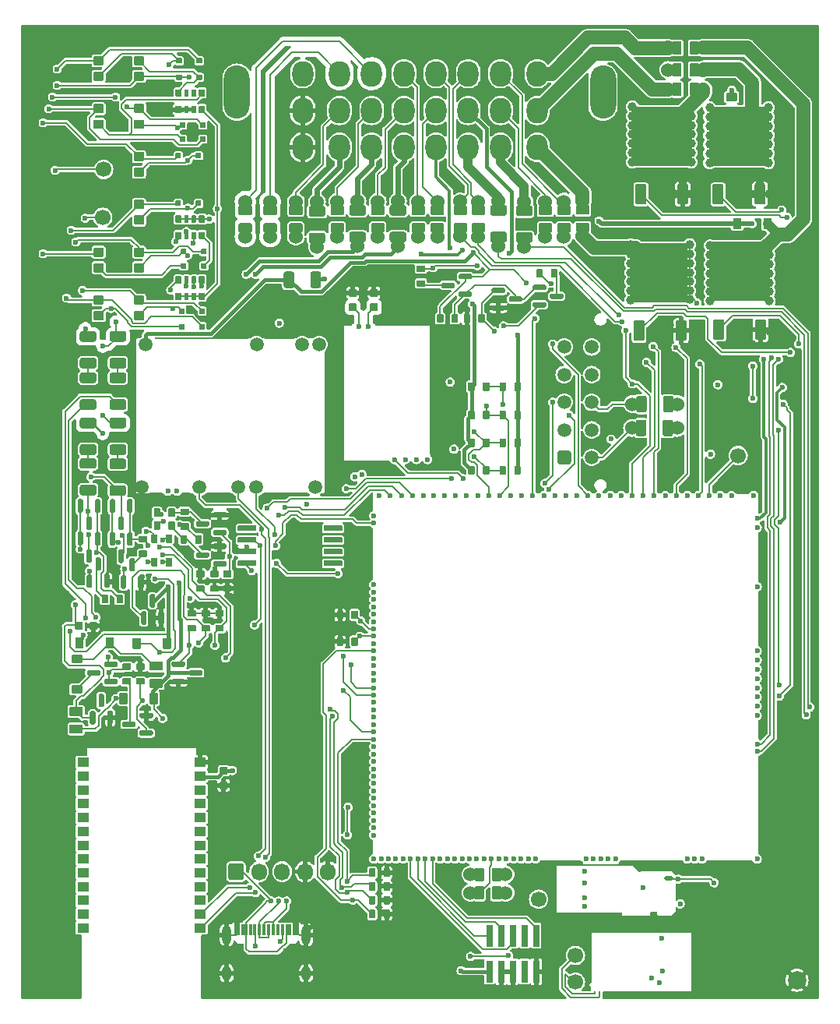
<source format=gtl>
G04 #@! TF.GenerationSoftware,KiCad,Pcbnew,7.0.1*
G04 #@! TF.CreationDate,2023-06-10T23:22:58+03:00*
G04 #@! TF.ProjectId,alphax_2ch,616c7068-6178-45f3-9263-682e6b696361,F*
G04 #@! TF.SameCoordinates,PX141f5e0PYa2cace0*
G04 #@! TF.FileFunction,Copper,L1,Top*
G04 #@! TF.FilePolarity,Positive*
%FSLAX46Y46*%
G04 Gerber Fmt 4.6, Leading zero omitted, Abs format (unit mm)*
G04 Created by KiCad (PCBNEW 7.0.1) date 2023-06-10 23:22:58*
%MOMM*%
%LPD*%
G01*
G04 APERTURE LIST*
G04 #@! TA.AperFunction,ComponentPad*
%ADD10C,1.500000*%
G04 #@! TD*
G04 #@! TA.AperFunction,ComponentPad*
%ADD11C,0.600000*%
G04 #@! TD*
G04 #@! TA.AperFunction,SMDPad,CuDef*
%ADD12O,0.200000X17.000000*%
G04 #@! TD*
G04 #@! TA.AperFunction,SMDPad,CuDef*
%ADD13O,0.200000X15.400000*%
G04 #@! TD*
G04 #@! TA.AperFunction,SMDPad,CuDef*
%ADD14O,10.200000X0.200000*%
G04 #@! TD*
G04 #@! TA.AperFunction,SMDPad,CuDef*
%ADD15O,0.300000X0.200000*%
G04 #@! TD*
G04 #@! TA.AperFunction,SMDPad,CuDef*
%ADD16O,2.600000X0.200000*%
G04 #@! TD*
G04 #@! TA.AperFunction,SMDPad,CuDef*
%ADD17O,1.500000X0.200000*%
G04 #@! TD*
G04 #@! TA.AperFunction,SMDPad,CuDef*
%ADD18O,3.300000X0.200000*%
G04 #@! TD*
G04 #@! TA.AperFunction,SMDPad,CuDef*
%ADD19O,1.000000X0.200000*%
G04 #@! TD*
G04 #@! TA.AperFunction,SMDPad,CuDef*
%ADD20O,4.800000X0.200000*%
G04 #@! TD*
G04 #@! TA.AperFunction,ComponentPad*
%ADD21C,1.524000*%
G04 #@! TD*
G04 #@! TA.AperFunction,ComponentPad*
%ADD22O,1.700000X1.850000*%
G04 #@! TD*
G04 #@! TA.AperFunction,SMDPad,CuDef*
%ADD23R,0.300000X1.150000*%
G04 #@! TD*
G04 #@! TA.AperFunction,ComponentPad*
%ADD24O,1.000000X2.100000*%
G04 #@! TD*
G04 #@! TA.AperFunction,ComponentPad*
%ADD25O,1.000000X1.600000*%
G04 #@! TD*
G04 #@! TA.AperFunction,ComponentPad*
%ADD26C,1.700000*%
G04 #@! TD*
G04 #@! TA.AperFunction,SMDPad,CuDef*
%ADD27O,0.200000X5.669999*%
G04 #@! TD*
G04 #@! TA.AperFunction,SMDPad,CuDef*
%ADD28O,11.100001X0.200000*%
G04 #@! TD*
G04 #@! TA.AperFunction,SMDPad,CuDef*
%ADD29O,9.800001X0.399999*%
G04 #@! TD*
G04 #@! TA.AperFunction,SMDPad,CuDef*
%ADD30O,0.499999X0.250000*%
G04 #@! TD*
G04 #@! TA.AperFunction,SMDPad,CuDef*
%ADD31O,0.200000X6.799999*%
G04 #@! TD*
G04 #@! TA.AperFunction,SMDPad,CuDef*
%ADD32O,0.250000X0.499999*%
G04 #@! TD*
G04 #@! TA.AperFunction,ComponentPad*
%ADD33C,0.599999*%
G04 #@! TD*
G04 #@! TA.AperFunction,SMDPad,CuDef*
%ADD34R,6.185000X0.250000*%
G04 #@! TD*
G04 #@! TA.AperFunction,SMDPad,CuDef*
%ADD35R,1.115000X0.250000*%
G04 #@! TD*
G04 #@! TA.AperFunction,SMDPad,CuDef*
%ADD36R,0.250000X14.275000*%
G04 #@! TD*
G04 #@! TA.AperFunction,SMDPad,CuDef*
%ADD37R,0.250000X15.100000*%
G04 #@! TD*
G04 #@! TA.AperFunction,SMDPad,CuDef*
%ADD38R,5.175000X0.250000*%
G04 #@! TD*
G04 #@! TA.AperFunction,SMDPad,CuDef*
%ADD39R,5.800000X6.400000*%
G04 #@! TD*
G04 #@! TA.AperFunction,SMDPad,CuDef*
%ADD40R,1.300000X1.000000*%
G04 #@! TD*
G04 #@! TA.AperFunction,SMDPad,CuDef*
%ADD41C,2.000000*%
G04 #@! TD*
G04 #@! TA.AperFunction,SMDPad,CuDef*
%ADD42O,8.400001X0.200000*%
G04 #@! TD*
G04 #@! TA.AperFunction,SMDPad,CuDef*
%ADD43O,0.200000X5.250000*%
G04 #@! TD*
G04 #@! TA.AperFunction,SMDPad,CuDef*
%ADD44O,0.700001X0.200000*%
G04 #@! TD*
G04 #@! TA.AperFunction,SMDPad,CuDef*
%ADD45O,7.250001X0.200000*%
G04 #@! TD*
G04 #@! TA.AperFunction,SMDPad,CuDef*
%ADD46O,1.000001X0.499999*%
G04 #@! TD*
G04 #@! TA.AperFunction,SMDPad,CuDef*
%ADD47R,0.200000X2.300000*%
G04 #@! TD*
G04 #@! TA.AperFunction,SMDPad,CuDef*
%ADD48R,0.200000X10.700000*%
G04 #@! TD*
G04 #@! TA.AperFunction,SMDPad,CuDef*
%ADD49R,0.200000X2.100000*%
G04 #@! TD*
G04 #@! TA.AperFunction,SMDPad,CuDef*
%ADD50R,0.200000X6.000000*%
G04 #@! TD*
G04 #@! TA.AperFunction,SMDPad,CuDef*
%ADD51R,0.200000X5.400000*%
G04 #@! TD*
G04 #@! TA.AperFunction,SMDPad,CuDef*
%ADD52R,1.400000X0.200000*%
G04 #@! TD*
G04 #@! TA.AperFunction,SMDPad,CuDef*
%ADD53R,5.000000X0.200000*%
G04 #@! TD*
G04 #@! TA.AperFunction,SMDPad,CuDef*
%ADD54R,6.800000X0.200000*%
G04 #@! TD*
G04 #@! TA.AperFunction,SMDPad,CuDef*
%ADD55R,4.500000X0.200000*%
G04 #@! TD*
G04 #@! TA.AperFunction,SMDPad,CuDef*
%ADD56R,0.200000X1.600000*%
G04 #@! TD*
G04 #@! TA.AperFunction,SMDPad,CuDef*
%ADD57R,0.200000X5.700000*%
G04 #@! TD*
G04 #@! TA.AperFunction,SMDPad,CuDef*
%ADD58R,0.200000X2.000000*%
G04 #@! TD*
G04 #@! TA.AperFunction,ComponentPad*
%ADD59O,2.800000X5.800000*%
G04 #@! TD*
G04 #@! TA.AperFunction,ComponentPad*
%ADD60O,2.300000X2.800000*%
G04 #@! TD*
G04 #@! TA.AperFunction,SMDPad,CuDef*
%ADD61R,0.740000X2.400000*%
G04 #@! TD*
G04 #@! TA.AperFunction,ViaPad*
%ADD62C,0.600000*%
G04 #@! TD*
G04 #@! TA.AperFunction,ViaPad*
%ADD63C,1.000000*%
G04 #@! TD*
G04 #@! TA.AperFunction,ViaPad*
%ADD64C,4.500000*%
G04 #@! TD*
G04 #@! TA.AperFunction,Conductor*
%ADD65C,0.400000*%
G04 #@! TD*
G04 #@! TA.AperFunction,Conductor*
%ADD66C,0.200000*%
G04 #@! TD*
G04 #@! TA.AperFunction,Conductor*
%ADD67C,0.300000*%
G04 #@! TD*
G04 #@! TA.AperFunction,Conductor*
%ADD68C,0.203200*%
G04 #@! TD*
G04 #@! TA.AperFunction,Conductor*
%ADD69C,1.000000*%
G04 #@! TD*
G04 #@! TA.AperFunction,Conductor*
%ADD70C,1.500000*%
G04 #@! TD*
G04 #@! TA.AperFunction,Conductor*
%ADD71C,0.500000*%
G04 #@! TD*
G04 #@! TA.AperFunction,Conductor*
%ADD72C,0.600000*%
G04 #@! TD*
G04 #@! TA.AperFunction,Conductor*
%ADD73C,0.254000*%
G04 #@! TD*
G04 APERTURE END LIST*
D10*
G04 #@! TO.P,M1,E1,VBAT*
G04 #@! TO.N,unconnected-(M1-VBAT-PadE1)*
X32074999Y55675006D03*
G04 #@! TO.P,M1,E2,V12*
G04 #@! TO.N,+12V*
X25675002Y55675006D03*
G04 #@! TO.P,M1,E3,VIGN*
G04 #@! TO.N,/VIGN*
X23774999Y55675006D03*
G04 #@! TO.P,M1,E4,V5*
G04 #@! TO.N,+5V*
X19474999Y55675006D03*
D11*
G04 #@! TO.P,M1,E5,EN_5VP*
G04 #@! TO.N,/PWR_EN*
X17075002Y55225007D03*
G04 #@! TO.P,M1,E6,PG_5VP*
G04 #@! TO.N,/TLS115_PG*
X16075001Y55225007D03*
D12*
G04 #@! TO.P,M1,S1,GND*
G04 #@! TO.N,GND*
X12574999Y63425004D03*
D13*
X33174999Y62625003D03*
D14*
X19725001Y71825002D03*
D15*
X33124999Y55025005D03*
D16*
X21574999Y55025005D03*
D17*
X14775001Y55025005D03*
D10*
X13224999Y55675006D03*
D18*
X28224999Y71825002D03*
D19*
X18075002Y55025005D03*
D20*
X28925001Y55025005D03*
D15*
X12624999Y71825002D03*
D10*
G04 #@! TO.P,M1,V1,V12_PERM*
G04 #@! TO.N,+12V_RAW*
X32525001Y71175003D03*
G04 #@! TO.P,M1,V2,IN_VIGN*
X30675002Y71175003D03*
G04 #@! TO.P,M1,V3,V12_RAW*
X25724999Y71175003D03*
G04 #@! TO.P,M1,V4,5VP*
G04 #@! TO.N,+5VAS*
X13675001Y71175003D03*
G04 #@! TD*
D21*
G04 #@! TO.P,R8,1,1*
G04 #@! TO.N,/CAN-*
X49836417Y82896579D03*
G04 #@! TA.AperFunction,SMDPad,CuDef*
G36*
G01*
X50461417Y83351578D02*
X49211417Y83351578D01*
G75*
G02*
X49111417Y83451578I0J100000D01*
G01*
X49111417Y84251578D01*
G75*
G02*
X49211417Y84351578I100000J0D01*
G01*
X50461417Y84351578D01*
G75*
G02*
X50561417Y84251578I0J-100000D01*
G01*
X50561417Y83451578D01*
G75*
G02*
X50461417Y83351578I-100000J0D01*
G01*
G37*
G04 #@! TD.AperFunction*
G04 #@! TO.P,R8,2,2*
G04 #@! TO.N,/C6*
G04 #@! TA.AperFunction,SMDPad,CuDef*
G36*
G01*
X50461417Y85251600D02*
X49211417Y85251600D01*
G75*
G02*
X49111417Y85351600I0J100000D01*
G01*
X49111417Y86151600D01*
G75*
G02*
X49211417Y86251600I100000J0D01*
G01*
X50461417Y86251600D01*
G75*
G02*
X50561417Y86151600I0J-100000D01*
G01*
X50561417Y85351600D01*
G75*
G02*
X50461417Y85251600I-100000J0D01*
G01*
G37*
G04 #@! TD.AperFunction*
X49836417Y86706579D03*
G04 #@! TD*
G04 #@! TO.P,R69,1*
G04 #@! TO.N,Net-(Q22-D)*
G04 #@! TA.AperFunction,SMDPad,CuDef*
G36*
G01*
X17510000Y53350000D02*
X18290000Y53350000D01*
G75*
G02*
X18360000Y53280000I0J-70000D01*
G01*
X18360000Y52720000D01*
G75*
G02*
X18290000Y52650000I-70000J0D01*
G01*
X17510000Y52650000D01*
G75*
G02*
X17440000Y52720000I0J70000D01*
G01*
X17440000Y53280000D01*
G75*
G02*
X17510000Y53350000I70000J0D01*
G01*
G37*
G04 #@! TD.AperFunction*
G04 #@! TO.P,R69,2*
G04 #@! TO.N,+5VAS*
G04 #@! TA.AperFunction,SMDPad,CuDef*
G36*
G01*
X17510000Y51750000D02*
X18290000Y51750000D01*
G75*
G02*
X18360000Y51680000I0J-70000D01*
G01*
X18360000Y51120000D01*
G75*
G02*
X18290000Y51050000I-70000J0D01*
G01*
X17510000Y51050000D01*
G75*
G02*
X17440000Y51120000I0J70000D01*
G01*
X17440000Y51680000D01*
G75*
G02*
X17510000Y51750000I70000J0D01*
G01*
G37*
G04 #@! TD.AperFunction*
G04 #@! TD*
G04 #@! TO.P,R2,1*
G04 #@! TO.N,+12V*
G04 #@! TA.AperFunction,SMDPad,CuDef*
G36*
G01*
X16900000Y76065000D02*
X16900000Y76735000D01*
G75*
G02*
X16965000Y76800000I65000J0D01*
G01*
X17485000Y76800000D01*
G75*
G02*
X17550000Y76735000I0J-65000D01*
G01*
X17550000Y76065000D01*
G75*
G02*
X17485000Y76000000I-65000J0D01*
G01*
X16965000Y76000000D01*
G75*
G02*
X16900000Y76065000I0J65000D01*
G01*
G37*
G04 #@! TD.AperFunction*
G04 #@! TO.P,R2,2*
G04 #@! TA.AperFunction,SMDPad,CuDef*
G36*
G01*
X17875000Y76045000D02*
X17875000Y76755000D01*
G75*
G02*
X17920000Y76800000I45000J0D01*
G01*
X18280000Y76800000D01*
G75*
G02*
X18325000Y76755000I0J-45000D01*
G01*
X18325000Y76045000D01*
G75*
G02*
X18280000Y76000000I-45000J0D01*
G01*
X17920000Y76000000D01*
G75*
G02*
X17875000Y76045000I0J45000D01*
G01*
G37*
G04 #@! TD.AperFunction*
G04 #@! TO.P,R2,3*
G04 #@! TA.AperFunction,SMDPad,CuDef*
G36*
G01*
X18675000Y76045000D02*
X18675000Y76755000D01*
G75*
G02*
X18720000Y76800000I45000J0D01*
G01*
X19080000Y76800000D01*
G75*
G02*
X19125000Y76755000I0J-45000D01*
G01*
X19125000Y76045000D01*
G75*
G02*
X19080000Y76000000I-45000J0D01*
G01*
X18720000Y76000000D01*
G75*
G02*
X18675000Y76045000I0J45000D01*
G01*
G37*
G04 #@! TD.AperFunction*
G04 #@! TO.P,R2,4*
G04 #@! TA.AperFunction,SMDPad,CuDef*
G36*
G01*
X19450000Y76065000D02*
X19450000Y76735000D01*
G75*
G02*
X19515000Y76800000I65000J0D01*
G01*
X20035000Y76800000D01*
G75*
G02*
X20100000Y76735000I0J-65000D01*
G01*
X20100000Y76065000D01*
G75*
G02*
X20035000Y76000000I-65000J0D01*
G01*
X19515000Y76000000D01*
G75*
G02*
X19450000Y76065000I0J65000D01*
G01*
G37*
G04 #@! TD.AperFunction*
G04 #@! TO.P,R2,5*
G04 #@! TO.N,Net-(D16-A)*
G04 #@! TA.AperFunction,SMDPad,CuDef*
G36*
G01*
X19450000Y77865000D02*
X19450000Y78535000D01*
G75*
G02*
X19515000Y78600000I65000J0D01*
G01*
X20035000Y78600000D01*
G75*
G02*
X20100000Y78535000I0J-65000D01*
G01*
X20100000Y77865000D01*
G75*
G02*
X20035000Y77800000I-65000J0D01*
G01*
X19515000Y77800000D01*
G75*
G02*
X19450000Y77865000I0J65000D01*
G01*
G37*
G04 #@! TD.AperFunction*
G04 #@! TO.P,R2,6*
G04 #@! TO.N,Net-(D15-A)*
G04 #@! TA.AperFunction,SMDPad,CuDef*
G36*
G01*
X18675000Y77845000D02*
X18675000Y78555000D01*
G75*
G02*
X18720000Y78600000I45000J0D01*
G01*
X19080000Y78600000D01*
G75*
G02*
X19125000Y78555000I0J-45000D01*
G01*
X19125000Y77845000D01*
G75*
G02*
X19080000Y77800000I-45000J0D01*
G01*
X18720000Y77800000D01*
G75*
G02*
X18675000Y77845000I0J45000D01*
G01*
G37*
G04 #@! TD.AperFunction*
G04 #@! TO.P,R2,7*
G04 #@! TO.N,Net-(D14-A)*
G04 #@! TA.AperFunction,SMDPad,CuDef*
G36*
G01*
X17875000Y77845000D02*
X17875000Y78555000D01*
G75*
G02*
X17920000Y78600000I45000J0D01*
G01*
X18280000Y78600000D01*
G75*
G02*
X18325000Y78555000I0J-45000D01*
G01*
X18325000Y77845000D01*
G75*
G02*
X18280000Y77800000I-45000J0D01*
G01*
X17920000Y77800000D01*
G75*
G02*
X17875000Y77845000I0J45000D01*
G01*
G37*
G04 #@! TD.AperFunction*
G04 #@! TO.P,R2,8*
G04 #@! TO.N,Net-(D13-A)*
G04 #@! TA.AperFunction,SMDPad,CuDef*
G36*
G01*
X16900000Y77865000D02*
X16900000Y78535000D01*
G75*
G02*
X16965000Y78600000I65000J0D01*
G01*
X17485000Y78600000D01*
G75*
G02*
X17550000Y78535000I0J-65000D01*
G01*
X17550000Y77865000D01*
G75*
G02*
X17485000Y77800000I-65000J0D01*
G01*
X16965000Y77800000D01*
G75*
G02*
X16900000Y77865000I0J65000D01*
G01*
G37*
G04 #@! TD.AperFunction*
G04 #@! TD*
G04 #@! TO.P,R56,1*
G04 #@! TO.N,/TEMP_PULLUP*
G04 #@! TA.AperFunction,SMDPad,CuDef*
G36*
G01*
X50550000Y74390000D02*
X50550000Y73610000D01*
G75*
G02*
X50480000Y73540000I-70000J0D01*
G01*
X49920000Y73540000D01*
G75*
G02*
X49850000Y73610000I0J70000D01*
G01*
X49850000Y74390000D01*
G75*
G02*
X49920000Y74460000I70000J0D01*
G01*
X50480000Y74460000D01*
G75*
G02*
X50550000Y74390000I0J-70000D01*
G01*
G37*
G04 #@! TD.AperFunction*
G04 #@! TO.P,R56,2*
G04 #@! TO.N,GND*
G04 #@! TA.AperFunction,SMDPad,CuDef*
G36*
G01*
X48950000Y74390000D02*
X48950000Y73610000D01*
G75*
G02*
X48880000Y73540000I-70000J0D01*
G01*
X48320000Y73540000D01*
G75*
G02*
X48250000Y73610000I0J70000D01*
G01*
X48250000Y74390000D01*
G75*
G02*
X48320000Y74460000I70000J0D01*
G01*
X48880000Y74460000D01*
G75*
G02*
X48950000Y74390000I0J-70000D01*
G01*
G37*
G04 #@! TD.AperFunction*
G04 #@! TD*
G04 #@! TO.P,R38,1*
G04 #@! TO.N,/AIN1*
G04 #@! TA.AperFunction,SMDPad,CuDef*
G36*
G01*
X52150000Y66210000D02*
X52150000Y66990000D01*
G75*
G02*
X52220000Y67060000I70000J0D01*
G01*
X52780000Y67060000D01*
G75*
G02*
X52850000Y66990000I0J-70000D01*
G01*
X52850000Y66210000D01*
G75*
G02*
X52780000Y66140000I-70000J0D01*
G01*
X52220000Y66140000D01*
G75*
G02*
X52150000Y66210000I0J70000D01*
G01*
G37*
G04 #@! TD.AperFunction*
G04 #@! TO.P,R38,2*
G04 #@! TO.N,+5VA*
G04 #@! TA.AperFunction,SMDPad,CuDef*
G36*
G01*
X53750000Y66210000D02*
X53750000Y66990000D01*
G75*
G02*
X53820000Y67060000I70000J0D01*
G01*
X54380000Y67060000D01*
G75*
G02*
X54450000Y66990000I0J-70000D01*
G01*
X54450000Y66210000D01*
G75*
G02*
X54380000Y66140000I-70000J0D01*
G01*
X53820000Y66140000D01*
G75*
G02*
X53750000Y66210000I0J70000D01*
G01*
G37*
G04 #@! TD.AperFunction*
G04 #@! TD*
G04 #@! TO.P,C3,1*
G04 #@! TO.N,GND*
G04 #@! TA.AperFunction,SMDPad,CuDef*
G36*
G01*
X22500000Y22864999D02*
X21820000Y22864999D01*
G75*
G02*
X21735000Y22949999I0J85000D01*
G01*
X21735000Y23629999D01*
G75*
G02*
X21820000Y23714999I85000J0D01*
G01*
X22500000Y23714999D01*
G75*
G02*
X22585000Y23629999I0J-85000D01*
G01*
X22585000Y22949999D01*
G75*
G02*
X22500000Y22864999I-85000J0D01*
G01*
G37*
G04 #@! TD.AperFunction*
G04 #@! TO.P,C3,2*
G04 #@! TO.N,/BT_3V3*
G04 #@! TA.AperFunction,SMDPad,CuDef*
G36*
G01*
X22500000Y24445001D02*
X21820000Y24445001D01*
G75*
G02*
X21735000Y24530001I0J85000D01*
G01*
X21735000Y25210001D01*
G75*
G02*
X21820000Y25295001I85000J0D01*
G01*
X22500000Y25295001D01*
G75*
G02*
X22585000Y25210001I0J-85000D01*
G01*
X22585000Y24530001D01*
G75*
G02*
X22500000Y24445001I-85000J0D01*
G01*
G37*
G04 #@! TD.AperFunction*
G04 #@! TD*
G04 #@! TO.P,R9,1,1*
G04 #@! TO.N,/CAN+*
X47882571Y82918049D03*
G04 #@! TA.AperFunction,SMDPad,CuDef*
G36*
G01*
X48507571Y83373048D02*
X47257571Y83373048D01*
G75*
G02*
X47157571Y83473048I0J100000D01*
G01*
X47157571Y84273048D01*
G75*
G02*
X47257571Y84373048I100000J0D01*
G01*
X48507571Y84373048D01*
G75*
G02*
X48607571Y84273048I0J-100000D01*
G01*
X48607571Y83473048D01*
G75*
G02*
X48507571Y83373048I-100000J0D01*
G01*
G37*
G04 #@! TD.AperFunction*
G04 #@! TO.P,R9,2,2*
G04 #@! TO.N,/C5*
G04 #@! TA.AperFunction,SMDPad,CuDef*
G36*
G01*
X48507571Y85273070D02*
X47257571Y85273070D01*
G75*
G02*
X47157571Y85373070I0J100000D01*
G01*
X47157571Y86173070D01*
G75*
G02*
X47257571Y86273070I100000J0D01*
G01*
X48507571Y86273070D01*
G75*
G02*
X48607571Y86173070I0J-100000D01*
G01*
X48607571Y85373070D01*
G75*
G02*
X48507571Y85273070I-100000J0D01*
G01*
G37*
G04 #@! TD.AperFunction*
X47882571Y86728049D03*
G04 #@! TD*
G04 #@! TO.P,R21,1*
G04 #@! TO.N,Net-(R21-Pad1)*
G04 #@! TA.AperFunction,SMDPad,CuDef*
G36*
G01*
X8300000Y60094990D02*
X8300000Y59404990D01*
G75*
G02*
X8070000Y59174990I-230000J0D01*
G01*
X6730000Y59174990D01*
G75*
G02*
X6500000Y59404990I0J230000D01*
G01*
X6500000Y60094990D01*
G75*
G02*
X6730000Y60324990I230000J0D01*
G01*
X8070000Y60324990D01*
G75*
G02*
X8300000Y60094990I0J-230000D01*
G01*
G37*
G04 #@! TD.AperFunction*
G04 #@! TO.P,R21,2*
G04 #@! TO.N,/IN_CRANK+*
G04 #@! TA.AperFunction,SMDPad,CuDef*
G36*
G01*
X8300000Y62995010D02*
X8300000Y62305010D01*
G75*
G02*
X8070000Y62075010I-230000J0D01*
G01*
X6730000Y62075010D01*
G75*
G02*
X6500000Y62305010I0J230000D01*
G01*
X6500000Y62995010D01*
G75*
G02*
X6730000Y63225010I230000J0D01*
G01*
X8070000Y63225010D01*
G75*
G02*
X8300000Y62995010I0J-230000D01*
G01*
G37*
G04 #@! TD.AperFunction*
G04 #@! TD*
G04 #@! TO.P,F7,1,1*
G04 #@! TO.N,Net-(J1-Pin_6)*
X66550000Y62100000D03*
G04 #@! TA.AperFunction,SMDPad,CuDef*
G36*
G01*
X67894990Y61200000D02*
X67204990Y61200000D01*
G75*
G02*
X66974990Y61430000I0J230000D01*
G01*
X66974990Y62770000D01*
G75*
G02*
X67204990Y63000000I230000J0D01*
G01*
X67894990Y63000000D01*
G75*
G02*
X68124990Y62770000I0J-230000D01*
G01*
X68124990Y61430000D01*
G75*
G02*
X67894990Y61200000I-230000J0D01*
G01*
G37*
G04 #@! TD.AperFunction*
G04 #@! TO.P,F7,2,2*
G04 #@! TO.N,/OUT_IGN4*
G04 #@! TA.AperFunction,SMDPad,CuDef*
G36*
G01*
X70795010Y61200000D02*
X70105010Y61200000D01*
G75*
G02*
X69875010Y61430000I0J230000D01*
G01*
X69875010Y62770000D01*
G75*
G02*
X70105010Y63000000I230000J0D01*
G01*
X70795010Y63000000D01*
G75*
G02*
X71025010Y62770000I0J-230000D01*
G01*
X71025010Y61430000D01*
G75*
G02*
X70795010Y61200000I-230000J0D01*
G01*
G37*
G04 #@! TD.AperFunction*
X71450000Y62100000D03*
G04 #@! TD*
G04 #@! TO.P,Q3,1,G*
G04 #@! TO.N,/TACH_PULLUP*
G04 #@! TA.AperFunction,SMDPad,CuDef*
G36*
G01*
X14465000Y29110000D02*
X14465000Y28810000D01*
G75*
G02*
X14315000Y28660000I-150000J0D01*
G01*
X13140000Y28660000D01*
G75*
G02*
X12990000Y28810000I0J150000D01*
G01*
X12990000Y29110000D01*
G75*
G02*
X13140000Y29260000I150000J0D01*
G01*
X14315000Y29260000D01*
G75*
G02*
X14465000Y29110000I0J-150000D01*
G01*
G37*
G04 #@! TD.AperFunction*
G04 #@! TO.P,Q3,2,D*
G04 #@! TO.N,Net-(Q3-D)*
G04 #@! TA.AperFunction,SMDPad,CuDef*
G36*
G01*
X12590000Y30060000D02*
X12590000Y29760000D01*
G75*
G02*
X12440000Y29610000I-150000J0D01*
G01*
X11265000Y29610000D01*
G75*
G02*
X11115000Y29760000I0J150000D01*
G01*
X11115000Y30060000D01*
G75*
G02*
X11265000Y30210000I150000J0D01*
G01*
X12440000Y30210000D01*
G75*
G02*
X12590000Y30060000I0J-150000D01*
G01*
G37*
G04 #@! TD.AperFunction*
G04 #@! TO.P,Q3,3,S*
G04 #@! TO.N,GND*
G04 #@! TA.AperFunction,SMDPad,CuDef*
G36*
G01*
X14465000Y31010000D02*
X14465000Y30710000D01*
G75*
G02*
X14315000Y30560000I-150000J0D01*
G01*
X13140000Y30560000D01*
G75*
G02*
X12990000Y30710000I0J150000D01*
G01*
X12990000Y31010000D01*
G75*
G02*
X13140000Y31160000I150000J0D01*
G01*
X14315000Y31160000D01*
G75*
G02*
X14465000Y31010000I0J-150000D01*
G01*
G37*
G04 #@! TD.AperFunction*
G04 #@! TD*
G04 #@! TO.P,F4,1,1*
G04 #@! TO.N,/A3*
X36700000Y86750000D03*
G04 #@! TA.AperFunction,SMDPad,CuDef*
G36*
G01*
X35800000Y85405010D02*
X35800000Y86095010D01*
G75*
G02*
X36030000Y86325010I230000J0D01*
G01*
X37370000Y86325010D01*
G75*
G02*
X37600000Y86095010I0J-230000D01*
G01*
X37600000Y85405010D01*
G75*
G02*
X37370000Y85175010I-230000J0D01*
G01*
X36030000Y85175010D01*
G75*
G02*
X35800000Y85405010I0J230000D01*
G01*
G37*
G04 #@! TD.AperFunction*
G04 #@! TO.P,F4,2,2*
G04 #@! TO.N,/OUT_PUMP_RELAY*
G04 #@! TA.AperFunction,SMDPad,CuDef*
G36*
G01*
X35800000Y82504990D02*
X35800000Y83194990D01*
G75*
G02*
X36030000Y83424990I230000J0D01*
G01*
X37370000Y83424990D01*
G75*
G02*
X37600000Y83194990I0J-230000D01*
G01*
X37600000Y82504990D01*
G75*
G02*
X37370000Y82274990I-230000J0D01*
G01*
X36030000Y82274990D01*
G75*
G02*
X35800000Y82504990I0J230000D01*
G01*
G37*
G04 #@! TD.AperFunction*
X36700000Y81850000D03*
G04 #@! TD*
G04 #@! TO.P,Q13,1,G*
G04 #@! TO.N,Net-(Q12-G)*
G04 #@! TA.AperFunction,SMDPad,CuDef*
G36*
G01*
X49175000Y76800000D02*
X49175000Y76500000D01*
G75*
G02*
X49025000Y76350000I-150000J0D01*
G01*
X47850000Y76350000D01*
G75*
G02*
X47700000Y76500000I0J150000D01*
G01*
X47700000Y76800000D01*
G75*
G02*
X47850000Y76950000I150000J0D01*
G01*
X49025000Y76950000D01*
G75*
G02*
X49175000Y76800000I0J-150000D01*
G01*
G37*
G04 #@! TD.AperFunction*
G04 #@! TO.P,Q13,2,D*
G04 #@! TO.N,Net-(Q13-D)*
G04 #@! TA.AperFunction,SMDPad,CuDef*
G36*
G01*
X47300000Y77750000D02*
X47300000Y77450000D01*
G75*
G02*
X47150000Y77300000I-150000J0D01*
G01*
X45975000Y77300000D01*
G75*
G02*
X45825000Y77450000I0J150000D01*
G01*
X45825000Y77750000D01*
G75*
G02*
X45975000Y77900000I150000J0D01*
G01*
X47150000Y77900000D01*
G75*
G02*
X47300000Y77750000I0J-150000D01*
G01*
G37*
G04 #@! TD.AperFunction*
G04 #@! TO.P,Q13,3,S*
G04 #@! TO.N,+5VAS*
G04 #@! TA.AperFunction,SMDPad,CuDef*
G36*
G01*
X49175000Y78700000D02*
X49175000Y78400000D01*
G75*
G02*
X49025000Y78250000I-150000J0D01*
G01*
X47850000Y78250000D01*
G75*
G02*
X47700000Y78400000I0J150000D01*
G01*
X47700000Y78700000D01*
G75*
G02*
X47850000Y78850000I150000J0D01*
G01*
X49025000Y78850000D01*
G75*
G02*
X49175000Y78700000I0J-150000D01*
G01*
G37*
G04 #@! TD.AperFunction*
G04 #@! TD*
G04 #@! TO.P,D1,1,K*
G04 #@! TO.N,Net-(D1-K)*
G04 #@! TA.AperFunction,SMDPad,CuDef*
G36*
G01*
X17561499Y80000000D02*
X18041499Y80000000D01*
G75*
G02*
X18101499Y79940000I0J-60000D01*
G01*
X18101499Y79460000D01*
G75*
G02*
X18041499Y79400000I-60000J0D01*
G01*
X17561499Y79400000D01*
G75*
G02*
X17501499Y79460000I0J60000D01*
G01*
X17501499Y79940000D01*
G75*
G02*
X17561499Y80000000I60000J0D01*
G01*
G37*
G04 #@! TD.AperFunction*
G04 #@! TO.P,D1,2,A*
G04 #@! TO.N,Net-(D1-A)*
G04 #@! TA.AperFunction,SMDPad,CuDef*
G36*
G01*
X19761499Y80000000D02*
X20241499Y80000000D01*
G75*
G02*
X20301499Y79940000I0J-60000D01*
G01*
X20301499Y79460000D01*
G75*
G02*
X20241499Y79400000I-60000J0D01*
G01*
X19761499Y79400000D01*
G75*
G02*
X19701499Y79460000I0J60000D01*
G01*
X19701499Y79940000D01*
G75*
G02*
X19761499Y80000000I60000J0D01*
G01*
G37*
G04 #@! TD.AperFunction*
G04 #@! TD*
G04 #@! TO.P,D15,1,A*
G04 #@! TO.N,Net-(D15-A)*
G04 #@! TA.AperFunction,SMDPad,CuDef*
G36*
G01*
X13399998Y84200001D02*
X12499998Y84200001D01*
G75*
G02*
X12399998Y84300001I0J100000D01*
G01*
X12399998Y85100001D01*
G75*
G02*
X12499998Y85200001I100000J0D01*
G01*
X13399998Y85200001D01*
G75*
G02*
X13499998Y85100001I0J-100000D01*
G01*
X13499998Y84300001D01*
G75*
G02*
X13399998Y84200001I-100000J0D01*
G01*
G37*
G04 #@! TD.AperFunction*
G04 #@! TO.P,D15,2,K*
G04 #@! TO.N,/OUT_INJ2*
G04 #@! TA.AperFunction,SMDPad,CuDef*
G36*
G01*
X13399998Y85900001D02*
X12499998Y85900001D01*
G75*
G02*
X12399998Y86000001I0J100000D01*
G01*
X12399998Y86800001D01*
G75*
G02*
X12499998Y86900001I100000J0D01*
G01*
X13399998Y86900001D01*
G75*
G02*
X13499998Y86800001I0J-100000D01*
G01*
X13499998Y86000001D01*
G75*
G02*
X13399998Y85900001I-100000J0D01*
G01*
G37*
G04 #@! TD.AperFunction*
G04 #@! TD*
G04 #@! TO.P,R52,1*
G04 #@! TO.N,/FAN_RELAY*
G04 #@! TA.AperFunction,SMDPad,CuDef*
G36*
G01*
X37950000Y13410000D02*
X37950000Y14190000D01*
G75*
G02*
X38020000Y14260000I70000J0D01*
G01*
X38580000Y14260000D01*
G75*
G02*
X38650000Y14190000I0J-70000D01*
G01*
X38650000Y13410000D01*
G75*
G02*
X38580000Y13340000I-70000J0D01*
G01*
X38020000Y13340000D01*
G75*
G02*
X37950000Y13410000I0J70000D01*
G01*
G37*
G04 #@! TD.AperFunction*
G04 #@! TO.P,R52,2*
G04 #@! TO.N,GND*
G04 #@! TA.AperFunction,SMDPad,CuDef*
G36*
G01*
X39550000Y13410000D02*
X39550000Y14190000D01*
G75*
G02*
X39620000Y14260000I70000J0D01*
G01*
X40180000Y14260000D01*
G75*
G02*
X40250000Y14190000I0J-70000D01*
G01*
X40250000Y13410000D01*
G75*
G02*
X40180000Y13340000I-70000J0D01*
G01*
X39620000Y13340000D01*
G75*
G02*
X39550000Y13410000I0J70000D01*
G01*
G37*
G04 #@! TD.AperFunction*
G04 #@! TD*
G04 #@! TO.P,D6,1,K*
G04 #@! TO.N,Net-(D14-A)*
G04 #@! TA.AperFunction,SMDPad,CuDef*
G36*
G01*
X17058502Y102312502D02*
X17538502Y102312502D01*
G75*
G02*
X17598502Y102252502I0J-60000D01*
G01*
X17598502Y101772502D01*
G75*
G02*
X17538502Y101712502I-60000J0D01*
G01*
X17058502Y101712502D01*
G75*
G02*
X16998502Y101772502I0J60000D01*
G01*
X16998502Y102252502D01*
G75*
G02*
X17058502Y102312502I60000J0D01*
G01*
G37*
G04 #@! TD.AperFunction*
G04 #@! TO.P,D6,2,A*
G04 #@! TO.N,/OUT_IDLE*
G04 #@! TA.AperFunction,SMDPad,CuDef*
G36*
G01*
X19258502Y102312502D02*
X19738502Y102312502D01*
G75*
G02*
X19798502Y102252502I0J-60000D01*
G01*
X19798502Y101772502D01*
G75*
G02*
X19738502Y101712502I-60000J0D01*
G01*
X19258502Y101712502D01*
G75*
G02*
X19198502Y101772502I0J60000D01*
G01*
X19198502Y102252502D01*
G75*
G02*
X19258502Y102312502I60000J0D01*
G01*
G37*
G04 #@! TD.AperFunction*
G04 #@! TD*
G04 #@! TO.P,J5,1,Pin_1*
G04 #@! TO.N,/VBUS*
G04 #@! TA.AperFunction,ComponentPad*
G36*
G01*
X22650000Y13225000D02*
X22650000Y14575000D01*
G75*
G02*
X22900000Y14825000I250000J0D01*
G01*
X24100000Y14825000D01*
G75*
G02*
X24350000Y14575000I0J-250000D01*
G01*
X24350000Y13225000D01*
G75*
G02*
X24100000Y12975000I-250000J0D01*
G01*
X22900000Y12975000D01*
G75*
G02*
X22650000Y13225000I0J250000D01*
G01*
G37*
G04 #@! TD.AperFunction*
D22*
G04 #@! TO.P,J5,2,Pin_2*
G04 #@! TO.N,/USB-*
X26000000Y13900000D03*
G04 #@! TO.P,J5,3,Pin_3*
G04 #@! TO.N,/USB+*
X28500000Y13900000D03*
G04 #@! TO.P,J5,4,Pin_4*
G04 #@! TO.N,GND*
X31000000Y13900000D03*
G04 #@! TO.P,J5,5,Pin_5*
X33500000Y13900000D03*
G04 #@! TD*
D23*
G04 #@! TO.P,J6,A1,GND*
G04 #@! TO.N,GND*
X23450000Y7585000D03*
G04 #@! TO.P,J6,A4,VBUS*
G04 #@! TO.N,/VBUS*
X24250000Y7585000D03*
G04 #@! TO.P,J6,A5,CC1*
G04 #@! TO.N,Net-(J6-CC1)*
X25550000Y7585000D03*
G04 #@! TO.P,J6,A6,D+*
G04 #@! TO.N,/USB+*
X26550000Y7585000D03*
G04 #@! TO.P,J6,A7,D-*
G04 #@! TO.N,/USB-*
X27050000Y7585000D03*
G04 #@! TO.P,J6,A8,SBU1*
G04 #@! TO.N,unconnected-(J6-SBU1-PadA8)*
X28050000Y7585000D03*
G04 #@! TO.P,J6,A9,VBUS*
G04 #@! TO.N,/VBUS*
X29350000Y7585000D03*
G04 #@! TO.P,J6,A12,GND*
G04 #@! TO.N,GND*
X30150000Y7585000D03*
G04 #@! TO.P,J6,B1,GND*
X29850000Y7585000D03*
G04 #@! TO.P,J6,B4,VBUS*
G04 #@! TO.N,/VBUS*
X29050000Y7585000D03*
G04 #@! TO.P,J6,B5,CC2*
G04 #@! TO.N,Net-(J6-CC2)*
X28550000Y7585000D03*
G04 #@! TO.P,J6,B6,D+*
G04 #@! TO.N,/USB+*
X27550000Y7585000D03*
G04 #@! TO.P,J6,B7,D-*
G04 #@! TO.N,/USB-*
X26050000Y7585000D03*
G04 #@! TO.P,J6,B8,SBU2*
G04 #@! TO.N,unconnected-(J6-SBU2-PadB8)*
X25050000Y7585000D03*
G04 #@! TO.P,J6,B9,VBUS*
G04 #@! TO.N,/VBUS*
X24550000Y7585000D03*
G04 #@! TO.P,J6,B12,GND*
G04 #@! TO.N,GND*
X23750000Y7585000D03*
D24*
G04 #@! TO.P,J6,S1,SHIELD*
X22480000Y7020000D03*
D25*
X22480000Y2840000D03*
D24*
X31120000Y7020000D03*
D25*
X31120000Y2840000D03*
G04 #@! TD*
G04 #@! TO.P,Q1,1,G*
G04 #@! TO.N,Net-(Q1-G)*
G04 #@! TA.AperFunction,SMDPad,CuDef*
G36*
G01*
X10637500Y34700000D02*
X10637500Y34400000D01*
G75*
G02*
X10487500Y34250000I-150000J0D01*
G01*
X9312500Y34250000D01*
G75*
G02*
X9162500Y34400000I0J150000D01*
G01*
X9162500Y34700000D01*
G75*
G02*
X9312500Y34850000I150000J0D01*
G01*
X10487500Y34850000D01*
G75*
G02*
X10637500Y34700000I0J-150000D01*
G01*
G37*
G04 #@! TD.AperFunction*
G04 #@! TO.P,Q1,2,D*
G04 #@! TO.N,Net-(D26-A)*
G04 #@! TA.AperFunction,SMDPad,CuDef*
G36*
G01*
X8762500Y35650000D02*
X8762500Y35350000D01*
G75*
G02*
X8612500Y35200000I-150000J0D01*
G01*
X7437500Y35200000D01*
G75*
G02*
X7287500Y35350000I0J150000D01*
G01*
X7287500Y35650000D01*
G75*
G02*
X7437500Y35800000I150000J0D01*
G01*
X8612500Y35800000D01*
G75*
G02*
X8762500Y35650000I0J-150000D01*
G01*
G37*
G04 #@! TD.AperFunction*
G04 #@! TO.P,Q1,3,S*
G04 #@! TO.N,Net-(Q1-S)*
G04 #@! TA.AperFunction,SMDPad,CuDef*
G36*
G01*
X10637500Y36600000D02*
X10637500Y36300000D01*
G75*
G02*
X10487500Y36150000I-150000J0D01*
G01*
X9312500Y36150000D01*
G75*
G02*
X9162500Y36300000I0J150000D01*
G01*
X9162500Y36600000D01*
G75*
G02*
X9312500Y36750000I150000J0D01*
G01*
X10487500Y36750000D01*
G75*
G02*
X10637500Y36600000I0J-150000D01*
G01*
G37*
G04 #@! TD.AperFunction*
G04 #@! TD*
G04 #@! TO.P,R24,1*
G04 #@! TO.N,/HALL1*
G04 #@! TA.AperFunction,SMDPad,CuDef*
G36*
G01*
X8300000Y64994990D02*
X8300000Y64304990D01*
G75*
G02*
X8070000Y64074990I-230000J0D01*
G01*
X6730000Y64074990D01*
G75*
G02*
X6500000Y64304990I0J230000D01*
G01*
X6500000Y64994990D01*
G75*
G02*
X6730000Y65224990I230000J0D01*
G01*
X8070000Y65224990D01*
G75*
G02*
X8300000Y64994990I0J-230000D01*
G01*
G37*
G04 #@! TD.AperFunction*
G04 #@! TO.P,R24,2*
G04 #@! TO.N,Net-(R22-Pad1)*
G04 #@! TA.AperFunction,SMDPad,CuDef*
G36*
G01*
X8300000Y67895010D02*
X8300000Y67205010D01*
G75*
G02*
X8070000Y66975010I-230000J0D01*
G01*
X6730000Y66975010D01*
G75*
G02*
X6500000Y67205010I0J230000D01*
G01*
X6500000Y67895010D01*
G75*
G02*
X6730000Y68125010I230000J0D01*
G01*
X8070000Y68125010D01*
G75*
G02*
X8300000Y67895010I0J-230000D01*
G01*
G37*
G04 #@! TD.AperFunction*
G04 #@! TD*
G04 #@! TO.P,D12,1,A*
G04 #@! TO.N,Net-(D12-A)*
G04 #@! TA.AperFunction,SMDPad,CuDef*
G36*
G01*
X13399998Y79000001D02*
X12499998Y79000001D01*
G75*
G02*
X12399998Y79100001I0J100000D01*
G01*
X12399998Y79900001D01*
G75*
G02*
X12499998Y80000001I100000J0D01*
G01*
X13399998Y80000001D01*
G75*
G02*
X13499998Y79900001I0J-100000D01*
G01*
X13499998Y79100001D01*
G75*
G02*
X13399998Y79000001I-100000J0D01*
G01*
G37*
G04 #@! TD.AperFunction*
G04 #@! TO.P,D12,2,K*
G04 #@! TO.N,/IN_2STEP*
G04 #@! TA.AperFunction,SMDPad,CuDef*
G36*
G01*
X13399998Y80700001D02*
X12499998Y80700001D01*
G75*
G02*
X12399998Y80800001I0J100000D01*
G01*
X12399998Y81600001D01*
G75*
G02*
X12499998Y81700001I100000J0D01*
G01*
X13399998Y81700001D01*
G75*
G02*
X13499998Y81600001I0J-100000D01*
G01*
X13499998Y80800001D01*
G75*
G02*
X13399998Y80700001I-100000J0D01*
G01*
G37*
G04 #@! TD.AperFunction*
G04 #@! TD*
D26*
G04 #@! TO.P,P2,1,Pin_1*
G04 #@! TO.N,Net-(M2-IN_PPS)*
X78100000Y59100000D03*
G04 #@! TD*
G04 #@! TO.P,D22,1,K*
G04 #@! TO.N,+12V_RAW*
G04 #@! TA.AperFunction,SMDPad,CuDef*
G36*
G01*
X17060000Y100500000D02*
X17540000Y100500000D01*
G75*
G02*
X17600000Y100440000I0J-60000D01*
G01*
X17600000Y99960000D01*
G75*
G02*
X17540000Y99900000I-60000J0D01*
G01*
X17060000Y99900000D01*
G75*
G02*
X17000000Y99960000I0J60000D01*
G01*
X17000000Y100440000D01*
G75*
G02*
X17060000Y100500000I60000J0D01*
G01*
G37*
G04 #@! TD.AperFunction*
G04 #@! TO.P,D22,2,A*
G04 #@! TO.N,Net-(D20-K)*
G04 #@! TA.AperFunction,SMDPad,CuDef*
G36*
G01*
X19260000Y100500000D02*
X19740000Y100500000D01*
G75*
G02*
X19800000Y100440000I0J-60000D01*
G01*
X19800000Y99960000D01*
G75*
G02*
X19740000Y99900000I-60000J0D01*
G01*
X19260000Y99900000D01*
G75*
G02*
X19200000Y99960000I0J60000D01*
G01*
X19200000Y100440000D01*
G75*
G02*
X19260000Y100500000I60000J0D01*
G01*
G37*
G04 #@! TD.AperFunction*
G04 #@! TD*
G04 #@! TO.P,R32,1*
G04 #@! TO.N,Net-(Q12-D)*
G04 #@! TA.AperFunction,SMDPad,CuDef*
G36*
G01*
X58450000Y79290000D02*
X58450000Y78510000D01*
G75*
G02*
X58380000Y78440000I-70000J0D01*
G01*
X57820000Y78440000D01*
G75*
G02*
X57750000Y78510000I0J70000D01*
G01*
X57750000Y79290000D01*
G75*
G02*
X57820000Y79360000I70000J0D01*
G01*
X58380000Y79360000D01*
G75*
G02*
X58450000Y79290000I0J-70000D01*
G01*
G37*
G04 #@! TD.AperFunction*
G04 #@! TO.P,R32,2*
G04 #@! TO.N,/IN_CLT*
G04 #@! TA.AperFunction,SMDPad,CuDef*
G36*
G01*
X56850000Y79290000D02*
X56850000Y78510000D01*
G75*
G02*
X56780000Y78440000I-70000J0D01*
G01*
X56220000Y78440000D01*
G75*
G02*
X56150000Y78510000I0J70000D01*
G01*
X56150000Y79290000D01*
G75*
G02*
X56220000Y79360000I70000J0D01*
G01*
X56780000Y79360000D01*
G75*
G02*
X56850000Y79290000I0J-70000D01*
G01*
G37*
G04 #@! TD.AperFunction*
G04 #@! TD*
G04 #@! TO.P,D11,1,A*
G04 #@! TO.N,Net-(D11-A)*
G04 #@! TA.AperFunction,SMDPad,CuDef*
G36*
G01*
X13399998Y94600001D02*
X12499998Y94600001D01*
G75*
G02*
X12399998Y94700001I0J100000D01*
G01*
X12399998Y95500001D01*
G75*
G02*
X12499998Y95600001I100000J0D01*
G01*
X13399998Y95600001D01*
G75*
G02*
X13499998Y95500001I0J-100000D01*
G01*
X13499998Y94700001D01*
G75*
G02*
X13399998Y94600001I-100000J0D01*
G01*
G37*
G04 #@! TD.AperFunction*
G04 #@! TO.P,D11,2,K*
G04 #@! TO.N,/IN_CRANK*
G04 #@! TA.AperFunction,SMDPad,CuDef*
G36*
G01*
X13399998Y96300001D02*
X12499998Y96300001D01*
G75*
G02*
X12399998Y96400001I0J100000D01*
G01*
X12399998Y97200001D01*
G75*
G02*
X12499998Y97300001I100000J0D01*
G01*
X13399998Y97300001D01*
G75*
G02*
X13499998Y97200001I0J-100000D01*
G01*
X13499998Y96400001D01*
G75*
G02*
X13399998Y96300001I-100000J0D01*
G01*
G37*
G04 #@! TD.AperFunction*
G04 #@! TD*
D21*
G04 #@! TO.P,R11,1,1*
G04 #@! TO.N,/IN_CRANK+*
X24500000Y82895000D03*
G04 #@! TA.AperFunction,SMDPad,CuDef*
G36*
G01*
X25125000Y83349999D02*
X23875000Y83349999D01*
G75*
G02*
X23775000Y83449999I0J100000D01*
G01*
X23775000Y84249999D01*
G75*
G02*
X23875000Y84349999I100000J0D01*
G01*
X25125000Y84349999D01*
G75*
G02*
X25225000Y84249999I0J-100000D01*
G01*
X25225000Y83449999D01*
G75*
G02*
X25125000Y83349999I-100000J0D01*
G01*
G37*
G04 #@! TD.AperFunction*
G04 #@! TO.P,R11,2,2*
G04 #@! TO.N,/C3*
G04 #@! TA.AperFunction,SMDPad,CuDef*
G36*
G01*
X25125000Y85250021D02*
X23875000Y85250021D01*
G75*
G02*
X23775000Y85350021I0J100000D01*
G01*
X23775000Y86150021D01*
G75*
G02*
X23875000Y86250021I100000J0D01*
G01*
X25125000Y86250021D01*
G75*
G02*
X25225000Y86150021I0J-100000D01*
G01*
X25225000Y85350021D01*
G75*
G02*
X25125000Y85250021I-100000J0D01*
G01*
G37*
G04 #@! TD.AperFunction*
X24500000Y86705000D03*
G04 #@! TD*
G04 #@! TO.P,R6,1,1*
G04 #@! TO.N,/OUT_IDLE*
X74305000Y103400000D03*
G04 #@! TA.AperFunction,SMDPad,CuDef*
G36*
G01*
X73850001Y104025000D02*
X73850001Y102775000D01*
G75*
G02*
X73750001Y102675000I-100000J0D01*
G01*
X72950001Y102675000D01*
G75*
G02*
X72850001Y102775000I0J100000D01*
G01*
X72850001Y104025000D01*
G75*
G02*
X72950001Y104125000I100000J0D01*
G01*
X73750001Y104125000D01*
G75*
G02*
X73850001Y104025000I0J-100000D01*
G01*
G37*
G04 #@! TD.AperFunction*
G04 #@! TO.P,R6,2,2*
G04 #@! TO.N,/C8*
G04 #@! TA.AperFunction,SMDPad,CuDef*
G36*
G01*
X71949979Y104025000D02*
X71949979Y102775000D01*
G75*
G02*
X71849979Y102675000I-100000J0D01*
G01*
X71049979Y102675000D01*
G75*
G02*
X70949979Y102775000I0J100000D01*
G01*
X70949979Y104025000D01*
G75*
G02*
X71049979Y104125000I100000J0D01*
G01*
X71849979Y104125000D01*
G75*
G02*
X71949979Y104025000I0J-100000D01*
G01*
G37*
G04 #@! TD.AperFunction*
X70495000Y103400000D03*
G04 #@! TD*
G04 #@! TO.P,J1,1,Pin_1*
G04 #@! TO.N,/AIN1*
G04 #@! TA.AperFunction,ComponentPad*
G36*
G01*
X59684999Y58150000D02*
X58685001Y58150000D01*
G75*
G02*
X58435000Y58400001I0J250001D01*
G01*
X58435000Y59399999D01*
G75*
G02*
X58685001Y59650000I250001J0D01*
G01*
X59684999Y59650000D01*
G75*
G02*
X59935000Y59399999I0J-250001D01*
G01*
X59935000Y58400001D01*
G75*
G02*
X59684999Y58150000I-250001J0D01*
G01*
G37*
G04 #@! TD.AperFunction*
D10*
G04 #@! TO.P,J1,2,Pin_2*
G04 #@! TO.N,/OUT_INJ3*
X59185000Y61900000D03*
G04 #@! TO.P,J1,3,Pin_3*
G04 #@! TO.N,/AIN2*
X59185000Y64900000D03*
G04 #@! TO.P,J1,4,Pin_4*
G04 #@! TO.N,/OUT_INJ4*
X59185000Y67900000D03*
G04 #@! TO.P,J1,5,Pin_5*
G04 #@! TO.N,/AIN3*
X59185000Y70900000D03*
G04 #@! TO.P,J1,6,Pin_6*
G04 #@! TO.N,Net-(J1-Pin_6)*
X62185000Y58900000D03*
G04 #@! TO.P,J1,7,Pin_7*
G04 #@! TO.N,/AIN4*
X62185000Y61900000D03*
G04 #@! TO.P,J1,8,Pin_8*
G04 #@! TO.N,Net-(J1-Pin_8)*
X62185000Y64900000D03*
G04 #@! TO.P,J1,9,Pin_9*
G04 #@! TO.N,/OUT_HS1*
X62185000Y67900000D03*
G04 #@! TO.P,J1,10,Pin_10*
G04 #@! TO.N,/OUT_HS2*
X62185000Y70900000D03*
G04 #@! TD*
G04 #@! TO.P,R36,1*
G04 #@! TO.N,Net-(D29-COM)*
G04 #@! TA.AperFunction,SMDPad,CuDef*
G36*
G01*
X11522072Y55654980D02*
X11522072Y54964980D01*
G75*
G02*
X11292072Y54734980I-230000J0D01*
G01*
X9952072Y54734980D01*
G75*
G02*
X9722072Y54964980I0J230000D01*
G01*
X9722072Y55654980D01*
G75*
G02*
X9952072Y55884980I230000J0D01*
G01*
X11292072Y55884980D01*
G75*
G02*
X11522072Y55654980I0J-230000D01*
G01*
G37*
G04 #@! TD.AperFunction*
G04 #@! TO.P,R36,2*
G04 #@! TO.N,Net-(R23-Pad1)*
G04 #@! TA.AperFunction,SMDPad,CuDef*
G36*
G01*
X11522072Y58555000D02*
X11522072Y57865000D01*
G75*
G02*
X11292072Y57635000I-230000J0D01*
G01*
X9952072Y57635000D01*
G75*
G02*
X9722072Y57865000I0J230000D01*
G01*
X9722072Y58555000D01*
G75*
G02*
X9952072Y58785000I230000J0D01*
G01*
X11292072Y58785000D01*
G75*
G02*
X11522072Y58555000I0J-230000D01*
G01*
G37*
G04 #@! TD.AperFunction*
G04 #@! TD*
G04 #@! TO.P,R39,1*
G04 #@! TO.N,/AIN2*
G04 #@! TA.AperFunction,SMDPad,CuDef*
G36*
G01*
X52150000Y63110000D02*
X52150000Y63890000D01*
G75*
G02*
X52220000Y63960000I70000J0D01*
G01*
X52780000Y63960000D01*
G75*
G02*
X52850000Y63890000I0J-70000D01*
G01*
X52850000Y63110000D01*
G75*
G02*
X52780000Y63040000I-70000J0D01*
G01*
X52220000Y63040000D01*
G75*
G02*
X52150000Y63110000I0J70000D01*
G01*
G37*
G04 #@! TD.AperFunction*
G04 #@! TO.P,R39,2*
G04 #@! TO.N,+5VA*
G04 #@! TA.AperFunction,SMDPad,CuDef*
G36*
G01*
X53750000Y63110000D02*
X53750000Y63890000D01*
G75*
G02*
X53820000Y63960000I70000J0D01*
G01*
X54380000Y63960000D01*
G75*
G02*
X54450000Y63890000I0J-70000D01*
G01*
X54450000Y63110000D01*
G75*
G02*
X54380000Y63040000I-70000J0D01*
G01*
X53820000Y63040000D01*
G75*
G02*
X53750000Y63110000I0J70000D01*
G01*
G37*
G04 #@! TD.AperFunction*
G04 #@! TD*
G04 #@! TO.P,R64,1*
G04 #@! TO.N,GND*
G04 #@! TA.AperFunction,SMDPad,CuDef*
G36*
G01*
X19210000Y46600000D02*
X19990000Y46600000D01*
G75*
G02*
X20060000Y46530000I0J-70000D01*
G01*
X20060000Y45970000D01*
G75*
G02*
X19990000Y45900000I-70000J0D01*
G01*
X19210000Y45900000D01*
G75*
G02*
X19140000Y45970000I0J70000D01*
G01*
X19140000Y46530000D01*
G75*
G02*
X19210000Y46600000I70000J0D01*
G01*
G37*
G04 #@! TD.AperFunction*
G04 #@! TO.P,R64,2*
G04 #@! TO.N,/CRANK_N_PULLUP*
G04 #@! TA.AperFunction,SMDPad,CuDef*
G36*
G01*
X19210000Y45000000D02*
X19990000Y45000000D01*
G75*
G02*
X20060000Y44930000I0J-70000D01*
G01*
X20060000Y44370000D01*
G75*
G02*
X19990000Y44300000I-70000J0D01*
G01*
X19210000Y44300000D01*
G75*
G02*
X19140000Y44370000I0J70000D01*
G01*
X19140000Y44930000D01*
G75*
G02*
X19210000Y45000000I70000J0D01*
G01*
G37*
G04 #@! TD.AperFunction*
G04 #@! TD*
G04 #@! TO.P,Q4,1,G*
G04 #@! TO.N,Net-(Q2-G)*
G04 #@! TA.AperFunction,SMDPad,CuDef*
G36*
G01*
X8300000Y54375000D02*
X8600000Y54375000D01*
G75*
G02*
X8750000Y54225000I0J-150000D01*
G01*
X8750000Y53050000D01*
G75*
G02*
X8600000Y52900000I-150000J0D01*
G01*
X8300000Y52900000D01*
G75*
G02*
X8150000Y53050000I0J150000D01*
G01*
X8150000Y54225000D01*
G75*
G02*
X8300000Y54375000I150000J0D01*
G01*
G37*
G04 #@! TD.AperFunction*
G04 #@! TO.P,Q4,2,D*
G04 #@! TO.N,Net-(D28-COM)*
G04 #@! TA.AperFunction,SMDPad,CuDef*
G36*
G01*
X7350000Y52500000D02*
X7650000Y52500000D01*
G75*
G02*
X7800000Y52350000I0J-150000D01*
G01*
X7800000Y51175000D01*
G75*
G02*
X7650000Y51025000I-150000J0D01*
G01*
X7350000Y51025000D01*
G75*
G02*
X7200000Y51175000I0J150000D01*
G01*
X7200000Y52350000D01*
G75*
G02*
X7350000Y52500000I150000J0D01*
G01*
G37*
G04 #@! TD.AperFunction*
G04 #@! TO.P,Q4,3,S*
G04 #@! TO.N,Net-(Q2-S)*
G04 #@! TA.AperFunction,SMDPad,CuDef*
G36*
G01*
X6400000Y54375000D02*
X6700000Y54375000D01*
G75*
G02*
X6850000Y54225000I0J-150000D01*
G01*
X6850000Y53050000D01*
G75*
G02*
X6700000Y52900000I-150000J0D01*
G01*
X6400000Y52900000D01*
G75*
G02*
X6250000Y53050000I0J150000D01*
G01*
X6250000Y54225000D01*
G75*
G02*
X6400000Y54375000I150000J0D01*
G01*
G37*
G04 #@! TD.AperFunction*
G04 #@! TD*
G04 #@! TO.P,R30,1*
G04 #@! TO.N,/IN_2STEP*
G04 #@! TA.AperFunction,SMDPad,CuDef*
G36*
G01*
X14550000Y51110000D02*
X14550000Y51890000D01*
G75*
G02*
X14620000Y51960000I70000J0D01*
G01*
X15180000Y51960000D01*
G75*
G02*
X15250000Y51890000I0J-70000D01*
G01*
X15250000Y51110000D01*
G75*
G02*
X15180000Y51040000I-70000J0D01*
G01*
X14620000Y51040000D01*
G75*
G02*
X14550000Y51110000I0J70000D01*
G01*
G37*
G04 #@! TD.AperFunction*
G04 #@! TO.P,R30,2*
G04 #@! TO.N,Net-(Q23-D)*
G04 #@! TA.AperFunction,SMDPad,CuDef*
G36*
G01*
X16150000Y51110000D02*
X16150000Y51890000D01*
G75*
G02*
X16220000Y51960000I70000J0D01*
G01*
X16780000Y51960000D01*
G75*
G02*
X16850000Y51890000I0J-70000D01*
G01*
X16850000Y51110000D01*
G75*
G02*
X16780000Y51040000I-70000J0D01*
G01*
X16220000Y51040000D01*
G75*
G02*
X16150000Y51110000I0J70000D01*
G01*
G37*
G04 #@! TD.AperFunction*
G04 #@! TD*
G04 #@! TO.P,Q15,1,G*
G04 #@! TO.N,Net-(Q15-G)*
G04 #@! TA.AperFunction,SMDPad,CuDef*
G36*
G01*
X11800000Y54375000D02*
X12100000Y54375000D01*
G75*
G02*
X12250000Y54225000I0J-150000D01*
G01*
X12250000Y53050000D01*
G75*
G02*
X12100000Y52900000I-150000J0D01*
G01*
X11800000Y52900000D01*
G75*
G02*
X11650000Y53050000I0J150000D01*
G01*
X11650000Y54225000D01*
G75*
G02*
X11800000Y54375000I150000J0D01*
G01*
G37*
G04 #@! TD.AperFunction*
G04 #@! TO.P,Q15,2,D*
G04 #@! TO.N,Net-(D29-COM)*
G04 #@! TA.AperFunction,SMDPad,CuDef*
G36*
G01*
X10850000Y52500000D02*
X11150000Y52500000D01*
G75*
G02*
X11300000Y52350000I0J-150000D01*
G01*
X11300000Y51175000D01*
G75*
G02*
X11150000Y51025000I-150000J0D01*
G01*
X10850000Y51025000D01*
G75*
G02*
X10700000Y51175000I0J150000D01*
G01*
X10700000Y52350000D01*
G75*
G02*
X10850000Y52500000I150000J0D01*
G01*
G37*
G04 #@! TD.AperFunction*
G04 #@! TO.P,Q15,3,S*
G04 #@! TO.N,Net-(Q15-S)*
G04 #@! TA.AperFunction,SMDPad,CuDef*
G36*
G01*
X9900000Y54375000D02*
X10200000Y54375000D01*
G75*
G02*
X10350000Y54225000I0J-150000D01*
G01*
X10350000Y53050000D01*
G75*
G02*
X10200000Y52900000I-150000J0D01*
G01*
X9900000Y52900000D01*
G75*
G02*
X9750000Y53050000I0J150000D01*
G01*
X9750000Y54225000D01*
G75*
G02*
X9900000Y54375000I150000J0D01*
G01*
G37*
G04 #@! TD.AperFunction*
G04 #@! TD*
D21*
G04 #@! TO.P,R17,1,1*
G04 #@! TO.N,/IN_AFR*
X38900000Y82895000D03*
G04 #@! TA.AperFunction,SMDPad,CuDef*
G36*
G01*
X39525000Y83349999D02*
X38275000Y83349999D01*
G75*
G02*
X38175000Y83449999I0J100000D01*
G01*
X38175000Y84249999D01*
G75*
G02*
X38275000Y84349999I100000J0D01*
G01*
X39525000Y84349999D01*
G75*
G02*
X39625000Y84249999I0J-100000D01*
G01*
X39625000Y83449999D01*
G75*
G02*
X39525000Y83349999I-100000J0D01*
G01*
G37*
G04 #@! TD.AperFunction*
G04 #@! TO.P,R17,2,2*
G04 #@! TO.N,/B4*
G04 #@! TA.AperFunction,SMDPad,CuDef*
G36*
G01*
X39525000Y85250021D02*
X38275000Y85250021D01*
G75*
G02*
X38175000Y85350021I0J100000D01*
G01*
X38175000Y86150021D01*
G75*
G02*
X38275000Y86250021I100000J0D01*
G01*
X39525000Y86250021D01*
G75*
G02*
X39625000Y86150021I0J-100000D01*
G01*
X39625000Y85350021D01*
G75*
G02*
X39525000Y85250021I-100000J0D01*
G01*
G37*
G04 #@! TD.AperFunction*
X38900000Y86705000D03*
G04 #@! TD*
G04 #@! TO.P,C6,1*
G04 #@! TO.N,GND*
G04 #@! TA.AperFunction,SMDPad,CuDef*
G36*
G01*
X8415001Y40940000D02*
X8415001Y40260000D01*
G75*
G02*
X8330001Y40175000I-85000J0D01*
G01*
X7650001Y40175000D01*
G75*
G02*
X7565001Y40260000I0J85000D01*
G01*
X7565001Y40940000D01*
G75*
G02*
X7650001Y41025000I85000J0D01*
G01*
X8330001Y41025000D01*
G75*
G02*
X8415001Y40940000I0J-85000D01*
G01*
G37*
G04 #@! TD.AperFunction*
G04 #@! TO.P,C6,2*
G04 #@! TO.N,/HALL_PU2/+12V_LIM*
G04 #@! TA.AperFunction,SMDPad,CuDef*
G36*
G01*
X6834999Y40940000D02*
X6834999Y40260000D01*
G75*
G02*
X6749999Y40175000I-85000J0D01*
G01*
X6069999Y40175000D01*
G75*
G02*
X5984999Y40260000I0J85000D01*
G01*
X5984999Y40940000D01*
G75*
G02*
X6069999Y41025000I85000J0D01*
G01*
X6749999Y41025000D01*
G75*
G02*
X6834999Y40940000I0J-85000D01*
G01*
G37*
G04 #@! TD.AperFunction*
G04 #@! TD*
G04 #@! TO.P,R33,1*
G04 #@! TO.N,Net-(Q13-D)*
G04 #@! TA.AperFunction,SMDPad,CuDef*
G36*
G01*
X43990000Y77450000D02*
X43210000Y77450000D01*
G75*
G02*
X43140000Y77520000I0J70000D01*
G01*
X43140000Y78080000D01*
G75*
G02*
X43210000Y78150000I70000J0D01*
G01*
X43990000Y78150000D01*
G75*
G02*
X44060000Y78080000I0J-70000D01*
G01*
X44060000Y77520000D01*
G75*
G02*
X43990000Y77450000I-70000J0D01*
G01*
G37*
G04 #@! TD.AperFunction*
G04 #@! TO.P,R33,2*
G04 #@! TO.N,/IN_IAT*
G04 #@! TA.AperFunction,SMDPad,CuDef*
G36*
G01*
X43990000Y79050000D02*
X43210000Y79050000D01*
G75*
G02*
X43140000Y79120000I0J70000D01*
G01*
X43140000Y79680000D01*
G75*
G02*
X43210000Y79750000I70000J0D01*
G01*
X43990000Y79750000D01*
G75*
G02*
X44060000Y79680000I0J-70000D01*
G01*
X44060000Y79120000D01*
G75*
G02*
X43990000Y79050000I-70000J0D01*
G01*
G37*
G04 #@! TD.AperFunction*
G04 #@! TD*
D27*
G04 #@! TO.P,M8,E1,GND*
G04 #@! TO.N,GND*
X62077499Y4589163D03*
D28*
X67552500Y7326663D03*
D29*
X68252501Y726666D03*
D30*
X72877495Y726666D03*
D31*
X73052499Y3989164D03*
D32*
G04 #@! TO.P,M8,S1,CANL*
G04 #@! TO.N,/CAN2-*
X62527501Y776664D03*
G04 #@! TO.P,M8,S2,CANH*
G04 #@! TO.N,/CAN2+*
X63027502Y776664D03*
D33*
G04 #@! TO.P,M8,V1,V5*
G04 #@! TO.N,+5V*
X69577499Y1826662D03*
G04 #@! TO.P,M8,V2,CAN_VIO*
G04 #@! TO.N,+3V3*
X68702497Y2351662D03*
G04 #@! TO.P,M8,V5,CAN_TX*
G04 #@! TO.N,/CAN2_TX*
X69877501Y3101660D03*
G04 #@! TO.P,M8,V6,CAN_RX*
G04 #@! TO.N,/CAN2_RX*
X69802498Y6651661D03*
G04 #@! TD*
G04 #@! TO.P,R63,1*
G04 #@! TO.N,GND*
G04 #@! TA.AperFunction,SMDPad,CuDef*
G36*
G01*
X21310000Y42300000D02*
X22090000Y42300000D01*
G75*
G02*
X22160000Y42230000I0J-70000D01*
G01*
X22160000Y41670000D01*
G75*
G02*
X22090000Y41600000I-70000J0D01*
G01*
X21310000Y41600000D01*
G75*
G02*
X21240000Y41670000I0J70000D01*
G01*
X21240000Y42230000D01*
G75*
G02*
X21310000Y42300000I70000J0D01*
G01*
G37*
G04 #@! TD.AperFunction*
G04 #@! TO.P,R63,2*
G04 #@! TO.N,/CRANK_P_PULLUP*
G04 #@! TA.AperFunction,SMDPad,CuDef*
G36*
G01*
X21310000Y40700000D02*
X22090000Y40700000D01*
G75*
G02*
X22160000Y40630000I0J-70000D01*
G01*
X22160000Y40070000D01*
G75*
G02*
X22090000Y40000000I-70000J0D01*
G01*
X21310000Y40000000D01*
G75*
G02*
X21240000Y40070000I0J70000D01*
G01*
X21240000Y40630000D01*
G75*
G02*
X21310000Y40700000I70000J0D01*
G01*
G37*
G04 #@! TD.AperFunction*
G04 #@! TD*
D21*
G04 #@! TO.P,F6,1,1*
G04 #@! TO.N,Net-(J1-Pin_8)*
X66600010Y64700000D03*
G04 #@! TA.AperFunction,SMDPad,CuDef*
G36*
G01*
X67945000Y63800000D02*
X67255000Y63800000D01*
G75*
G02*
X67025000Y64030000I0J230000D01*
G01*
X67025000Y65370000D01*
G75*
G02*
X67255000Y65600000I230000J0D01*
G01*
X67945000Y65600000D01*
G75*
G02*
X68175000Y65370000I0J-230000D01*
G01*
X68175000Y64030000D01*
G75*
G02*
X67945000Y63800000I-230000J0D01*
G01*
G37*
G04 #@! TD.AperFunction*
G04 #@! TO.P,F6,2,2*
G04 #@! TO.N,/OUT_IGN3*
G04 #@! TA.AperFunction,SMDPad,CuDef*
G36*
G01*
X70845020Y63800000D02*
X70155020Y63800000D01*
G75*
G02*
X69925020Y64030000I0J230000D01*
G01*
X69925020Y65370000D01*
G75*
G02*
X70155020Y65600000I230000J0D01*
G01*
X70845020Y65600000D01*
G75*
G02*
X71075020Y65370000I0J-230000D01*
G01*
X71075020Y64030000D01*
G75*
G02*
X70845020Y63800000I-230000J0D01*
G01*
G37*
G04 #@! TD.AperFunction*
X71500010Y64700000D03*
G04 #@! TD*
G04 #@! TO.P,R34,1*
G04 #@! TO.N,Net-(D28-COM)*
G04 #@! TA.AperFunction,SMDPad,CuDef*
G36*
G01*
X8300000Y55694990D02*
X8300000Y55004990D01*
G75*
G02*
X8070000Y54774990I-230000J0D01*
G01*
X6730000Y54774990D01*
G75*
G02*
X6500000Y55004990I0J230000D01*
G01*
X6500000Y55694990D01*
G75*
G02*
X6730000Y55924990I230000J0D01*
G01*
X8070000Y55924990D01*
G75*
G02*
X8300000Y55694990I0J-230000D01*
G01*
G37*
G04 #@! TD.AperFunction*
G04 #@! TO.P,R34,2*
G04 #@! TO.N,Net-(R21-Pad1)*
G04 #@! TA.AperFunction,SMDPad,CuDef*
G36*
G01*
X8300000Y58595010D02*
X8300000Y57905010D01*
G75*
G02*
X8070000Y57675010I-230000J0D01*
G01*
X6730000Y57675010D01*
G75*
G02*
X6500000Y57905010I0J230000D01*
G01*
X6500000Y58595010D01*
G75*
G02*
X6730000Y58825010I230000J0D01*
G01*
X8070000Y58825010D01*
G75*
G02*
X8300000Y58595010I0J-230000D01*
G01*
G37*
G04 #@! TD.AperFunction*
G04 #@! TD*
G04 #@! TO.P,D26,1,K*
G04 #@! TO.N,Net-(D25-K)*
G04 #@! TA.AperFunction,SMDPad,CuDef*
G36*
G01*
X5690000Y37465000D02*
X6710000Y37465000D01*
G75*
G02*
X6800000Y37375000I0J-90000D01*
G01*
X6800000Y36655000D01*
G75*
G02*
X6710000Y36565000I-90000J0D01*
G01*
X5690000Y36565000D01*
G75*
G02*
X5600000Y36655000I0J90000D01*
G01*
X5600000Y37375000D01*
G75*
G02*
X5690000Y37465000I90000J0D01*
G01*
G37*
G04 #@! TD.AperFunction*
G04 #@! TO.P,D26,2,A*
G04 #@! TO.N,Net-(D26-A)*
G04 #@! TA.AperFunction,SMDPad,CuDef*
G36*
G01*
X5690000Y34165000D02*
X6710000Y34165000D01*
G75*
G02*
X6800000Y34075000I0J-90000D01*
G01*
X6800000Y33355000D01*
G75*
G02*
X6710000Y33265000I-90000J0D01*
G01*
X5690000Y33265000D01*
G75*
G02*
X5600000Y33355000I0J90000D01*
G01*
X5600000Y34075000D01*
G75*
G02*
X5690000Y34165000I90000J0D01*
G01*
G37*
G04 #@! TD.AperFunction*
G04 #@! TD*
G04 #@! TO.P,Q22,1,G*
G04 #@! TO.N,/CAM_PULLDOWN*
G04 #@! TA.AperFunction,SMDPad,CuDef*
G36*
G01*
X22475000Y50900000D02*
X22475000Y50600000D01*
G75*
G02*
X22325000Y50450000I-150000J0D01*
G01*
X21150000Y50450000D01*
G75*
G02*
X21000000Y50600000I0J150000D01*
G01*
X21000000Y50900000D01*
G75*
G02*
X21150000Y51050000I150000J0D01*
G01*
X22325000Y51050000D01*
G75*
G02*
X22475000Y50900000I0J-150000D01*
G01*
G37*
G04 #@! TD.AperFunction*
G04 #@! TO.P,Q22,2,D*
G04 #@! TO.N,Net-(Q22-D)*
G04 #@! TA.AperFunction,SMDPad,CuDef*
G36*
G01*
X20600000Y51850000D02*
X20600000Y51550000D01*
G75*
G02*
X20450000Y51400000I-150000J0D01*
G01*
X19275000Y51400000D01*
G75*
G02*
X19125000Y51550000I0J150000D01*
G01*
X19125000Y51850000D01*
G75*
G02*
X19275000Y52000000I150000J0D01*
G01*
X20450000Y52000000D01*
G75*
G02*
X20600000Y51850000I0J-150000D01*
G01*
G37*
G04 #@! TD.AperFunction*
G04 #@! TO.P,Q22,3,S*
G04 #@! TO.N,GND*
G04 #@! TA.AperFunction,SMDPad,CuDef*
G36*
G01*
X22475000Y52800000D02*
X22475000Y52500000D01*
G75*
G02*
X22325000Y52350000I-150000J0D01*
G01*
X21150000Y52350000D01*
G75*
G02*
X21000000Y52500000I0J150000D01*
G01*
X21000000Y52800000D01*
G75*
G02*
X21150000Y52950000I150000J0D01*
G01*
X22325000Y52950000D01*
G75*
G02*
X22475000Y52800000I0J-150000D01*
G01*
G37*
G04 #@! TD.AperFunction*
G04 #@! TD*
G04 #@! TO.P,R16,1,1*
G04 #@! TO.N,/IN_TPS*
X45400000Y82895000D03*
G04 #@! TA.AperFunction,SMDPad,CuDef*
G36*
G01*
X46025000Y83349999D02*
X44775000Y83349999D01*
G75*
G02*
X44675000Y83449999I0J100000D01*
G01*
X44675000Y84249999D01*
G75*
G02*
X44775000Y84349999I100000J0D01*
G01*
X46025000Y84349999D01*
G75*
G02*
X46125000Y84249999I0J-100000D01*
G01*
X46125000Y83449999D01*
G75*
G02*
X46025000Y83349999I-100000J0D01*
G01*
G37*
G04 #@! TD.AperFunction*
G04 #@! TO.P,R16,2,2*
G04 #@! TO.N,/B5*
G04 #@! TA.AperFunction,SMDPad,CuDef*
G36*
G01*
X46025000Y85250021D02*
X44775000Y85250021D01*
G75*
G02*
X44675000Y85350021I0J100000D01*
G01*
X44675000Y86150021D01*
G75*
G02*
X44775000Y86250021I100000J0D01*
G01*
X46025000Y86250021D01*
G75*
G02*
X46125000Y86150021I0J-100000D01*
G01*
X46125000Y85350021D01*
G75*
G02*
X46025000Y85250021I-100000J0D01*
G01*
G37*
G04 #@! TD.AperFunction*
X45400000Y86705000D03*
G04 #@! TD*
G04 #@! TO.P,R45,1*
G04 #@! TO.N,GNDA*
G04 #@! TA.AperFunction,SMDPad,CuDef*
G36*
G01*
X48750000Y60110000D02*
X48750000Y60890000D01*
G75*
G02*
X48820000Y60960000I70000J0D01*
G01*
X49380000Y60960000D01*
G75*
G02*
X49450000Y60890000I0J-70000D01*
G01*
X49450000Y60110000D01*
G75*
G02*
X49380000Y60040000I-70000J0D01*
G01*
X48820000Y60040000D01*
G75*
G02*
X48750000Y60110000I0J70000D01*
G01*
G37*
G04 #@! TD.AperFunction*
G04 #@! TO.P,R45,2*
G04 #@! TO.N,/AIN3*
G04 #@! TA.AperFunction,SMDPad,CuDef*
G36*
G01*
X50350000Y60110000D02*
X50350000Y60890000D01*
G75*
G02*
X50420000Y60960000I70000J0D01*
G01*
X50980000Y60960000D01*
G75*
G02*
X51050000Y60890000I0J-70000D01*
G01*
X51050000Y60110000D01*
G75*
G02*
X50980000Y60040000I-70000J0D01*
G01*
X50420000Y60040000D01*
G75*
G02*
X50350000Y60110000I0J70000D01*
G01*
G37*
G04 #@! TD.AperFunction*
G04 #@! TD*
G04 #@! TO.P,D9,1,A*
G04 #@! TO.N,Net-(D1-K)*
G04 #@! TA.AperFunction,SMDPad,CuDef*
G36*
G01*
X8999998Y79000001D02*
X8099998Y79000001D01*
G75*
G02*
X7999998Y79100001I0J100000D01*
G01*
X7999998Y79900001D01*
G75*
G02*
X8099998Y80000001I100000J0D01*
G01*
X8999998Y80000001D01*
G75*
G02*
X9099998Y79900001I0J-100000D01*
G01*
X9099998Y79100001D01*
G75*
G02*
X8999998Y79000001I-100000J0D01*
G01*
G37*
G04 #@! TD.AperFunction*
G04 #@! TO.P,D9,2,K*
G04 #@! TO.N,/OUT_TACH*
G04 #@! TA.AperFunction,SMDPad,CuDef*
G36*
G01*
X8999998Y80700001D02*
X8099998Y80700001D01*
G75*
G02*
X7999998Y80800001I0J100000D01*
G01*
X7999998Y81600001D01*
G75*
G02*
X8099998Y81700001I100000J0D01*
G01*
X8999998Y81700001D01*
G75*
G02*
X9099998Y81600001I0J-100000D01*
G01*
X9099998Y80800001D01*
G75*
G02*
X8999998Y80700001I-100000J0D01*
G01*
G37*
G04 #@! TD.AperFunction*
G04 #@! TD*
G04 #@! TO.P,R71,1*
G04 #@! TO.N,/2STEP_PULLDOWN*
G04 #@! TA.AperFunction,SMDPad,CuDef*
G36*
G01*
X20760000Y46600000D02*
X21540000Y46600000D01*
G75*
G02*
X21610000Y46530000I0J-70000D01*
G01*
X21610000Y45970000D01*
G75*
G02*
X21540000Y45900000I-70000J0D01*
G01*
X20760000Y45900000D01*
G75*
G02*
X20690000Y45970000I0J70000D01*
G01*
X20690000Y46530000D01*
G75*
G02*
X20760000Y46600000I70000J0D01*
G01*
G37*
G04 #@! TD.AperFunction*
G04 #@! TO.P,R71,2*
G04 #@! TO.N,GND*
G04 #@! TA.AperFunction,SMDPad,CuDef*
G36*
G01*
X20760000Y45000000D02*
X21540000Y45000000D01*
G75*
G02*
X21610000Y44930000I0J-70000D01*
G01*
X21610000Y44370000D01*
G75*
G02*
X21540000Y44300000I-70000J0D01*
G01*
X20760000Y44300000D01*
G75*
G02*
X20690000Y44370000I0J70000D01*
G01*
X20690000Y44930000D01*
G75*
G02*
X20760000Y45000000I70000J0D01*
G01*
G37*
G04 #@! TD.AperFunction*
G04 #@! TD*
D26*
G04 #@! TO.P,P3,1,Pin_1*
G04 #@! TO.N,/CAN2-*
X60400000Y1900000D03*
G04 #@! TD*
G04 #@! TO.P,D8,1,K*
G04 #@! TO.N,Net-(D16-A)*
G04 #@! TA.AperFunction,SMDPad,CuDef*
G36*
G01*
X19640000Y91406000D02*
X19160000Y91406000D01*
G75*
G02*
X19100000Y91466000I0J60000D01*
G01*
X19100000Y91946000D01*
G75*
G02*
X19160000Y92006000I60000J0D01*
G01*
X19640000Y92006000D01*
G75*
G02*
X19700000Y91946000I0J-60000D01*
G01*
X19700000Y91466000D01*
G75*
G02*
X19640000Y91406000I-60000J0D01*
G01*
G37*
G04 #@! TD.AperFunction*
G04 #@! TO.P,D8,2,A*
G04 #@! TO.N,/OUT_INJ1*
G04 #@! TA.AperFunction,SMDPad,CuDef*
G36*
G01*
X17440000Y91406000D02*
X16960000Y91406000D01*
G75*
G02*
X16900000Y91466000I0J60000D01*
G01*
X16900000Y91946000D01*
G75*
G02*
X16960000Y92006000I60000J0D01*
G01*
X17440000Y92006000D01*
G75*
G02*
X17500000Y91946000I0J-60000D01*
G01*
X17500000Y91466000D01*
G75*
G02*
X17440000Y91406000I-60000J0D01*
G01*
G37*
G04 #@! TD.AperFunction*
G04 #@! TD*
G04 #@! TO.P,D14,1,A*
G04 #@! TO.N,Net-(D14-A)*
G04 #@! TA.AperFunction,SMDPad,CuDef*
G36*
G01*
X8999998Y99800001D02*
X8099998Y99800001D01*
G75*
G02*
X7999998Y99900001I0J100000D01*
G01*
X7999998Y100700001D01*
G75*
G02*
X8099998Y100800001I100000J0D01*
G01*
X8999998Y100800001D01*
G75*
G02*
X9099998Y100700001I0J-100000D01*
G01*
X9099998Y99900001D01*
G75*
G02*
X8999998Y99800001I-100000J0D01*
G01*
G37*
G04 #@! TD.AperFunction*
G04 #@! TO.P,D14,2,K*
G04 #@! TO.N,/OUT_IDLE*
G04 #@! TA.AperFunction,SMDPad,CuDef*
G36*
G01*
X8999998Y101500001D02*
X8099998Y101500001D01*
G75*
G02*
X7999998Y101600001I0J100000D01*
G01*
X7999998Y102400001D01*
G75*
G02*
X8099998Y102500001I100000J0D01*
G01*
X8999998Y102500001D01*
G75*
G02*
X9099998Y102400001I0J-100000D01*
G01*
X9099998Y101600001D01*
G75*
G02*
X8999998Y101500001I-100000J0D01*
G01*
G37*
G04 #@! TD.AperFunction*
G04 #@! TD*
G04 #@! TO.P,R47,1*
G04 #@! TO.N,Net-(Q2-G)*
G04 #@! TA.AperFunction,SMDPad,CuDef*
G36*
G01*
X16550000Y47915000D02*
X16550000Y47135000D01*
G75*
G02*
X16480000Y47065000I-70000J0D01*
G01*
X15920000Y47065000D01*
G75*
G02*
X15850000Y47135000I0J70000D01*
G01*
X15850000Y47915000D01*
G75*
G02*
X15920000Y47985000I70000J0D01*
G01*
X16480000Y47985000D01*
G75*
G02*
X16550000Y47915000I0J-70000D01*
G01*
G37*
G04 #@! TD.AperFunction*
G04 #@! TO.P,R47,2*
G04 #@! TO.N,Net-(Q2-S)*
G04 #@! TA.AperFunction,SMDPad,CuDef*
G36*
G01*
X14950000Y47915000D02*
X14950000Y47135000D01*
G75*
G02*
X14880000Y47065000I-70000J0D01*
G01*
X14320000Y47065000D01*
G75*
G02*
X14250000Y47135000I0J70000D01*
G01*
X14250000Y47915000D01*
G75*
G02*
X14320000Y47985000I70000J0D01*
G01*
X14880000Y47985000D01*
G75*
G02*
X14950000Y47915000I0J-70000D01*
G01*
G37*
G04 #@! TD.AperFunction*
G04 #@! TD*
G04 #@! TO.P,R35,1*
G04 #@! TO.N,Net-(R35-Pad1)*
G04 #@! TA.AperFunction,SMDPad,CuDef*
G36*
G01*
X11550000Y69494990D02*
X11550000Y68804990D01*
G75*
G02*
X11320000Y68574990I-230000J0D01*
G01*
X9980000Y68574990D01*
G75*
G02*
X9750000Y68804990I0J230000D01*
G01*
X9750000Y69494990D01*
G75*
G02*
X9980000Y69724990I230000J0D01*
G01*
X11320000Y69724990D01*
G75*
G02*
X11550000Y69494990I0J-230000D01*
G01*
G37*
G04 #@! TD.AperFunction*
G04 #@! TO.P,R35,2*
G04 #@! TO.N,/IN_CRANK-*
G04 #@! TA.AperFunction,SMDPad,CuDef*
G36*
G01*
X11550000Y72395010D02*
X11550000Y71705010D01*
G75*
G02*
X11320000Y71475010I-230000J0D01*
G01*
X9980000Y71475010D01*
G75*
G02*
X9750000Y71705010I0J230000D01*
G01*
X9750000Y72395010D01*
G75*
G02*
X9980000Y72625010I230000J0D01*
G01*
X11320000Y72625010D01*
G75*
G02*
X11550000Y72395010I0J-230000D01*
G01*
G37*
G04 #@! TD.AperFunction*
G04 #@! TD*
G04 #@! TO.P,P5,1,Pin_1*
G04 #@! TO.N,/LIN*
X56400000Y10900000D03*
G04 #@! TD*
G04 #@! TO.P,Q14,1,G*
G04 #@! TO.N,/TEMP_PULLUP*
G04 #@! TA.AperFunction,SMDPad,CuDef*
G36*
G01*
X51287500Y76900000D02*
X51287500Y77200000D01*
G75*
G02*
X51437500Y77350000I150000J0D01*
G01*
X52612500Y77350000D01*
G75*
G02*
X52762500Y77200000I0J-150000D01*
G01*
X52762500Y76900000D01*
G75*
G02*
X52612500Y76750000I-150000J0D01*
G01*
X51437500Y76750000D01*
G75*
G02*
X51287500Y76900000I0J150000D01*
G01*
G37*
G04 #@! TD.AperFunction*
G04 #@! TO.P,Q14,2,D*
G04 #@! TO.N,Net-(Q12-G)*
G04 #@! TA.AperFunction,SMDPad,CuDef*
G36*
G01*
X53162500Y75950000D02*
X53162500Y76250000D01*
G75*
G02*
X53312500Y76400000I150000J0D01*
G01*
X54487500Y76400000D01*
G75*
G02*
X54637500Y76250000I0J-150000D01*
G01*
X54637500Y75950000D01*
G75*
G02*
X54487500Y75800000I-150000J0D01*
G01*
X53312500Y75800000D01*
G75*
G02*
X53162500Y75950000I0J150000D01*
G01*
G37*
G04 #@! TD.AperFunction*
G04 #@! TO.P,Q14,3,S*
G04 #@! TO.N,GND*
G04 #@! TA.AperFunction,SMDPad,CuDef*
G36*
G01*
X51287500Y75000000D02*
X51287500Y75300000D01*
G75*
G02*
X51437500Y75450000I150000J0D01*
G01*
X52612500Y75450000D01*
G75*
G02*
X52762500Y75300000I0J-150000D01*
G01*
X52762500Y75000000D01*
G75*
G02*
X52612500Y74850000I-150000J0D01*
G01*
X51437500Y74850000D01*
G75*
G02*
X51287500Y75000000I0J150000D01*
G01*
G37*
G04 #@! TD.AperFunction*
G04 #@! TD*
G04 #@! TO.P,D16,1,A*
G04 #@! TO.N,Net-(D16-A)*
G04 #@! TA.AperFunction,SMDPad,CuDef*
G36*
G01*
X13399998Y89400001D02*
X12499998Y89400001D01*
G75*
G02*
X12399998Y89500001I0J100000D01*
G01*
X12399998Y90300001D01*
G75*
G02*
X12499998Y90400001I100000J0D01*
G01*
X13399998Y90400001D01*
G75*
G02*
X13499998Y90300001I0J-100000D01*
G01*
X13499998Y89500001D01*
G75*
G02*
X13399998Y89400001I-100000J0D01*
G01*
G37*
G04 #@! TD.AperFunction*
G04 #@! TO.P,D16,2,K*
G04 #@! TO.N,/OUT_INJ1*
G04 #@! TA.AperFunction,SMDPad,CuDef*
G36*
G01*
X13399998Y91100001D02*
X12499998Y91100001D01*
G75*
G02*
X12399998Y91200001I0J100000D01*
G01*
X12399998Y92000001D01*
G75*
G02*
X12499998Y92100001I100000J0D01*
G01*
X13399998Y92100001D01*
G75*
G02*
X13499998Y92000001I0J-100000D01*
G01*
X13499998Y91200001D01*
G75*
G02*
X13399998Y91100001I-100000J0D01*
G01*
G37*
G04 #@! TD.AperFunction*
G04 #@! TD*
D11*
G04 #@! TO.P,M3,E1,Thresh_IN*
G04 #@! TO.N,/THRESHOLD_VR*
X41925000Y58675000D03*
G04 #@! TO.P,M3,E2,OUT_A*
G04 #@! TO.N,/VR_ANALOG*
X40725000Y58675000D03*
G04 #@! TO.P,M3,E3,OUT*
G04 #@! TO.N,/IN_CRANK*
X43125000Y58675000D03*
G04 #@! TO.P,M3,E4,V5_IN*
G04 #@! TO.N,+5V*
X44325000Y58675000D03*
D34*
G04 #@! TO.P,M3,G,GND*
G04 #@! TO.N,GND*
X41657500Y73325000D03*
D35*
X35607500Y73325000D03*
D36*
X44625000Y66312500D03*
D37*
X35175000Y65900000D03*
D38*
X37637500Y58475000D03*
D11*
G04 #@! TO.P,M3,W1,VR-*
G04 #@! TO.N,/IN_CRANK-*
X37865000Y73100000D03*
G04 #@! TO.P,M3,W2,VR+*
G04 #@! TO.N,/IN_CRANK+*
X36865000Y73100000D03*
G04 #@! TD*
G04 #@! TO.P,R23,1*
G04 #@! TO.N,Net-(R23-Pad1)*
G04 #@! TA.AperFunction,SMDPad,CuDef*
G36*
G01*
X11550000Y60094990D02*
X11550000Y59404990D01*
G75*
G02*
X11320000Y59174990I-230000J0D01*
G01*
X9980000Y59174990D01*
G75*
G02*
X9750000Y59404990I0J230000D01*
G01*
X9750000Y60094990D01*
G75*
G02*
X9980000Y60324990I230000J0D01*
G01*
X11320000Y60324990D01*
G75*
G02*
X11550000Y60094990I0J-230000D01*
G01*
G37*
G04 #@! TD.AperFunction*
G04 #@! TO.P,R23,2*
G04 #@! TO.N,/IN_CRANK-*
G04 #@! TA.AperFunction,SMDPad,CuDef*
G36*
G01*
X11550000Y62995010D02*
X11550000Y62305010D01*
G75*
G02*
X11320000Y62075010I-230000J0D01*
G01*
X9980000Y62075010D01*
G75*
G02*
X9750000Y62305010I0J230000D01*
G01*
X9750000Y62995010D01*
G75*
G02*
X9980000Y63225010I230000J0D01*
G01*
X11320000Y63225010D01*
G75*
G02*
X11550000Y62995010I0J-230000D01*
G01*
G37*
G04 #@! TD.AperFunction*
G04 #@! TD*
D21*
G04 #@! TO.P,R10,1,1*
G04 #@! TO.N,/IN_2STEP*
X43300000Y82895000D03*
G04 #@! TA.AperFunction,SMDPad,CuDef*
G36*
G01*
X43925000Y83349999D02*
X42675000Y83349999D01*
G75*
G02*
X42575000Y83449999I0J100000D01*
G01*
X42575000Y84249999D01*
G75*
G02*
X42675000Y84349999I100000J0D01*
G01*
X43925000Y84349999D01*
G75*
G02*
X44025000Y84249999I0J-100000D01*
G01*
X44025000Y83449999D01*
G75*
G02*
X43925000Y83349999I-100000J0D01*
G01*
G37*
G04 #@! TD.AperFunction*
G04 #@! TO.P,R10,2,2*
G04 #@! TO.N,/C4*
G04 #@! TA.AperFunction,SMDPad,CuDef*
G36*
G01*
X43925000Y85250021D02*
X42675000Y85250021D01*
G75*
G02*
X42575000Y85350021I0J100000D01*
G01*
X42575000Y86150021D01*
G75*
G02*
X42675000Y86250021I100000J0D01*
G01*
X43925000Y86250021D01*
G75*
G02*
X44025000Y86150021I0J-100000D01*
G01*
X44025000Y85350021D01*
G75*
G02*
X43925000Y85250021I-100000J0D01*
G01*
G37*
G04 #@! TD.AperFunction*
X43300000Y86705000D03*
G04 #@! TD*
G04 #@! TO.P,D19,1,K*
G04 #@! TO.N,+12V_RAW*
G04 #@! TA.AperFunction,SMDPad,CuDef*
G36*
G01*
X77910000Y97600000D02*
X76890000Y97600000D01*
G75*
G02*
X76800000Y97690000I0J90000D01*
G01*
X76800000Y98410000D01*
G75*
G02*
X76890000Y98500000I90000J0D01*
G01*
X77910000Y98500000D01*
G75*
G02*
X78000000Y98410000I0J-90000D01*
G01*
X78000000Y97690000D01*
G75*
G02*
X77910000Y97600000I-90000J0D01*
G01*
G37*
G04 #@! TD.AperFunction*
G04 #@! TO.P,D19,2,A*
G04 #@! TO.N,/OUT_FAN_RELAY*
G04 #@! TA.AperFunction,SMDPad,CuDef*
G36*
G01*
X77910000Y100900000D02*
X76890000Y100900000D01*
G75*
G02*
X76800000Y100990000I0J90000D01*
G01*
X76800000Y101710000D01*
G75*
G02*
X76890000Y101800000I90000J0D01*
G01*
X77910000Y101800000D01*
G75*
G02*
X78000000Y101710000I0J-90000D01*
G01*
X78000000Y100990000D01*
G75*
G02*
X77910000Y100900000I-90000J0D01*
G01*
G37*
G04 #@! TD.AperFunction*
G04 #@! TD*
G04 #@! TO.P,D21,1,K*
G04 #@! TO.N,Net-(D17-A)*
G04 #@! TA.AperFunction,SMDPad,CuDef*
G36*
G01*
X17438000Y93784000D02*
X17918000Y93784000D01*
G75*
G02*
X17978000Y93724000I0J-60000D01*
G01*
X17978000Y93244000D01*
G75*
G02*
X17918000Y93184000I-60000J0D01*
G01*
X17438000Y93184000D01*
G75*
G02*
X17378000Y93244000I0J60000D01*
G01*
X17378000Y93724000D01*
G75*
G02*
X17438000Y93784000I60000J0D01*
G01*
G37*
G04 #@! TD.AperFunction*
G04 #@! TO.P,D21,2,A*
G04 #@! TO.N,/OUT_PUMP_RELAY*
G04 #@! TA.AperFunction,SMDPad,CuDef*
G36*
G01*
X19638000Y93784000D02*
X20118000Y93784000D01*
G75*
G02*
X20178000Y93724000I0J-60000D01*
G01*
X20178000Y93244000D01*
G75*
G02*
X20118000Y93184000I-60000J0D01*
G01*
X19638000Y93184000D01*
G75*
G02*
X19578000Y93244000I0J60000D01*
G01*
X19578000Y93724000D01*
G75*
G02*
X19638000Y93784000I60000J0D01*
G01*
G37*
G04 #@! TD.AperFunction*
G04 #@! TD*
G04 #@! TO.P,R42,1*
G04 #@! TO.N,/AIN4*
G04 #@! TA.AperFunction,SMDPad,CuDef*
G36*
G01*
X52150000Y57110000D02*
X52150000Y57890000D01*
G75*
G02*
X52220000Y57960000I70000J0D01*
G01*
X52780000Y57960000D01*
G75*
G02*
X52850000Y57890000I0J-70000D01*
G01*
X52850000Y57110000D01*
G75*
G02*
X52780000Y57040000I-70000J0D01*
G01*
X52220000Y57040000D01*
G75*
G02*
X52150000Y57110000I0J70000D01*
G01*
G37*
G04 #@! TD.AperFunction*
G04 #@! TO.P,R42,2*
G04 #@! TO.N,+5VA*
G04 #@! TA.AperFunction,SMDPad,CuDef*
G36*
G01*
X53750000Y57110000D02*
X53750000Y57890000D01*
G75*
G02*
X53820000Y57960000I70000J0D01*
G01*
X54380000Y57960000D01*
G75*
G02*
X54450000Y57890000I0J-70000D01*
G01*
X54450000Y57110000D01*
G75*
G02*
X54380000Y57040000I-70000J0D01*
G01*
X53820000Y57040000D01*
G75*
G02*
X53750000Y57110000I0J70000D01*
G01*
G37*
G04 #@! TD.AperFunction*
G04 #@! TD*
G04 #@! TO.P,R31,1*
G04 #@! TO.N,Net-(D25-K)*
G04 #@! TA.AperFunction,SMDPad,CuDef*
G36*
G01*
X14175000Y36750001D02*
X15425000Y36750001D01*
G75*
G02*
X15525000Y36650001I0J-100000D01*
G01*
X15525000Y35850001D01*
G75*
G02*
X15425000Y35750001I-100000J0D01*
G01*
X14175000Y35750001D01*
G75*
G02*
X14075000Y35850001I0J100000D01*
G01*
X14075000Y36650001D01*
G75*
G02*
X14175000Y36750001I100000J0D01*
G01*
G37*
G04 #@! TD.AperFunction*
G04 #@! TO.P,R31,2*
G04 #@! TO.N,/OUT_TACH*
G04 #@! TA.AperFunction,SMDPad,CuDef*
G36*
G01*
X14175000Y34849979D02*
X15425000Y34849979D01*
G75*
G02*
X15525000Y34749979I0J-100000D01*
G01*
X15525000Y33949979D01*
G75*
G02*
X15425000Y33849979I-100000J0D01*
G01*
X14175000Y33849979D01*
G75*
G02*
X14075000Y33949979I0J100000D01*
G01*
X14075000Y34749979D01*
G75*
G02*
X14175000Y34849979I100000J0D01*
G01*
G37*
G04 #@! TD.AperFunction*
G04 #@! TD*
G04 #@! TO.P,R55,1*
G04 #@! TO.N,Net-(Q12-G)*
G04 #@! TA.AperFunction,SMDPad,CuDef*
G36*
G01*
X47650000Y74390000D02*
X47650000Y73610000D01*
G75*
G02*
X47580000Y73540000I-70000J0D01*
G01*
X47020000Y73540000D01*
G75*
G02*
X46950000Y73610000I0J70000D01*
G01*
X46950000Y74390000D01*
G75*
G02*
X47020000Y74460000I70000J0D01*
G01*
X47580000Y74460000D01*
G75*
G02*
X47650000Y74390000I0J-70000D01*
G01*
G37*
G04 #@! TD.AperFunction*
G04 #@! TO.P,R55,2*
G04 #@! TO.N,+5VAS*
G04 #@! TA.AperFunction,SMDPad,CuDef*
G36*
G01*
X46050000Y74390000D02*
X46050000Y73610000D01*
G75*
G02*
X45980000Y73540000I-70000J0D01*
G01*
X45420000Y73540000D01*
G75*
G02*
X45350000Y73610000I0J70000D01*
G01*
X45350000Y74390000D01*
G75*
G02*
X45420000Y74460000I70000J0D01*
G01*
X45980000Y74460000D01*
G75*
G02*
X46050000Y74390000I0J-70000D01*
G01*
G37*
G04 #@! TD.AperFunction*
G04 #@! TD*
G04 #@! TO.P,Q17,1,G*
G04 #@! TO.N,/CRANK_N_PULLUP*
G04 #@! TA.AperFunction,SMDPad,CuDef*
G36*
G01*
X11400000Y44625000D02*
X11100000Y44625000D01*
G75*
G02*
X10950000Y44775000I0J150000D01*
G01*
X10950000Y45950000D01*
G75*
G02*
X11100000Y46100000I150000J0D01*
G01*
X11400000Y46100000D01*
G75*
G02*
X11550000Y45950000I0J-150000D01*
G01*
X11550000Y44775000D01*
G75*
G02*
X11400000Y44625000I-150000J0D01*
G01*
G37*
G04 #@! TD.AperFunction*
G04 #@! TO.P,Q17,2,D*
G04 #@! TO.N,Net-(Q17-D)*
G04 #@! TA.AperFunction,SMDPad,CuDef*
G36*
G01*
X12350000Y46500000D02*
X12050000Y46500000D01*
G75*
G02*
X11900000Y46650000I0J150000D01*
G01*
X11900000Y47825000D01*
G75*
G02*
X12050000Y47975000I150000J0D01*
G01*
X12350000Y47975000D01*
G75*
G02*
X12500000Y47825000I0J-150000D01*
G01*
X12500000Y46650000D01*
G75*
G02*
X12350000Y46500000I-150000J0D01*
G01*
G37*
G04 #@! TD.AperFunction*
G04 #@! TO.P,Q17,3,S*
G04 #@! TO.N,GND*
G04 #@! TA.AperFunction,SMDPad,CuDef*
G36*
G01*
X13300000Y44625000D02*
X13000000Y44625000D01*
G75*
G02*
X12850000Y44775000I0J150000D01*
G01*
X12850000Y45950000D01*
G75*
G02*
X13000000Y46100000I150000J0D01*
G01*
X13300000Y46100000D01*
G75*
G02*
X13450000Y45950000I0J-150000D01*
G01*
X13450000Y44775000D01*
G75*
G02*
X13300000Y44625000I-150000J0D01*
G01*
G37*
G04 #@! TD.AperFunction*
G04 #@! TD*
G04 #@! TO.P,R5,1*
G04 #@! TO.N,GND*
G04 #@! TA.AperFunction,SMDPad,CuDef*
G36*
G01*
X16900000Y96365000D02*
X16900000Y97035000D01*
G75*
G02*
X16965000Y97100000I65000J0D01*
G01*
X17485000Y97100000D01*
G75*
G02*
X17550000Y97035000I0J-65000D01*
G01*
X17550000Y96365000D01*
G75*
G02*
X17485000Y96300000I-65000J0D01*
G01*
X16965000Y96300000D01*
G75*
G02*
X16900000Y96365000I0J65000D01*
G01*
G37*
G04 #@! TD.AperFunction*
G04 #@! TO.P,R5,2*
G04 #@! TA.AperFunction,SMDPad,CuDef*
G36*
G01*
X17875000Y96345000D02*
X17875000Y97055000D01*
G75*
G02*
X17920000Y97100000I45000J0D01*
G01*
X18280000Y97100000D01*
G75*
G02*
X18325000Y97055000I0J-45000D01*
G01*
X18325000Y96345000D01*
G75*
G02*
X18280000Y96300000I-45000J0D01*
G01*
X17920000Y96300000D01*
G75*
G02*
X17875000Y96345000I0J45000D01*
G01*
G37*
G04 #@! TD.AperFunction*
G04 #@! TO.P,R5,3*
G04 #@! TA.AperFunction,SMDPad,CuDef*
G36*
G01*
X18675000Y96345000D02*
X18675000Y97055000D01*
G75*
G02*
X18720000Y97100000I45000J0D01*
G01*
X19080000Y97100000D01*
G75*
G02*
X19125000Y97055000I0J-45000D01*
G01*
X19125000Y96345000D01*
G75*
G02*
X19080000Y96300000I-45000J0D01*
G01*
X18720000Y96300000D01*
G75*
G02*
X18675000Y96345000I0J45000D01*
G01*
G37*
G04 #@! TD.AperFunction*
G04 #@! TO.P,R5,4*
G04 #@! TO.N,+12V*
G04 #@! TA.AperFunction,SMDPad,CuDef*
G36*
G01*
X19450000Y96365000D02*
X19450000Y97035000D01*
G75*
G02*
X19515000Y97100000I65000J0D01*
G01*
X20035000Y97100000D01*
G75*
G02*
X20100000Y97035000I0J-65000D01*
G01*
X20100000Y96365000D01*
G75*
G02*
X20035000Y96300000I-65000J0D01*
G01*
X19515000Y96300000D01*
G75*
G02*
X19450000Y96365000I0J65000D01*
G01*
G37*
G04 #@! TD.AperFunction*
G04 #@! TO.P,R5,5*
G04 #@! TO.N,Net-(D17-A)*
G04 #@! TA.AperFunction,SMDPad,CuDef*
G36*
G01*
X19450000Y98165000D02*
X19450000Y98835000D01*
G75*
G02*
X19515000Y98900000I65000J0D01*
G01*
X20035000Y98900000D01*
G75*
G02*
X20100000Y98835000I0J-65000D01*
G01*
X20100000Y98165000D01*
G75*
G02*
X20035000Y98100000I-65000J0D01*
G01*
X19515000Y98100000D01*
G75*
G02*
X19450000Y98165000I0J65000D01*
G01*
G37*
G04 #@! TD.AperFunction*
G04 #@! TO.P,R5,6*
G04 #@! TO.N,unconnected-(R5-Pad6)*
G04 #@! TA.AperFunction,SMDPad,CuDef*
G36*
G01*
X18675000Y98145000D02*
X18675000Y98855000D01*
G75*
G02*
X18720000Y98900000I45000J0D01*
G01*
X19080000Y98900000D01*
G75*
G02*
X19125000Y98855000I0J-45000D01*
G01*
X19125000Y98145000D01*
G75*
G02*
X19080000Y98100000I-45000J0D01*
G01*
X18720000Y98100000D01*
G75*
G02*
X18675000Y98145000I0J45000D01*
G01*
G37*
G04 #@! TD.AperFunction*
G04 #@! TO.P,R5,7*
G04 #@! TO.N,unconnected-(R5-Pad7)*
G04 #@! TA.AperFunction,SMDPad,CuDef*
G36*
G01*
X17875000Y98145000D02*
X17875000Y98855000D01*
G75*
G02*
X17920000Y98900000I45000J0D01*
G01*
X18280000Y98900000D01*
G75*
G02*
X18325000Y98855000I0J-45000D01*
G01*
X18325000Y98145000D01*
G75*
G02*
X18280000Y98100000I-45000J0D01*
G01*
X17920000Y98100000D01*
G75*
G02*
X17875000Y98145000I0J45000D01*
G01*
G37*
G04 #@! TD.AperFunction*
G04 #@! TO.P,R5,8*
G04 #@! TO.N,Net-(D20-K)*
G04 #@! TA.AperFunction,SMDPad,CuDef*
G36*
G01*
X16900000Y98165000D02*
X16900000Y98835000D01*
G75*
G02*
X16965000Y98900000I65000J0D01*
G01*
X17485000Y98900000D01*
G75*
G02*
X17550000Y98835000I0J-65000D01*
G01*
X17550000Y98165000D01*
G75*
G02*
X17485000Y98100000I-65000J0D01*
G01*
X16965000Y98100000D01*
G75*
G02*
X16900000Y98165000I0J65000D01*
G01*
G37*
G04 #@! TD.AperFunction*
G04 #@! TD*
G04 #@! TO.P,D2,1,K*
G04 #@! TO.N,Net-(D10-A)*
G04 #@! TA.AperFunction,SMDPad,CuDef*
G36*
G01*
X17361499Y75087497D02*
X17841499Y75087497D01*
G75*
G02*
X17901499Y75027497I0J-60000D01*
G01*
X17901499Y74547497D01*
G75*
G02*
X17841499Y74487497I-60000J0D01*
G01*
X17361499Y74487497D01*
G75*
G02*
X17301499Y74547497I0J60000D01*
G01*
X17301499Y75027497D01*
G75*
G02*
X17361499Y75087497I60000J0D01*
G01*
G37*
G04 #@! TD.AperFunction*
G04 #@! TO.P,D2,2,A*
G04 #@! TO.N,/IN_CAM*
G04 #@! TA.AperFunction,SMDPad,CuDef*
G36*
G01*
X19561499Y75087497D02*
X20041499Y75087497D01*
G75*
G02*
X20101499Y75027497I0J-60000D01*
G01*
X20101499Y74547497D01*
G75*
G02*
X20041499Y74487497I-60000J0D01*
G01*
X19561499Y74487497D01*
G75*
G02*
X19501499Y74547497I0J60000D01*
G01*
X19501499Y75027497D01*
G75*
G02*
X19561499Y75087497I60000J0D01*
G01*
G37*
G04 #@! TD.AperFunction*
G04 #@! TD*
G04 #@! TO.P,D10,1,A*
G04 #@! TO.N,Net-(D10-A)*
G04 #@! TA.AperFunction,SMDPad,CuDef*
G36*
G01*
X13399998Y73800001D02*
X12499998Y73800001D01*
G75*
G02*
X12399998Y73900001I0J100000D01*
G01*
X12399998Y74700001D01*
G75*
G02*
X12499998Y74800001I100000J0D01*
G01*
X13399998Y74800001D01*
G75*
G02*
X13499998Y74700001I0J-100000D01*
G01*
X13499998Y73900001D01*
G75*
G02*
X13399998Y73800001I-100000J0D01*
G01*
G37*
G04 #@! TD.AperFunction*
G04 #@! TO.P,D10,2,K*
G04 #@! TO.N,/IN_CAM*
G04 #@! TA.AperFunction,SMDPad,CuDef*
G36*
G01*
X13399998Y75500001D02*
X12499998Y75500001D01*
G75*
G02*
X12399998Y75600001I0J100000D01*
G01*
X12399998Y76400001D01*
G75*
G02*
X12499998Y76500001I100000J0D01*
G01*
X13399998Y76500001D01*
G75*
G02*
X13499998Y76400001I0J-100000D01*
G01*
X13499998Y75600001D01*
G75*
G02*
X13399998Y75500001I-100000J0D01*
G01*
G37*
G04 #@! TD.AperFunction*
G04 #@! TD*
G04 #@! TO.P,Q20,1,IN*
G04 #@! TO.N,/FAN_RELAY*
G04 #@! TA.AperFunction,SMDPad,CuDef*
G36*
G01*
X76400000Y86400000D02*
X75440000Y86400000D01*
G75*
G02*
X75320000Y86520000I0J120000D01*
G01*
X75320000Y88480000D01*
G75*
G02*
X75440000Y88600000I120000J0D01*
G01*
X76400000Y88600000D01*
G75*
G02*
X76520000Y88480000I0J-120000D01*
G01*
X76520000Y86520000D01*
G75*
G02*
X76400000Y86400000I-120000J0D01*
G01*
G37*
G04 #@! TD.AperFunction*
D39*
G04 #@! TO.P,Q20,2,D*
G04 #@! TO.N,/OUT_FAN_RELAY*
X78200000Y93800000D03*
G04 #@! TO.P,Q20,3,S*
G04 #@! TO.N,GND*
G04 #@! TA.AperFunction,SMDPad,CuDef*
G36*
G01*
X80960000Y86400000D02*
X80000000Y86400000D01*
G75*
G02*
X79880000Y86520000I0J120000D01*
G01*
X79880000Y88480000D01*
G75*
G02*
X80000000Y88600000I120000J0D01*
G01*
X80960000Y88600000D01*
G75*
G02*
X81080000Y88480000I0J-120000D01*
G01*
X81080000Y86520000D01*
G75*
G02*
X80960000Y86400000I-120000J0D01*
G01*
G37*
G04 #@! TD.AperFunction*
G04 #@! TD*
G04 #@! TO.P,D23,1,K*
G04 #@! TO.N,+12V_RAW*
G04 #@! TA.AperFunction,SMDPad,CuDef*
G36*
G01*
X12250000Y38190000D02*
X12250000Y39210000D01*
G75*
G02*
X12340000Y39300000I90000J0D01*
G01*
X13060000Y39300000D01*
G75*
G02*
X13150000Y39210000I0J-90000D01*
G01*
X13150000Y38190000D01*
G75*
G02*
X13060000Y38100000I-90000J0D01*
G01*
X12340000Y38100000D01*
G75*
G02*
X12250000Y38190000I0J90000D01*
G01*
G37*
G04 #@! TD.AperFunction*
G04 #@! TO.P,D23,2,A*
G04 #@! TO.N,/OUT_PUMP_RELAY*
G04 #@! TA.AperFunction,SMDPad,CuDef*
G36*
G01*
X15550000Y38190000D02*
X15550000Y39210000D01*
G75*
G02*
X15640000Y39300000I90000J0D01*
G01*
X16360000Y39300000D01*
G75*
G02*
X16450000Y39210000I0J-90000D01*
G01*
X16450000Y38190000D01*
G75*
G02*
X16360000Y38100000I-90000J0D01*
G01*
X15640000Y38100000D01*
G75*
G02*
X15550000Y38190000I0J90000D01*
G01*
G37*
G04 #@! TD.AperFunction*
G04 #@! TD*
G04 #@! TO.P,D17,1,A*
G04 #@! TO.N,Net-(D17-A)*
G04 #@! TA.AperFunction,SMDPad,CuDef*
G36*
G01*
X8999998Y94600001D02*
X8099998Y94600001D01*
G75*
G02*
X7999998Y94700001I0J100000D01*
G01*
X7999998Y95500001D01*
G75*
G02*
X8099998Y95600001I100000J0D01*
G01*
X8999998Y95600001D01*
G75*
G02*
X9099998Y95500001I0J-100000D01*
G01*
X9099998Y94700001D01*
G75*
G02*
X8999998Y94600001I-100000J0D01*
G01*
G37*
G04 #@! TD.AperFunction*
G04 #@! TO.P,D17,2,K*
G04 #@! TO.N,/OUT_PUMP_RELAY*
G04 #@! TA.AperFunction,SMDPad,CuDef*
G36*
G01*
X8999998Y96300001D02*
X8099998Y96300001D01*
G75*
G02*
X7999998Y96400001I0J100000D01*
G01*
X7999998Y97200001D01*
G75*
G02*
X8099998Y97300001I100000J0D01*
G01*
X8999998Y97300001D01*
G75*
G02*
X9099998Y97200001I0J-100000D01*
G01*
X9099998Y96400001D01*
G75*
G02*
X8999998Y96300001I-100000J0D01*
G01*
G37*
G04 #@! TD.AperFunction*
G04 #@! TD*
D21*
G04 #@! TO.P,R19,1,1*
G04 #@! TO.N,/IN_MAP2*
X30000000Y82895000D03*
G04 #@! TA.AperFunction,SMDPad,CuDef*
G36*
G01*
X30625000Y83349999D02*
X29375000Y83349999D01*
G75*
G02*
X29275000Y83449999I0J100000D01*
G01*
X29275000Y84249999D01*
G75*
G02*
X29375000Y84349999I100000J0D01*
G01*
X30625000Y84349999D01*
G75*
G02*
X30725000Y84249999I0J-100000D01*
G01*
X30725000Y83449999D01*
G75*
G02*
X30625000Y83349999I-100000J0D01*
G01*
G37*
G04 #@! TD.AperFunction*
G04 #@! TO.P,R19,2,2*
G04 #@! TO.N,/B2*
G04 #@! TA.AperFunction,SMDPad,CuDef*
G36*
G01*
X30625000Y85250021D02*
X29375000Y85250021D01*
G75*
G02*
X29275000Y85350021I0J100000D01*
G01*
X29275000Y86150021D01*
G75*
G02*
X29375000Y86250021I100000J0D01*
G01*
X30625000Y86250021D01*
G75*
G02*
X30725000Y86150021I0J-100000D01*
G01*
X30725000Y85350021D01*
G75*
G02*
X30625000Y85250021I-100000J0D01*
G01*
G37*
G04 #@! TD.AperFunction*
X30000000Y86705000D03*
G04 #@! TD*
G04 #@! TO.P,Q5,1,G*
G04 #@! TO.N,Net-(Q15-G)*
G04 #@! TA.AperFunction,SMDPad,CuDef*
G36*
G01*
X11800000Y50775000D02*
X12100000Y50775000D01*
G75*
G02*
X12250000Y50625000I0J-150000D01*
G01*
X12250000Y49450000D01*
G75*
G02*
X12100000Y49300000I-150000J0D01*
G01*
X11800000Y49300000D01*
G75*
G02*
X11650000Y49450000I0J150000D01*
G01*
X11650000Y50625000D01*
G75*
G02*
X11800000Y50775000I150000J0D01*
G01*
G37*
G04 #@! TD.AperFunction*
G04 #@! TO.P,Q5,2,D*
G04 #@! TO.N,/HALL_PU2/+12V_LIM*
G04 #@! TA.AperFunction,SMDPad,CuDef*
G36*
G01*
X10850000Y48900000D02*
X11150000Y48900000D01*
G75*
G02*
X11300000Y48750000I0J-150000D01*
G01*
X11300000Y47575000D01*
G75*
G02*
X11150000Y47425000I-150000J0D01*
G01*
X10850000Y47425000D01*
G75*
G02*
X10700000Y47575000I0J150000D01*
G01*
X10700000Y48750000D01*
G75*
G02*
X10850000Y48900000I150000J0D01*
G01*
G37*
G04 #@! TD.AperFunction*
G04 #@! TO.P,Q5,3,S*
G04 #@! TO.N,Net-(Q15-S)*
G04 #@! TA.AperFunction,SMDPad,CuDef*
G36*
G01*
X9900000Y50775000D02*
X10200000Y50775000D01*
G75*
G02*
X10350000Y50625000I0J-150000D01*
G01*
X10350000Y49450000D01*
G75*
G02*
X10200000Y49300000I-150000J0D01*
G01*
X9900000Y49300000D01*
G75*
G02*
X9750000Y49450000I0J150000D01*
G01*
X9750000Y50625000D01*
G75*
G02*
X9900000Y50775000I150000J0D01*
G01*
G37*
G04 #@! TD.AperFunction*
G04 #@! TD*
G04 #@! TO.P,Q12,1,G*
G04 #@! TO.N,Net-(Q12-G)*
G04 #@! TA.AperFunction,SMDPad,CuDef*
G36*
G01*
X55747756Y77222756D02*
X55747756Y77522756D01*
G75*
G02*
X55897756Y77672756I150000J0D01*
G01*
X57072756Y77672756D01*
G75*
G02*
X57222756Y77522756I0J-150000D01*
G01*
X57222756Y77222756D01*
G75*
G02*
X57072756Y77072756I-150000J0D01*
G01*
X55897756Y77072756D01*
G75*
G02*
X55747756Y77222756I0J150000D01*
G01*
G37*
G04 #@! TD.AperFunction*
G04 #@! TO.P,Q12,2,D*
G04 #@! TO.N,Net-(Q12-D)*
G04 #@! TA.AperFunction,SMDPad,CuDef*
G36*
G01*
X57622756Y76272756D02*
X57622756Y76572756D01*
G75*
G02*
X57772756Y76722756I150000J0D01*
G01*
X58947756Y76722756D01*
G75*
G02*
X59097756Y76572756I0J-150000D01*
G01*
X59097756Y76272756D01*
G75*
G02*
X58947756Y76122756I-150000J0D01*
G01*
X57772756Y76122756D01*
G75*
G02*
X57622756Y76272756I0J150000D01*
G01*
G37*
G04 #@! TD.AperFunction*
G04 #@! TO.P,Q12,3,S*
G04 #@! TO.N,+5VAS*
G04 #@! TA.AperFunction,SMDPad,CuDef*
G36*
G01*
X55747756Y75322756D02*
X55747756Y75622756D01*
G75*
G02*
X55897756Y75772756I150000J0D01*
G01*
X57072756Y75772756D01*
G75*
G02*
X57222756Y75622756I0J-150000D01*
G01*
X57222756Y75322756D01*
G75*
G02*
X57072756Y75172756I-150000J0D01*
G01*
X55897756Y75172756D01*
G75*
G02*
X55747756Y75322756I0J150000D01*
G01*
G37*
G04 #@! TD.AperFunction*
G04 #@! TD*
G04 #@! TO.P,R54,1*
G04 #@! TO.N,/TACH*
G04 #@! TA.AperFunction,SMDPad,CuDef*
G36*
G01*
X19059000Y40000000D02*
X18279000Y40000000D01*
G75*
G02*
X18209000Y40070000I0J70000D01*
G01*
X18209000Y40630000D01*
G75*
G02*
X18279000Y40700000I70000J0D01*
G01*
X19059000Y40700000D01*
G75*
G02*
X19129000Y40630000I0J-70000D01*
G01*
X19129000Y40070000D01*
G75*
G02*
X19059000Y40000000I-70000J0D01*
G01*
G37*
G04 #@! TD.AperFunction*
G04 #@! TO.P,R54,2*
G04 #@! TO.N,GND*
G04 #@! TA.AperFunction,SMDPad,CuDef*
G36*
G01*
X19059000Y41600000D02*
X18279000Y41600000D01*
G75*
G02*
X18209000Y41670000I0J70000D01*
G01*
X18209000Y42230000D01*
G75*
G02*
X18279000Y42300000I70000J0D01*
G01*
X19059000Y42300000D01*
G75*
G02*
X19129000Y42230000I0J-70000D01*
G01*
X19129000Y41670000D01*
G75*
G02*
X19059000Y41600000I-70000J0D01*
G01*
G37*
G04 #@! TD.AperFunction*
G04 #@! TD*
G04 #@! TO.P,Q2,1,G*
G04 #@! TO.N,Net-(Q2-G)*
G04 #@! TA.AperFunction,SMDPad,CuDef*
G36*
G01*
X8300000Y50825000D02*
X8600000Y50825000D01*
G75*
G02*
X8750000Y50675000I0J-150000D01*
G01*
X8750000Y49500000D01*
G75*
G02*
X8600000Y49350000I-150000J0D01*
G01*
X8300000Y49350000D01*
G75*
G02*
X8150000Y49500000I0J150000D01*
G01*
X8150000Y50675000D01*
G75*
G02*
X8300000Y50825000I150000J0D01*
G01*
G37*
G04 #@! TD.AperFunction*
G04 #@! TO.P,Q2,2,D*
G04 #@! TO.N,/HALL_PU2/+12V_LIM*
G04 #@! TA.AperFunction,SMDPad,CuDef*
G36*
G01*
X7350000Y48950000D02*
X7650000Y48950000D01*
G75*
G02*
X7800000Y48800000I0J-150000D01*
G01*
X7800000Y47625000D01*
G75*
G02*
X7650000Y47475000I-150000J0D01*
G01*
X7350000Y47475000D01*
G75*
G02*
X7200000Y47625000I0J150000D01*
G01*
X7200000Y48800000D01*
G75*
G02*
X7350000Y48950000I150000J0D01*
G01*
G37*
G04 #@! TD.AperFunction*
G04 #@! TO.P,Q2,3,S*
G04 #@! TO.N,Net-(Q2-S)*
G04 #@! TA.AperFunction,SMDPad,CuDef*
G36*
G01*
X6400000Y50825000D02*
X6700000Y50825000D01*
G75*
G02*
X6850000Y50675000I0J-150000D01*
G01*
X6850000Y49500000D01*
G75*
G02*
X6700000Y49350000I-150000J0D01*
G01*
X6400000Y49350000D01*
G75*
G02*
X6250000Y49500000I0J150000D01*
G01*
X6250000Y50675000D01*
G75*
G02*
X6400000Y50825000I150000J0D01*
G01*
G37*
G04 #@! TD.AperFunction*
G04 #@! TD*
G04 #@! TO.P,R48,1*
G04 #@! TO.N,Net-(Q16-D)*
G04 #@! TA.AperFunction,SMDPad,CuDef*
G36*
G01*
X8890000Y43130000D02*
X8890000Y43910000D01*
G75*
G02*
X8960000Y43980000I70000J0D01*
G01*
X9520000Y43980000D01*
G75*
G02*
X9590000Y43910000I0J-70000D01*
G01*
X9590000Y43130000D01*
G75*
G02*
X9520000Y43060000I-70000J0D01*
G01*
X8960000Y43060000D01*
G75*
G02*
X8890000Y43130000I0J70000D01*
G01*
G37*
G04 #@! TD.AperFunction*
G04 #@! TO.P,R48,2*
G04 #@! TO.N,Net-(Q2-G)*
G04 #@! TA.AperFunction,SMDPad,CuDef*
G36*
G01*
X10490000Y43130000D02*
X10490000Y43910000D01*
G75*
G02*
X10560000Y43980000I70000J0D01*
G01*
X11120000Y43980000D01*
G75*
G02*
X11190000Y43910000I0J-70000D01*
G01*
X11190000Y43130000D01*
G75*
G02*
X11120000Y43060000I-70000J0D01*
G01*
X10560000Y43060000D01*
G75*
G02*
X10490000Y43130000I0J70000D01*
G01*
G37*
G04 #@! TD.AperFunction*
G04 #@! TD*
G04 #@! TO.P,D3,1,K*
G04 #@! TO.N,Net-(D11-A)*
G04 #@! TA.AperFunction,SMDPad,CuDef*
G36*
G01*
X17438000Y95308000D02*
X17918000Y95308000D01*
G75*
G02*
X17978000Y95248000I0J-60000D01*
G01*
X17978000Y94768000D01*
G75*
G02*
X17918000Y94708000I-60000J0D01*
G01*
X17438000Y94708000D01*
G75*
G02*
X17378000Y94768000I0J60000D01*
G01*
X17378000Y95248000D01*
G75*
G02*
X17438000Y95308000I60000J0D01*
G01*
G37*
G04 #@! TD.AperFunction*
G04 #@! TO.P,D3,2,A*
G04 #@! TO.N,/IN_CRANK*
G04 #@! TA.AperFunction,SMDPad,CuDef*
G36*
G01*
X19638000Y95308000D02*
X20118000Y95308000D01*
G75*
G02*
X20178000Y95248000I0J-60000D01*
G01*
X20178000Y94768000D01*
G75*
G02*
X20118000Y94708000I-60000J0D01*
G01*
X19638000Y94708000D01*
G75*
G02*
X19578000Y94768000I0J60000D01*
G01*
X19578000Y95248000D01*
G75*
G02*
X19638000Y95308000I60000J0D01*
G01*
G37*
G04 #@! TD.AperFunction*
G04 #@! TD*
G04 #@! TO.P,R46,1*
G04 #@! TO.N,GNDA*
G04 #@! TA.AperFunction,SMDPad,CuDef*
G36*
G01*
X48750000Y57110000D02*
X48750000Y57890000D01*
G75*
G02*
X48820000Y57960000I70000J0D01*
G01*
X49380000Y57960000D01*
G75*
G02*
X49450000Y57890000I0J-70000D01*
G01*
X49450000Y57110000D01*
G75*
G02*
X49380000Y57040000I-70000J0D01*
G01*
X48820000Y57040000D01*
G75*
G02*
X48750000Y57110000I0J70000D01*
G01*
G37*
G04 #@! TD.AperFunction*
G04 #@! TO.P,R46,2*
G04 #@! TO.N,/AIN4*
G04 #@! TA.AperFunction,SMDPad,CuDef*
G36*
G01*
X50350000Y57110000D02*
X50350000Y57890000D01*
G75*
G02*
X50420000Y57960000I70000J0D01*
G01*
X50980000Y57960000D01*
G75*
G02*
X51050000Y57890000I0J-70000D01*
G01*
X51050000Y57110000D01*
G75*
G02*
X50980000Y57040000I-70000J0D01*
G01*
X50420000Y57040000D01*
G75*
G02*
X50350000Y57110000I0J70000D01*
G01*
G37*
G04 #@! TD.AperFunction*
G04 #@! TD*
G04 #@! TO.P,Q16,1,G*
G04 #@! TO.N,/CRANK_P_PULLUP*
G04 #@! TA.AperFunction,SMDPad,CuDef*
G36*
G01*
X7700000Y44725000D02*
X7400000Y44725000D01*
G75*
G02*
X7250000Y44875000I0J150000D01*
G01*
X7250000Y46050000D01*
G75*
G02*
X7400000Y46200000I150000J0D01*
G01*
X7700000Y46200000D01*
G75*
G02*
X7850000Y46050000I0J-150000D01*
G01*
X7850000Y44875000D01*
G75*
G02*
X7700000Y44725000I-150000J0D01*
G01*
G37*
G04 #@! TD.AperFunction*
G04 #@! TO.P,Q16,2,D*
G04 #@! TO.N,Net-(Q16-D)*
G04 #@! TA.AperFunction,SMDPad,CuDef*
G36*
G01*
X8650000Y46600000D02*
X8350000Y46600000D01*
G75*
G02*
X8200000Y46750000I0J150000D01*
G01*
X8200000Y47925000D01*
G75*
G02*
X8350000Y48075000I150000J0D01*
G01*
X8650000Y48075000D01*
G75*
G02*
X8800000Y47925000I0J-150000D01*
G01*
X8800000Y46750000D01*
G75*
G02*
X8650000Y46600000I-150000J0D01*
G01*
G37*
G04 #@! TD.AperFunction*
G04 #@! TO.P,Q16,3,S*
G04 #@! TO.N,GND*
G04 #@! TA.AperFunction,SMDPad,CuDef*
G36*
G01*
X9600000Y44725000D02*
X9300000Y44725000D01*
G75*
G02*
X9150000Y44875000I0J150000D01*
G01*
X9150000Y46050000D01*
G75*
G02*
X9300000Y46200000I150000J0D01*
G01*
X9600000Y46200000D01*
G75*
G02*
X9750000Y46050000I0J-150000D01*
G01*
X9750000Y44875000D01*
G75*
G02*
X9600000Y44725000I-150000J0D01*
G01*
G37*
G04 #@! TD.AperFunction*
G04 #@! TD*
D40*
G04 #@! TO.P,U4,1,TXD*
G04 #@! TO.N,/UART_RX*
X19550000Y7775000D03*
G04 #@! TO.P,U4,2,RXD*
G04 #@! TO.N,/UART_TX*
X19550000Y9275000D03*
G04 #@! TO.P,U4,3*
G04 #@! TO.N,N/C*
X19550000Y10775000D03*
G04 #@! TO.P,U4,4*
X19550000Y12275000D03*
G04 #@! TO.P,U4,5,IO1*
G04 #@! TO.N,unconnected-(U4-IO1-Pad5)*
X19550000Y13775000D03*
G04 #@! TO.P,U4,6,IO2*
G04 #@! TO.N,unconnected-(U4-IO2-Pad6)*
X19550000Y15275000D03*
G04 #@! TO.P,U4,7*
G04 #@! TO.N,N/C*
X19550000Y16775000D03*
G04 #@! TO.P,U4,8*
X19550000Y18275000D03*
G04 #@! TO.P,U4,9*
X19550000Y19775000D03*
G04 #@! TO.P,U4,10*
X19550000Y21275000D03*
G04 #@! TO.P,U4,11*
X19550000Y22775000D03*
G04 #@! TO.P,U4,12,3V3*
G04 #@! TO.N,/BT_3V3*
X19550000Y24275000D03*
G04 #@! TO.P,U4,13,GND*
G04 #@! TO.N,GND*
X19550000Y25775000D03*
G04 #@! TO.P,U4,14*
G04 #@! TO.N,N/C*
X6850000Y25775000D03*
G04 #@! TO.P,U4,15*
X6850000Y24275000D03*
G04 #@! TO.P,U4,16*
X6850000Y22775000D03*
G04 #@! TO.P,U4,17*
X6850000Y21275000D03*
G04 #@! TO.P,U4,18*
X6850000Y19775000D03*
G04 #@! TO.P,U4,19*
X6850000Y18275000D03*
G04 #@! TO.P,U4,20*
X6850000Y16775000D03*
G04 #@! TO.P,U4,21*
X6850000Y15275000D03*
G04 #@! TO.P,U4,22*
X6850000Y13775000D03*
G04 #@! TO.P,U4,23*
X6850000Y12275000D03*
G04 #@! TO.P,U4,24*
X6850000Y10775000D03*
G04 #@! TO.P,U4,25*
X6850000Y9275000D03*
G04 #@! TO.P,U4,26*
X6850000Y7775000D03*
G04 #@! TD*
G04 #@! TO.P,D30,1*
G04 #@! TO.N,/HALL_PU2/+12V_LIM*
G04 #@! TA.AperFunction,SMDPad,CuDef*
G36*
G01*
X8050000Y29895000D02*
X7750000Y29895000D01*
G75*
G02*
X7600000Y30045000I0J150000D01*
G01*
X7600000Y31220000D01*
G75*
G02*
X7750000Y31370000I150000J0D01*
G01*
X8050000Y31370000D01*
G75*
G02*
X8200000Y31220000I0J-150000D01*
G01*
X8200000Y30045000D01*
G75*
G02*
X8050000Y29895000I-150000J0D01*
G01*
G37*
G04 #@! TD.AperFunction*
G04 #@! TO.P,D30,2*
G04 #@! TO.N,unconnected-(D30-Pad2)*
G04 #@! TA.AperFunction,SMDPad,CuDef*
G36*
G01*
X9000000Y31770000D02*
X8700000Y31770000D01*
G75*
G02*
X8550000Y31920000I0J150000D01*
G01*
X8550000Y33095000D01*
G75*
G02*
X8700000Y33245000I150000J0D01*
G01*
X9000000Y33245000D01*
G75*
G02*
X9150000Y33095000I0J-150000D01*
G01*
X9150000Y31920000D01*
G75*
G02*
X9000000Y31770000I-150000J0D01*
G01*
G37*
G04 #@! TD.AperFunction*
G04 #@! TO.P,D30,3*
G04 #@! TO.N,GND*
G04 #@! TA.AperFunction,SMDPad,CuDef*
G36*
G01*
X9950000Y29895000D02*
X9650000Y29895000D01*
G75*
G02*
X9500000Y30045000I0J150000D01*
G01*
X9500000Y31220000D01*
G75*
G02*
X9650000Y31370000I150000J0D01*
G01*
X9950000Y31370000D01*
G75*
G02*
X10100000Y31220000I0J-150000D01*
G01*
X10100000Y30045000D01*
G75*
G02*
X9950000Y29895000I-150000J0D01*
G01*
G37*
G04 #@! TD.AperFunction*
G04 #@! TD*
D21*
G04 #@! TO.P,F1,1,1*
G04 #@! TO.N,/A7*
X54846000Y86700000D03*
G04 #@! TA.AperFunction,SMDPad,CuDef*
G36*
G01*
X53946000Y85355010D02*
X53946000Y86045010D01*
G75*
G02*
X54176000Y86275010I230000J0D01*
G01*
X55516000Y86275010D01*
G75*
G02*
X55746000Y86045010I0J-230000D01*
G01*
X55746000Y85355010D01*
G75*
G02*
X55516000Y85125010I-230000J0D01*
G01*
X54176000Y85125010D01*
G75*
G02*
X53946000Y85355010I0J230000D01*
G01*
G37*
G04 #@! TD.AperFunction*
G04 #@! TO.P,F1,2,2*
G04 #@! TO.N,/OUT_IGN2*
G04 #@! TA.AperFunction,SMDPad,CuDef*
G36*
G01*
X53946000Y82454990D02*
X53946000Y83144990D01*
G75*
G02*
X54176000Y83374990I230000J0D01*
G01*
X55516000Y83374990D01*
G75*
G02*
X55746000Y83144990I0J-230000D01*
G01*
X55746000Y82454990D01*
G75*
G02*
X55516000Y82224990I-230000J0D01*
G01*
X54176000Y82224990D01*
G75*
G02*
X53946000Y82454990I0J230000D01*
G01*
G37*
G04 #@! TD.AperFunction*
X54846000Y81800000D03*
G04 #@! TD*
G04 #@! TO.P,R14,1,1*
G04 #@! TO.N,/B8*
X70495000Y98900000D03*
G04 #@! TA.AperFunction,SMDPad,CuDef*
G36*
G01*
X70949999Y98275000D02*
X70949999Y99525000D01*
G75*
G02*
X71049999Y99625000I100000J0D01*
G01*
X71849999Y99625000D01*
G75*
G02*
X71949999Y99525000I0J-100000D01*
G01*
X71949999Y98275000D01*
G75*
G02*
X71849999Y98175000I-100000J0D01*
G01*
X71049999Y98175000D01*
G75*
G02*
X70949999Y98275000I0J100000D01*
G01*
G37*
G04 #@! TD.AperFunction*
G04 #@! TO.P,R14,2,2*
G04 #@! TO.N,/OUT_INJ2*
G04 #@! TA.AperFunction,SMDPad,CuDef*
G36*
G01*
X72850021Y98275000D02*
X72850021Y99525000D01*
G75*
G02*
X72950021Y99625000I100000J0D01*
G01*
X73750021Y99625000D01*
G75*
G02*
X73850021Y99525000I0J-100000D01*
G01*
X73850021Y98275000D01*
G75*
G02*
X73750021Y98175000I-100000J0D01*
G01*
X72950021Y98175000D01*
G75*
G02*
X72850021Y98275000I0J100000D01*
G01*
G37*
G04 #@! TD.AperFunction*
X74305000Y98900000D03*
G04 #@! TD*
G04 #@! TO.P,D5,1,K*
G04 #@! TO.N,Net-(D13-A)*
G04 #@! TA.AperFunction,SMDPad,CuDef*
G36*
G01*
X17360000Y73400000D02*
X17840000Y73400000D01*
G75*
G02*
X17900000Y73340000I0J-60000D01*
G01*
X17900000Y72860000D01*
G75*
G02*
X17840000Y72800000I-60000J0D01*
G01*
X17360000Y72800000D01*
G75*
G02*
X17300000Y72860000I0J60000D01*
G01*
X17300000Y73340000D01*
G75*
G02*
X17360000Y73400000I60000J0D01*
G01*
G37*
G04 #@! TD.AperFunction*
G04 #@! TO.P,D5,2,A*
G04 #@! TO.N,/OUT_FAN_RELAY*
G04 #@! TA.AperFunction,SMDPad,CuDef*
G36*
G01*
X19560000Y73400000D02*
X20040000Y73400000D01*
G75*
G02*
X20100000Y73340000I0J-60000D01*
G01*
X20100000Y72860000D01*
G75*
G02*
X20040000Y72800000I-60000J0D01*
G01*
X19560000Y72800000D01*
G75*
G02*
X19500000Y72860000I0J60000D01*
G01*
X19500000Y73340000D01*
G75*
G02*
X19560000Y73400000I60000J0D01*
G01*
G37*
G04 #@! TD.AperFunction*
G04 #@! TD*
G04 #@! TO.P,F3,1,1*
G04 #@! TO.N,/A4*
X41100000Y86750000D03*
G04 #@! TA.AperFunction,SMDPad,CuDef*
G36*
G01*
X40200000Y85405010D02*
X40200000Y86095010D01*
G75*
G02*
X40430000Y86325010I230000J0D01*
G01*
X41770000Y86325010D01*
G75*
G02*
X42000000Y86095010I0J-230000D01*
G01*
X42000000Y85405010D01*
G75*
G02*
X41770000Y85175010I-230000J0D01*
G01*
X40430000Y85175010D01*
G75*
G02*
X40200000Y85405010I0J230000D01*
G01*
G37*
G04 #@! TD.AperFunction*
G04 #@! TO.P,F3,2,2*
G04 #@! TO.N,/OUT_TACH*
G04 #@! TA.AperFunction,SMDPad,CuDef*
G36*
G01*
X40200000Y82504990D02*
X40200000Y83194990D01*
G75*
G02*
X40430000Y83424990I230000J0D01*
G01*
X41770000Y83424990D01*
G75*
G02*
X42000000Y83194990I0J-230000D01*
G01*
X42000000Y82504990D01*
G75*
G02*
X41770000Y82274990I-230000J0D01*
G01*
X40430000Y82274990D01*
G75*
G02*
X40200000Y82504990I0J230000D01*
G01*
G37*
G04 #@! TD.AperFunction*
X41100000Y81850000D03*
G04 #@! TD*
G04 #@! TO.P,R40,1*
G04 #@! TO.N,+5VA*
G04 #@! TA.AperFunction,SMDPad,CuDef*
G36*
G01*
X31805010Y79100000D02*
X32495010Y79100000D01*
G75*
G02*
X32725010Y78870000I0J-230000D01*
G01*
X32725010Y77530000D01*
G75*
G02*
X32495010Y77300000I-230000J0D01*
G01*
X31805010Y77300000D01*
G75*
G02*
X31575010Y77530000I0J230000D01*
G01*
X31575010Y78870000D01*
G75*
G02*
X31805010Y79100000I230000J0D01*
G01*
G37*
G04 #@! TD.AperFunction*
G04 #@! TO.P,R40,2*
G04 #@! TO.N,+5VAS*
G04 #@! TA.AperFunction,SMDPad,CuDef*
G36*
G01*
X28904990Y79100000D02*
X29594990Y79100000D01*
G75*
G02*
X29824990Y78870000I0J-230000D01*
G01*
X29824990Y77530000D01*
G75*
G02*
X29594990Y77300000I-230000J0D01*
G01*
X28904990Y77300000D01*
G75*
G02*
X28674990Y77530000I0J230000D01*
G01*
X28674990Y78870000D01*
G75*
G02*
X28904990Y79100000I230000J0D01*
G01*
G37*
G04 #@! TD.AperFunction*
G04 #@! TD*
G04 #@! TO.P,Q7,1,IN*
G04 #@! TO.N,/INJ2*
G04 #@! TA.AperFunction,SMDPad,CuDef*
G36*
G01*
X68000000Y86400000D02*
X67040000Y86400000D01*
G75*
G02*
X66920000Y86520000I0J120000D01*
G01*
X66920000Y88480000D01*
G75*
G02*
X67040000Y88600000I120000J0D01*
G01*
X68000000Y88600000D01*
G75*
G02*
X68120000Y88480000I0J-120000D01*
G01*
X68120000Y86520000D01*
G75*
G02*
X68000000Y86400000I-120000J0D01*
G01*
G37*
G04 #@! TD.AperFunction*
D39*
G04 #@! TO.P,Q7,2,D*
G04 #@! TO.N,/OUT_INJ2*
X69800000Y93800000D03*
G04 #@! TO.P,Q7,3,S*
G04 #@! TO.N,GND*
G04 #@! TA.AperFunction,SMDPad,CuDef*
G36*
G01*
X72560000Y86400000D02*
X71600000Y86400000D01*
G75*
G02*
X71480000Y86520000I0J120000D01*
G01*
X71480000Y88480000D01*
G75*
G02*
X71600000Y88600000I120000J0D01*
G01*
X72560000Y88600000D01*
G75*
G02*
X72680000Y88480000I0J-120000D01*
G01*
X72680000Y86520000D01*
G75*
G02*
X72560000Y86400000I-120000J0D01*
G01*
G37*
G04 #@! TD.AperFunction*
G04 #@! TD*
G04 #@! TO.P,Q6,1,IN*
G04 #@! TO.N,/INJ1*
G04 #@! TA.AperFunction,SMDPad,CuDef*
G36*
G01*
X67810000Y71570000D02*
X66850000Y71570000D01*
G75*
G02*
X66730000Y71690000I0J120000D01*
G01*
X66730000Y73650000D01*
G75*
G02*
X66850000Y73770000I120000J0D01*
G01*
X67810000Y73770000D01*
G75*
G02*
X67930000Y73650000I0J-120000D01*
G01*
X67930000Y71690000D01*
G75*
G02*
X67810000Y71570000I-120000J0D01*
G01*
G37*
G04 #@! TD.AperFunction*
G04 #@! TO.P,Q6,2,D*
G04 #@! TO.N,/OUT_INJ1*
X69610000Y78970000D03*
G04 #@! TO.P,Q6,3,S*
G04 #@! TO.N,GND*
G04 #@! TA.AperFunction,SMDPad,CuDef*
G36*
G01*
X72370000Y71570000D02*
X71410000Y71570000D01*
G75*
G02*
X71290000Y71690000I0J120000D01*
G01*
X71290000Y73650000D01*
G75*
G02*
X71410000Y73770000I120000J0D01*
G01*
X72370000Y73770000D01*
G75*
G02*
X72490000Y73650000I0J-120000D01*
G01*
X72490000Y71690000D01*
G75*
G02*
X72370000Y71570000I-120000J0D01*
G01*
G37*
G04 #@! TD.AperFunction*
G04 #@! TD*
G04 #@! TO.P,R51,1*
G04 #@! TO.N,/IDLE*
G04 #@! TA.AperFunction,SMDPad,CuDef*
G36*
G01*
X37950000Y8910000D02*
X37950000Y9690000D01*
G75*
G02*
X38020000Y9760000I70000J0D01*
G01*
X38580000Y9760000D01*
G75*
G02*
X38650000Y9690000I0J-70000D01*
G01*
X38650000Y8910000D01*
G75*
G02*
X38580000Y8840000I-70000J0D01*
G01*
X38020000Y8840000D01*
G75*
G02*
X37950000Y8910000I0J70000D01*
G01*
G37*
G04 #@! TD.AperFunction*
G04 #@! TO.P,R51,2*
G04 #@! TO.N,GND*
G04 #@! TA.AperFunction,SMDPad,CuDef*
G36*
G01*
X39550000Y8910000D02*
X39550000Y9690000D01*
G75*
G02*
X39620000Y9760000I70000J0D01*
G01*
X40180000Y9760000D01*
G75*
G02*
X40250000Y9690000I0J-70000D01*
G01*
X40250000Y8910000D01*
G75*
G02*
X40180000Y8840000I-70000J0D01*
G01*
X39620000Y8840000D01*
G75*
G02*
X39550000Y8910000I0J70000D01*
G01*
G37*
G04 #@! TD.AperFunction*
G04 #@! TD*
G04 #@! TO.P,Q21,1,G*
G04 #@! TO.N,/TACH*
G04 #@! TA.AperFunction,SMDPad,CuDef*
G36*
G01*
X16487500Y36300000D02*
X16487500Y36600000D01*
G75*
G02*
X16637500Y36750000I150000J0D01*
G01*
X17812500Y36750000D01*
G75*
G02*
X17962500Y36600000I0J-150000D01*
G01*
X17962500Y36300000D01*
G75*
G02*
X17812500Y36150000I-150000J0D01*
G01*
X16637500Y36150000D01*
G75*
G02*
X16487500Y36300000I0J150000D01*
G01*
G37*
G04 #@! TD.AperFunction*
G04 #@! TO.P,Q21,2,D*
G04 #@! TO.N,/OUT_TACH*
G04 #@! TA.AperFunction,SMDPad,CuDef*
G36*
G01*
X18362500Y35350000D02*
X18362500Y35650000D01*
G75*
G02*
X18512500Y35800000I150000J0D01*
G01*
X19687500Y35800000D01*
G75*
G02*
X19837500Y35650000I0J-150000D01*
G01*
X19837500Y35350000D01*
G75*
G02*
X19687500Y35200000I-150000J0D01*
G01*
X18512500Y35200000D01*
G75*
G02*
X18362500Y35350000I0J150000D01*
G01*
G37*
G04 #@! TD.AperFunction*
G04 #@! TO.P,Q21,3,S*
G04 #@! TO.N,GND*
G04 #@! TA.AperFunction,SMDPad,CuDef*
G36*
G01*
X16487500Y34400000D02*
X16487500Y34700000D01*
G75*
G02*
X16637500Y34850000I150000J0D01*
G01*
X17812500Y34850000D01*
G75*
G02*
X17962500Y34700000I0J-150000D01*
G01*
X17962500Y34400000D01*
G75*
G02*
X17812500Y34250000I-150000J0D01*
G01*
X16637500Y34250000D01*
G75*
G02*
X16487500Y34400000I0J150000D01*
G01*
G37*
G04 #@! TD.AperFunction*
G04 #@! TD*
D41*
G04 #@! TO.P,J3,1,Pin_1*
G04 #@! TO.N,GND*
X84500000Y2100000D03*
G04 #@! TD*
G04 #@! TO.P,D18,1,K*
G04 #@! TO.N,+12V_RAW*
G04 #@! TA.AperFunction,SMDPad,CuDef*
G36*
G01*
X77550000Y83790000D02*
X77550000Y84810000D01*
G75*
G02*
X77640000Y84900000I90000J0D01*
G01*
X78360000Y84900000D01*
G75*
G02*
X78450000Y84810000I0J-90000D01*
G01*
X78450000Y83790000D01*
G75*
G02*
X78360000Y83700000I-90000J0D01*
G01*
X77640000Y83700000D01*
G75*
G02*
X77550000Y83790000I0J90000D01*
G01*
G37*
G04 #@! TD.AperFunction*
G04 #@! TO.P,D18,2,A*
G04 #@! TO.N,/OUT_IDLE*
G04 #@! TA.AperFunction,SMDPad,CuDef*
G36*
G01*
X80850000Y83790000D02*
X80850000Y84810000D01*
G75*
G02*
X80940000Y84900000I90000J0D01*
G01*
X81660000Y84900000D01*
G75*
G02*
X81750000Y84810000I0J-90000D01*
G01*
X81750000Y83790000D01*
G75*
G02*
X81660000Y83700000I-90000J0D01*
G01*
X80940000Y83700000D01*
G75*
G02*
X80850000Y83790000I0J90000D01*
G01*
G37*
G04 #@! TD.AperFunction*
G04 #@! TD*
D42*
G04 #@! TO.P,M4,E1,GND*
G04 #@! TO.N,GND*
X62530867Y14617500D03*
G04 #@! TA.AperFunction,SMDPad,CuDef*
G36*
G01*
X66763157Y14684135D02*
X67470263Y13977029D01*
G75*
G02*
X67470263Y13835607I-70711J-70711D01*
G01*
X67470263Y13835607D01*
G75*
G02*
X67328841Y13835607I-70711J70711D01*
G01*
X66621735Y14542713D01*
G75*
G02*
X66621735Y14684135I70711J70711D01*
G01*
X66621735Y14684135D01*
G75*
G02*
X66763157Y14684135I70711J-70711D01*
G01*
G37*
G04 #@! TD.AperFunction*
D43*
X58318366Y11958235D03*
D44*
X68943366Y9442499D03*
D45*
X61905867Y9412502D03*
D46*
G04 #@! TO.P,M4,N1,12V*
G04 #@! TO.N,+12V_RAW*
X70568356Y13212499D03*
D30*
G04 #@! TO.P,M4,S1,GND*
G04 #@! TO.N,GND*
X58543367Y14617503D03*
D33*
G04 #@! TO.P,M4,V1,12V*
G04 #@! TO.N,+12V_RAW*
X67793366Y12132507D03*
G04 #@! TO.P,M4,V2,UART_RX*
G04 #@! TO.N,Net-(M2-UART8_RX)*
X61368367Y13962500D03*
G04 #@! TO.P,M4,V3,5V*
G04 #@! TO.N,+5VA*
X61368367Y12687502D03*
G04 #@! TO.P,M4,V4,LIN*
G04 #@! TO.N,/LIN*
X61368367Y11037513D03*
G04 #@! TO.P,M4,V5,UART_TX*
G04 #@! TO.N,Net-(M2-UART8_TX)*
X61368367Y10137502D03*
G04 #@! TD*
G04 #@! TO.P,D20,1,A*
G04 #@! TO.N,+12V_RAW*
G04 #@! TA.AperFunction,SMDPad,CuDef*
G36*
G01*
X13399998Y99800001D02*
X12499998Y99800001D01*
G75*
G02*
X12399998Y99900001I0J100000D01*
G01*
X12399998Y100700001D01*
G75*
G02*
X12499998Y100800001I100000J0D01*
G01*
X13399998Y100800001D01*
G75*
G02*
X13499998Y100700001I0J-100000D01*
G01*
X13499998Y99900001D01*
G75*
G02*
X13399998Y99800001I-100000J0D01*
G01*
G37*
G04 #@! TD.AperFunction*
G04 #@! TO.P,D20,2,K*
G04 #@! TO.N,Net-(D20-K)*
G04 #@! TA.AperFunction,SMDPad,CuDef*
G36*
G01*
X13399998Y101500001D02*
X12499998Y101500001D01*
G75*
G02*
X12399998Y101600001I0J100000D01*
G01*
X12399998Y102400001D01*
G75*
G02*
X12499998Y102500001I100000J0D01*
G01*
X13399998Y102500001D01*
G75*
G02*
X13499998Y102400001I0J-100000D01*
G01*
X13499998Y101600001D01*
G75*
G02*
X13399998Y101500001I-100000J0D01*
G01*
G37*
G04 #@! TD.AperFunction*
G04 #@! TD*
G04 #@! TO.P,R59,1*
G04 #@! TO.N,GND*
G04 #@! TA.AperFunction,SMDPad,CuDef*
G36*
G01*
X12710000Y36530000D02*
X13490000Y36530000D01*
G75*
G02*
X13560000Y36460000I0J-70000D01*
G01*
X13560000Y35900000D01*
G75*
G02*
X13490000Y35830000I-70000J0D01*
G01*
X12710000Y35830000D01*
G75*
G02*
X12640000Y35900000I0J70000D01*
G01*
X12640000Y36460000D01*
G75*
G02*
X12710000Y36530000I70000J0D01*
G01*
G37*
G04 #@! TD.AperFunction*
G04 #@! TO.P,R59,2*
G04 #@! TO.N,/TACH_PULLUP*
G04 #@! TA.AperFunction,SMDPad,CuDef*
G36*
G01*
X12710000Y34930000D02*
X13490000Y34930000D01*
G75*
G02*
X13560000Y34860000I0J-70000D01*
G01*
X13560000Y34300000D01*
G75*
G02*
X13490000Y34230000I-70000J0D01*
G01*
X12710000Y34230000D01*
G75*
G02*
X12640000Y34300000I0J70000D01*
G01*
X12640000Y34860000D01*
G75*
G02*
X12710000Y34930000I70000J0D01*
G01*
G37*
G04 #@! TD.AperFunction*
G04 #@! TD*
G04 #@! TO.P,R67,1*
G04 #@! TO.N,/IN_CAM*
G04 #@! TA.AperFunction,SMDPad,CuDef*
G36*
G01*
X14550000Y52510000D02*
X14550000Y53290000D01*
G75*
G02*
X14620000Y53360000I70000J0D01*
G01*
X15180000Y53360000D01*
G75*
G02*
X15250000Y53290000I0J-70000D01*
G01*
X15250000Y52510000D01*
G75*
G02*
X15180000Y52440000I-70000J0D01*
G01*
X14620000Y52440000D01*
G75*
G02*
X14550000Y52510000I0J70000D01*
G01*
G37*
G04 #@! TD.AperFunction*
G04 #@! TO.P,R67,2*
G04 #@! TO.N,Net-(Q22-D)*
G04 #@! TA.AperFunction,SMDPad,CuDef*
G36*
G01*
X16150000Y52510000D02*
X16150000Y53290000D01*
G75*
G02*
X16220000Y53360000I70000J0D01*
G01*
X16780000Y53360000D01*
G75*
G02*
X16850000Y53290000I0J-70000D01*
G01*
X16850000Y52510000D01*
G75*
G02*
X16780000Y52440000I-70000J0D01*
G01*
X16220000Y52440000D01*
G75*
G02*
X16150000Y52510000I0J70000D01*
G01*
G37*
G04 #@! TD.AperFunction*
G04 #@! TD*
G04 #@! TO.P,R22,1*
G04 #@! TO.N,Net-(R22-Pad1)*
G04 #@! TA.AperFunction,SMDPad,CuDef*
G36*
G01*
X8300000Y69494990D02*
X8300000Y68804990D01*
G75*
G02*
X8070000Y68574990I-230000J0D01*
G01*
X6730000Y68574990D01*
G75*
G02*
X6500000Y68804990I0J230000D01*
G01*
X6500000Y69494990D01*
G75*
G02*
X6730000Y69724990I230000J0D01*
G01*
X8070000Y69724990D01*
G75*
G02*
X8300000Y69494990I0J-230000D01*
G01*
G37*
G04 #@! TD.AperFunction*
G04 #@! TO.P,R22,2*
G04 #@! TO.N,/IN_CRANK+*
G04 #@! TA.AperFunction,SMDPad,CuDef*
G36*
G01*
X8300000Y72395010D02*
X8300000Y71705010D01*
G75*
G02*
X8070000Y71475010I-230000J0D01*
G01*
X6730000Y71475010D01*
G75*
G02*
X6500000Y71705010I0J230000D01*
G01*
X6500000Y72395010D01*
G75*
G02*
X6730000Y72625010I230000J0D01*
G01*
X8070000Y72625010D01*
G75*
G02*
X8300000Y72395010I0J-230000D01*
G01*
G37*
G04 #@! TD.AperFunction*
G04 #@! TD*
G04 #@! TO.P,R49,1*
G04 #@! TO.N,/INJ3*
G04 #@! TA.AperFunction,SMDPad,CuDef*
G36*
G01*
X36750000Y39290000D02*
X36750000Y38510000D01*
G75*
G02*
X36680000Y38440000I-70000J0D01*
G01*
X36120000Y38440000D01*
G75*
G02*
X36050000Y38510000I0J70000D01*
G01*
X36050000Y39290000D01*
G75*
G02*
X36120000Y39360000I70000J0D01*
G01*
X36680000Y39360000D01*
G75*
G02*
X36750000Y39290000I0J-70000D01*
G01*
G37*
G04 #@! TD.AperFunction*
G04 #@! TO.P,R49,2*
G04 #@! TO.N,GND*
G04 #@! TA.AperFunction,SMDPad,CuDef*
G36*
G01*
X35150000Y39290000D02*
X35150000Y38510000D01*
G75*
G02*
X35080000Y38440000I-70000J0D01*
G01*
X34520000Y38440000D01*
G75*
G02*
X34450000Y38510000I0J70000D01*
G01*
X34450000Y39290000D01*
G75*
G02*
X34520000Y39360000I70000J0D01*
G01*
X35080000Y39360000D01*
G75*
G02*
X35150000Y39290000I0J-70000D01*
G01*
G37*
G04 #@! TD.AperFunction*
G04 #@! TD*
G04 #@! TO.P,R28,1*
G04 #@! TO.N,/INJ2*
G04 #@! TA.AperFunction,SMDPad,CuDef*
G36*
G01*
X37950000Y10410000D02*
X37950000Y11190000D01*
G75*
G02*
X38020000Y11260000I70000J0D01*
G01*
X38580000Y11260000D01*
G75*
G02*
X38650000Y11190000I0J-70000D01*
G01*
X38650000Y10410000D01*
G75*
G02*
X38580000Y10340000I-70000J0D01*
G01*
X38020000Y10340000D01*
G75*
G02*
X37950000Y10410000I0J70000D01*
G01*
G37*
G04 #@! TD.AperFunction*
G04 #@! TO.P,R28,2*
G04 #@! TO.N,GND*
G04 #@! TA.AperFunction,SMDPad,CuDef*
G36*
G01*
X39550000Y10410000D02*
X39550000Y11190000D01*
G75*
G02*
X39620000Y11260000I70000J0D01*
G01*
X40180000Y11260000D01*
G75*
G02*
X40250000Y11190000I0J-70000D01*
G01*
X40250000Y10410000D01*
G75*
G02*
X40180000Y10340000I-70000J0D01*
G01*
X39620000Y10340000D01*
G75*
G02*
X39550000Y10410000I0J70000D01*
G01*
G37*
G04 #@! TD.AperFunction*
G04 #@! TD*
G04 #@! TO.P,R61,1*
G04 #@! TO.N,Net-(Q15-G)*
G04 #@! TA.AperFunction,SMDPad,CuDef*
G36*
G01*
X16550000Y50465000D02*
X16550000Y49685000D01*
G75*
G02*
X16480000Y49615000I-70000J0D01*
G01*
X15920000Y49615000D01*
G75*
G02*
X15850000Y49685000I0J70000D01*
G01*
X15850000Y50465000D01*
G75*
G02*
X15920000Y50535000I70000J0D01*
G01*
X16480000Y50535000D01*
G75*
G02*
X16550000Y50465000I0J-70000D01*
G01*
G37*
G04 #@! TD.AperFunction*
G04 #@! TO.P,R61,2*
G04 #@! TO.N,Net-(Q15-S)*
G04 #@! TA.AperFunction,SMDPad,CuDef*
G36*
G01*
X14950000Y50465000D02*
X14950000Y49685000D01*
G75*
G02*
X14880000Y49615000I-70000J0D01*
G01*
X14320000Y49615000D01*
G75*
G02*
X14250000Y49685000I0J70000D01*
G01*
X14250000Y50465000D01*
G75*
G02*
X14320000Y50535000I70000J0D01*
G01*
X14880000Y50535000D01*
G75*
G02*
X14950000Y50465000I0J-70000D01*
G01*
G37*
G04 #@! TD.AperFunction*
G04 #@! TD*
G04 #@! TO.P,C4,1*
G04 #@! TO.N,GND*
G04 #@! TA.AperFunction,SMDPad,CuDef*
G36*
G01*
X38160000Y77215001D02*
X38840000Y77215001D01*
G75*
G02*
X38925000Y77130001I0J-85000D01*
G01*
X38925000Y76450001D01*
G75*
G02*
X38840000Y76365001I-85000J0D01*
G01*
X38160000Y76365001D01*
G75*
G02*
X38075000Y76450001I0J85000D01*
G01*
X38075000Y77130001D01*
G75*
G02*
X38160000Y77215001I85000J0D01*
G01*
G37*
G04 #@! TD.AperFunction*
G04 #@! TO.P,C4,2*
G04 #@! TO.N,/IN_CRANK-*
G04 #@! TA.AperFunction,SMDPad,CuDef*
G36*
G01*
X38160000Y75634999D02*
X38840000Y75634999D01*
G75*
G02*
X38925000Y75549999I0J-85000D01*
G01*
X38925000Y74869999D01*
G75*
G02*
X38840000Y74784999I-85000J0D01*
G01*
X38160000Y74784999D01*
G75*
G02*
X38075000Y74869999I0J85000D01*
G01*
X38075000Y75549999D01*
G75*
G02*
X38160000Y75634999I85000J0D01*
G01*
G37*
G04 #@! TD.AperFunction*
G04 #@! TD*
D21*
G04 #@! TO.P,R26,1,1*
G04 #@! TO.N,Net-(M2-UART8_TX)*
X52805000Y11600000D03*
G04 #@! TA.AperFunction,SMDPad,CuDef*
G36*
G01*
X52350001Y12225000D02*
X52350001Y10975000D01*
G75*
G02*
X52250001Y10875000I-100000J0D01*
G01*
X51450001Y10875000D01*
G75*
G02*
X51350001Y10975000I0J100000D01*
G01*
X51350001Y12225000D01*
G75*
G02*
X51450001Y12325000I100000J0D01*
G01*
X52250001Y12325000D01*
G75*
G02*
X52350001Y12225000I0J-100000D01*
G01*
G37*
G04 #@! TD.AperFunction*
G04 #@! TO.P,R26,2,2*
G04 #@! TO.N,/UART_TX*
G04 #@! TA.AperFunction,SMDPad,CuDef*
G36*
G01*
X50449979Y12225000D02*
X50449979Y10975000D01*
G75*
G02*
X50349979Y10875000I-100000J0D01*
G01*
X49549979Y10875000D01*
G75*
G02*
X49449979Y10975000I0J100000D01*
G01*
X49449979Y12225000D01*
G75*
G02*
X49549979Y12325000I100000J0D01*
G01*
X50349979Y12325000D01*
G75*
G02*
X50449979Y12225000I0J-100000D01*
G01*
G37*
G04 #@! TD.AperFunction*
X48995000Y11600000D03*
G04 #@! TD*
G04 #@! TO.P,R25,1,1*
G04 #@! TO.N,Net-(M2-UART8_RX)*
X52805000Y13600000D03*
G04 #@! TA.AperFunction,SMDPad,CuDef*
G36*
G01*
X52350001Y14225000D02*
X52350001Y12975000D01*
G75*
G02*
X52250001Y12875000I-100000J0D01*
G01*
X51450001Y12875000D01*
G75*
G02*
X51350001Y12975000I0J100000D01*
G01*
X51350001Y14225000D01*
G75*
G02*
X51450001Y14325000I100000J0D01*
G01*
X52250001Y14325000D01*
G75*
G02*
X52350001Y14225000I0J-100000D01*
G01*
G37*
G04 #@! TD.AperFunction*
G04 #@! TO.P,R25,2,2*
G04 #@! TO.N,/UART_RX*
G04 #@! TA.AperFunction,SMDPad,CuDef*
G36*
G01*
X50449979Y14225000D02*
X50449979Y12975000D01*
G75*
G02*
X50349979Y12875000I-100000J0D01*
G01*
X49549979Y12875000D01*
G75*
G02*
X49449979Y12975000I0J100000D01*
G01*
X49449979Y14225000D01*
G75*
G02*
X49549979Y14325000I100000J0D01*
G01*
X50349979Y14325000D01*
G75*
G02*
X50449979Y14225000I0J-100000D01*
G01*
G37*
G04 #@! TD.AperFunction*
X48995000Y13600000D03*
G04 #@! TD*
G04 #@! TO.P,R37,1*
G04 #@! TO.N,/HALL2*
G04 #@! TA.AperFunction,SMDPad,CuDef*
G36*
G01*
X11550000Y64994990D02*
X11550000Y64304990D01*
G75*
G02*
X11320000Y64074990I-230000J0D01*
G01*
X9980000Y64074990D01*
G75*
G02*
X9750000Y64304990I0J230000D01*
G01*
X9750000Y64994990D01*
G75*
G02*
X9980000Y65224990I230000J0D01*
G01*
X11320000Y65224990D01*
G75*
G02*
X11550000Y64994990I0J-230000D01*
G01*
G37*
G04 #@! TD.AperFunction*
G04 #@! TO.P,R37,2*
G04 #@! TO.N,Net-(R35-Pad1)*
G04 #@! TA.AperFunction,SMDPad,CuDef*
G36*
G01*
X11550000Y67895010D02*
X11550000Y67205010D01*
G75*
G02*
X11320000Y66975010I-230000J0D01*
G01*
X9980000Y66975010D01*
G75*
G02*
X9750000Y67205010I0J230000D01*
G01*
X9750000Y67895010D01*
G75*
G02*
X9980000Y68125010I230000J0D01*
G01*
X11320000Y68125010D01*
G75*
G02*
X11550000Y67895010I0J-230000D01*
G01*
G37*
G04 #@! TD.AperFunction*
G04 #@! TD*
G04 #@! TO.P,R27,1*
G04 #@! TO.N,/INJ1*
G04 #@! TA.AperFunction,SMDPad,CuDef*
G36*
G01*
X37950000Y11910000D02*
X37950000Y12690000D01*
G75*
G02*
X38020000Y12760000I70000J0D01*
G01*
X38580000Y12760000D01*
G75*
G02*
X38650000Y12690000I0J-70000D01*
G01*
X38650000Y11910000D01*
G75*
G02*
X38580000Y11840000I-70000J0D01*
G01*
X38020000Y11840000D01*
G75*
G02*
X37950000Y11910000I0J70000D01*
G01*
G37*
G04 #@! TD.AperFunction*
G04 #@! TO.P,R27,2*
G04 #@! TO.N,GND*
G04 #@! TA.AperFunction,SMDPad,CuDef*
G36*
G01*
X39550000Y11910000D02*
X39550000Y12690000D01*
G75*
G02*
X39620000Y12760000I70000J0D01*
G01*
X40180000Y12760000D01*
G75*
G02*
X40250000Y12690000I0J-70000D01*
G01*
X40250000Y11910000D01*
G75*
G02*
X40180000Y11840000I-70000J0D01*
G01*
X39620000Y11840000D01*
G75*
G02*
X39550000Y11910000I0J70000D01*
G01*
G37*
G04 #@! TD.AperFunction*
G04 #@! TD*
G04 #@! TO.P,R70,1*
G04 #@! TO.N,/CAM_PULLDOWN*
G04 #@! TA.AperFunction,SMDPad,CuDef*
G36*
G01*
X22160000Y46600000D02*
X22940000Y46600000D01*
G75*
G02*
X23010000Y46530000I0J-70000D01*
G01*
X23010000Y45970000D01*
G75*
G02*
X22940000Y45900000I-70000J0D01*
G01*
X22160000Y45900000D01*
G75*
G02*
X22090000Y45970000I0J70000D01*
G01*
X22090000Y46530000D01*
G75*
G02*
X22160000Y46600000I70000J0D01*
G01*
G37*
G04 #@! TD.AperFunction*
G04 #@! TO.P,R70,2*
G04 #@! TO.N,GND*
G04 #@! TA.AperFunction,SMDPad,CuDef*
G36*
G01*
X22160000Y45000000D02*
X22940000Y45000000D01*
G75*
G02*
X23010000Y44930000I0J-70000D01*
G01*
X23010000Y44370000D01*
G75*
G02*
X22940000Y44300000I-70000J0D01*
G01*
X22160000Y44300000D01*
G75*
G02*
X22090000Y44370000I0J70000D01*
G01*
X22090000Y44930000D01*
G75*
G02*
X22160000Y45000000I70000J0D01*
G01*
G37*
G04 #@! TD.AperFunction*
G04 #@! TD*
G04 #@! TO.P,Q10,1,G*
G04 #@! TO.N,/PUMP_RELAY*
G04 #@! TA.AperFunction,SMDPad,CuDef*
G36*
G01*
X13600000Y40725000D02*
X13300000Y40725000D01*
G75*
G02*
X13150000Y40875000I0J150000D01*
G01*
X13150000Y42050000D01*
G75*
G02*
X13300000Y42200000I150000J0D01*
G01*
X13600000Y42200000D01*
G75*
G02*
X13750000Y42050000I0J-150000D01*
G01*
X13750000Y40875000D01*
G75*
G02*
X13600000Y40725000I-150000J0D01*
G01*
G37*
G04 #@! TD.AperFunction*
G04 #@! TO.P,Q10,2,D*
G04 #@! TO.N,/OUT_PUMP_RELAY*
G04 #@! TA.AperFunction,SMDPad,CuDef*
G36*
G01*
X14550000Y42600000D02*
X14250000Y42600000D01*
G75*
G02*
X14100000Y42750000I0J150000D01*
G01*
X14100000Y43925000D01*
G75*
G02*
X14250000Y44075000I150000J0D01*
G01*
X14550000Y44075000D01*
G75*
G02*
X14700000Y43925000I0J-150000D01*
G01*
X14700000Y42750000D01*
G75*
G02*
X14550000Y42600000I-150000J0D01*
G01*
G37*
G04 #@! TD.AperFunction*
G04 #@! TO.P,Q10,3,S*
G04 #@! TO.N,GND*
G04 #@! TA.AperFunction,SMDPad,CuDef*
G36*
G01*
X15500000Y40725000D02*
X15200000Y40725000D01*
G75*
G02*
X15050000Y40875000I0J150000D01*
G01*
X15050000Y42050000D01*
G75*
G02*
X15200000Y42200000I150000J0D01*
G01*
X15500000Y42200000D01*
G75*
G02*
X15650000Y42050000I0J-150000D01*
G01*
X15650000Y40875000D01*
G75*
G02*
X15500000Y40725000I-150000J0D01*
G01*
G37*
G04 #@! TD.AperFunction*
G04 #@! TD*
G04 #@! TO.P,D24,1,K*
G04 #@! TO.N,+12V_RAW*
G04 #@! TA.AperFunction,SMDPad,CuDef*
G36*
G01*
X10800000Y32190000D02*
X10800000Y33210000D01*
G75*
G02*
X10890000Y33300000I90000J0D01*
G01*
X11610000Y33300000D01*
G75*
G02*
X11700000Y33210000I0J-90000D01*
G01*
X11700000Y32190000D01*
G75*
G02*
X11610000Y32100000I-90000J0D01*
G01*
X10890000Y32100000D01*
G75*
G02*
X10800000Y32190000I0J90000D01*
G01*
G37*
G04 #@! TD.AperFunction*
G04 #@! TO.P,D24,2,A*
G04 #@! TO.N,/OUT_TACH*
G04 #@! TA.AperFunction,SMDPad,CuDef*
G36*
G01*
X14100000Y32190000D02*
X14100000Y33210000D01*
G75*
G02*
X14190000Y33300000I90000J0D01*
G01*
X14910000Y33300000D01*
G75*
G02*
X15000000Y33210000I0J-90000D01*
G01*
X15000000Y32190000D01*
G75*
G02*
X14910000Y32100000I-90000J0D01*
G01*
X14190000Y32100000D01*
G75*
G02*
X14100000Y32190000I0J90000D01*
G01*
G37*
G04 #@! TD.AperFunction*
G04 #@! TD*
G04 #@! TO.P,R41,1*
G04 #@! TO.N,/AIN3*
G04 #@! TA.AperFunction,SMDPad,CuDef*
G36*
G01*
X52150000Y60110000D02*
X52150000Y60890000D01*
G75*
G02*
X52220000Y60960000I70000J0D01*
G01*
X52780000Y60960000D01*
G75*
G02*
X52850000Y60890000I0J-70000D01*
G01*
X52850000Y60110000D01*
G75*
G02*
X52780000Y60040000I-70000J0D01*
G01*
X52220000Y60040000D01*
G75*
G02*
X52150000Y60110000I0J70000D01*
G01*
G37*
G04 #@! TD.AperFunction*
G04 #@! TO.P,R41,2*
G04 #@! TO.N,+5VA*
G04 #@! TA.AperFunction,SMDPad,CuDef*
G36*
G01*
X53750000Y60110000D02*
X53750000Y60890000D01*
G75*
G02*
X53820000Y60960000I70000J0D01*
G01*
X54380000Y60960000D01*
G75*
G02*
X54450000Y60890000I0J-70000D01*
G01*
X54450000Y60110000D01*
G75*
G02*
X54380000Y60040000I-70000J0D01*
G01*
X53820000Y60040000D01*
G75*
G02*
X53750000Y60110000I0J70000D01*
G01*
G37*
G04 #@! TD.AperFunction*
G04 #@! TD*
G04 #@! TO.P,R15,1,1*
G04 #@! TO.N,/IN_CLT*
X57132000Y82895000D03*
G04 #@! TA.AperFunction,SMDPad,CuDef*
G36*
G01*
X57757000Y83349999D02*
X56507000Y83349999D01*
G75*
G02*
X56407000Y83449999I0J100000D01*
G01*
X56407000Y84249999D01*
G75*
G02*
X56507000Y84349999I100000J0D01*
G01*
X57757000Y84349999D01*
G75*
G02*
X57857000Y84249999I0J-100000D01*
G01*
X57857000Y83449999D01*
G75*
G02*
X57757000Y83349999I-100000J0D01*
G01*
G37*
G04 #@! TD.AperFunction*
G04 #@! TO.P,R15,2,2*
G04 #@! TO.N,/B7*
G04 #@! TA.AperFunction,SMDPad,CuDef*
G36*
G01*
X57757000Y85250021D02*
X56507000Y85250021D01*
G75*
G02*
X56407000Y85350021I0J100000D01*
G01*
X56407000Y86150021D01*
G75*
G02*
X56507000Y86250021I100000J0D01*
G01*
X57757000Y86250021D01*
G75*
G02*
X57857000Y86150021I0J-100000D01*
G01*
X57857000Y85350021D01*
G75*
G02*
X57757000Y85250021I-100000J0D01*
G01*
G37*
G04 #@! TD.AperFunction*
X57132000Y86705000D03*
G04 #@! TD*
G04 #@! TO.P,R65,1*
G04 #@! TO.N,/HALL_PU2/+12V_LIM*
G04 #@! TA.AperFunction,SMDPad,CuDef*
G36*
G01*
X5475000Y31800012D02*
X6725000Y31800012D01*
G75*
G02*
X6825000Y31700012I0J-100000D01*
G01*
X6825000Y30900012D01*
G75*
G02*
X6725000Y30800012I-100000J0D01*
G01*
X5475000Y30800012D01*
G75*
G02*
X5375000Y30900012I0J100000D01*
G01*
X5375000Y31700012D01*
G75*
G02*
X5475000Y31800012I100000J0D01*
G01*
G37*
G04 #@! TD.AperFunction*
G04 #@! TO.P,R65,2*
G04 #@! TO.N,+12V_RAW*
G04 #@! TA.AperFunction,SMDPad,CuDef*
G36*
G01*
X5475000Y29899990D02*
X6725000Y29899990D01*
G75*
G02*
X6825000Y29799990I0J-100000D01*
G01*
X6825000Y28999990D01*
G75*
G02*
X6725000Y28899990I-100000J0D01*
G01*
X5475000Y28899990D01*
G75*
G02*
X5375000Y28999990I0J100000D01*
G01*
X5375000Y29799990D01*
G75*
G02*
X5475000Y29899990I100000J0D01*
G01*
G37*
G04 #@! TD.AperFunction*
G04 #@! TD*
G04 #@! TO.P,D4,1,K*
G04 #@! TO.N,Net-(D12-A)*
G04 #@! TA.AperFunction,SMDPad,CuDef*
G36*
G01*
X17561499Y81587497D02*
X18041499Y81587497D01*
G75*
G02*
X18101499Y81527497I0J-60000D01*
G01*
X18101499Y81047497D01*
G75*
G02*
X18041499Y80987497I-60000J0D01*
G01*
X17561499Y80987497D01*
G75*
G02*
X17501499Y81047497I0J60000D01*
G01*
X17501499Y81527497D01*
G75*
G02*
X17561499Y81587497I60000J0D01*
G01*
G37*
G04 #@! TD.AperFunction*
G04 #@! TO.P,D4,2,A*
G04 #@! TO.N,/IN_2STEP*
G04 #@! TA.AperFunction,SMDPad,CuDef*
G36*
G01*
X19761499Y81587497D02*
X20241499Y81587497D01*
G75*
G02*
X20301499Y81527497I0J-60000D01*
G01*
X20301499Y81047497D01*
G75*
G02*
X20241499Y80987497I-60000J0D01*
G01*
X19761499Y80987497D01*
G75*
G02*
X19701499Y81047497I0J60000D01*
G01*
X19701499Y81527497D01*
G75*
G02*
X19761499Y81587497I60000J0D01*
G01*
G37*
G04 #@! TD.AperFunction*
G04 #@! TD*
G04 #@! TO.P,D7,1,K*
G04 #@! TO.N,Net-(D15-A)*
G04 #@! TA.AperFunction,SMDPad,CuDef*
G36*
G01*
X19638502Y86212502D02*
X19158502Y86212502D01*
G75*
G02*
X19098502Y86272502I0J60000D01*
G01*
X19098502Y86752502D01*
G75*
G02*
X19158502Y86812502I60000J0D01*
G01*
X19638502Y86812502D01*
G75*
G02*
X19698502Y86752502I0J-60000D01*
G01*
X19698502Y86272502D01*
G75*
G02*
X19638502Y86212502I-60000J0D01*
G01*
G37*
G04 #@! TD.AperFunction*
G04 #@! TO.P,D7,2,A*
G04 #@! TO.N,/OUT_INJ2*
G04 #@! TA.AperFunction,SMDPad,CuDef*
G36*
G01*
X17438502Y86212502D02*
X16958502Y86212502D01*
G75*
G02*
X16898502Y86272502I0J60000D01*
G01*
X16898502Y86752502D01*
G75*
G02*
X16958502Y86812502I60000J0D01*
G01*
X17438502Y86812502D01*
G75*
G02*
X17498502Y86752502I0J-60000D01*
G01*
X17498502Y86272502D01*
G75*
G02*
X17438502Y86212502I-60000J0D01*
G01*
G37*
G04 #@! TD.AperFunction*
G04 #@! TD*
G04 #@! TO.P,R50,1*
G04 #@! TO.N,/INJ4*
G04 #@! TA.AperFunction,SMDPad,CuDef*
G36*
G01*
X36750000Y42190000D02*
X36750000Y41410000D01*
G75*
G02*
X36680000Y41340000I-70000J0D01*
G01*
X36120000Y41340000D01*
G75*
G02*
X36050000Y41410000I0J70000D01*
G01*
X36050000Y42190000D01*
G75*
G02*
X36120000Y42260000I70000J0D01*
G01*
X36680000Y42260000D01*
G75*
G02*
X36750000Y42190000I0J-70000D01*
G01*
G37*
G04 #@! TD.AperFunction*
G04 #@! TO.P,R50,2*
G04 #@! TO.N,GND*
G04 #@! TA.AperFunction,SMDPad,CuDef*
G36*
G01*
X35150000Y42190000D02*
X35150000Y41410000D01*
G75*
G02*
X35080000Y41340000I-70000J0D01*
G01*
X34520000Y41340000D01*
G75*
G02*
X34450000Y41410000I0J70000D01*
G01*
X34450000Y42190000D01*
G75*
G02*
X34520000Y42260000I70000J0D01*
G01*
X35080000Y42260000D01*
G75*
G02*
X35150000Y42190000I0J-70000D01*
G01*
G37*
G04 #@! TD.AperFunction*
G04 #@! TD*
G04 #@! TO.P,Q11,1,IN*
G04 #@! TO.N,/IDLE*
G04 #@! TA.AperFunction,SMDPad,CuDef*
G36*
G01*
X76475000Y71700000D02*
X75515000Y71700000D01*
G75*
G02*
X75395000Y71820000I0J120000D01*
G01*
X75395000Y73780000D01*
G75*
G02*
X75515000Y73900000I120000J0D01*
G01*
X76475000Y73900000D01*
G75*
G02*
X76595000Y73780000I0J-120000D01*
G01*
X76595000Y71820000D01*
G75*
G02*
X76475000Y71700000I-120000J0D01*
G01*
G37*
G04 #@! TD.AperFunction*
D39*
G04 #@! TO.P,Q11,2,D*
G04 #@! TO.N,/OUT_IDLE*
X78275000Y79100000D03*
G04 #@! TO.P,Q11,3,S*
G04 #@! TO.N,GND*
G04 #@! TA.AperFunction,SMDPad,CuDef*
G36*
G01*
X81035000Y71700000D02*
X80075000Y71700000D01*
G75*
G02*
X79955000Y71820000I0J120000D01*
G01*
X79955000Y73780000D01*
G75*
G02*
X80075000Y73900000I120000J0D01*
G01*
X81035000Y73900000D01*
G75*
G02*
X81155000Y73780000I0J-120000D01*
G01*
X81155000Y71820000D01*
G75*
G02*
X81035000Y71700000I-120000J0D01*
G01*
G37*
G04 #@! TD.AperFunction*
G04 #@! TD*
G04 #@! TO.P,U1,1*
G04 #@! TO.N,unconnected-(U1-Pad1)*
G04 #@! TA.AperFunction,SMDPad,CuDef*
G36*
G01*
X23677500Y50951300D02*
X23677500Y51458700D01*
G75*
G02*
X23718800Y51500000I41300J0D01*
G01*
X25656200Y51500000D01*
G75*
G02*
X25697500Y51458700I0J-41300D01*
G01*
X25697500Y50951300D01*
G75*
G02*
X25656200Y50910000I-41300J0D01*
G01*
X23718800Y50910000D01*
G75*
G02*
X23677500Y50951300I0J41300D01*
G01*
G37*
G04 #@! TD.AperFunction*
G04 #@! TO.P,U1,2,Vs*
G04 #@! TO.N,+5VA*
G04 #@! TA.AperFunction,SMDPad,CuDef*
G36*
G01*
X23677500Y49681300D02*
X23677500Y50188700D01*
G75*
G02*
X23718800Y50230000I41300J0D01*
G01*
X25656200Y50230000D01*
G75*
G02*
X25697500Y50188700I0J-41300D01*
G01*
X25697500Y49681300D01*
G75*
G02*
X25656200Y49640000I-41300J0D01*
G01*
X23718800Y49640000D01*
G75*
G02*
X23677500Y49681300I0J41300D01*
G01*
G37*
G04 #@! TD.AperFunction*
G04 #@! TO.P,U1,3,GND*
G04 #@! TO.N,GND*
G04 #@! TA.AperFunction,SMDPad,CuDef*
G36*
G01*
X23677500Y48411300D02*
X23677500Y48918700D01*
G75*
G02*
X23718800Y48960000I41300J0D01*
G01*
X25656200Y48960000D01*
G75*
G02*
X25697500Y48918700I0J-41300D01*
G01*
X25697500Y48411300D01*
G75*
G02*
X25656200Y48370000I-41300J0D01*
G01*
X23718800Y48370000D01*
G75*
G02*
X23677500Y48411300I0J41300D01*
G01*
G37*
G04 #@! TD.AperFunction*
G04 #@! TO.P,U1,4,Vout*
G04 #@! TO.N,/IN_MAP3*
G04 #@! TA.AperFunction,SMDPad,CuDef*
G36*
G01*
X23677500Y47141300D02*
X23677500Y47648700D01*
G75*
G02*
X23718800Y47690000I41300J0D01*
G01*
X25656200Y47690000D01*
G75*
G02*
X25697500Y47648700I0J-41300D01*
G01*
X25697500Y47141300D01*
G75*
G02*
X25656200Y47100000I-41300J0D01*
G01*
X23718800Y47100000D01*
G75*
G02*
X23677500Y47141300I0J41300D01*
G01*
G37*
G04 #@! TD.AperFunction*
G04 #@! TO.P,U1,5*
G04 #@! TO.N,unconnected-(U1-Pad5)*
G04 #@! TA.AperFunction,SMDPad,CuDef*
G36*
G01*
X33037500Y47141300D02*
X33037500Y47648700D01*
G75*
G02*
X33078800Y47690000I41300J0D01*
G01*
X35016200Y47690000D01*
G75*
G02*
X35057500Y47648700I0J-41300D01*
G01*
X35057500Y47141300D01*
G75*
G02*
X35016200Y47100000I-41300J0D01*
G01*
X33078800Y47100000D01*
G75*
G02*
X33037500Y47141300I0J41300D01*
G01*
G37*
G04 #@! TD.AperFunction*
G04 #@! TO.P,U1,6*
G04 #@! TO.N,unconnected-(U1-Pad6)*
G04 #@! TA.AperFunction,SMDPad,CuDef*
G36*
G01*
X33037500Y48411300D02*
X33037500Y48918700D01*
G75*
G02*
X33078800Y48960000I41300J0D01*
G01*
X35016200Y48960000D01*
G75*
G02*
X35057500Y48918700I0J-41300D01*
G01*
X35057500Y48411300D01*
G75*
G02*
X35016200Y48370000I-41300J0D01*
G01*
X33078800Y48370000D01*
G75*
G02*
X33037500Y48411300I0J41300D01*
G01*
G37*
G04 #@! TD.AperFunction*
G04 #@! TO.P,U1,7*
G04 #@! TO.N,unconnected-(U1-Pad7)*
G04 #@! TA.AperFunction,SMDPad,CuDef*
G36*
G01*
X33037500Y49681300D02*
X33037500Y50188700D01*
G75*
G02*
X33078800Y50230000I41300J0D01*
G01*
X35016200Y50230000D01*
G75*
G02*
X35057500Y50188700I0J-41300D01*
G01*
X35057500Y49681300D01*
G75*
G02*
X35016200Y49640000I-41300J0D01*
G01*
X33078800Y49640000D01*
G75*
G02*
X33037500Y49681300I0J41300D01*
G01*
G37*
G04 #@! TD.AperFunction*
G04 #@! TO.P,U1,8*
G04 #@! TO.N,unconnected-(U1-Pad8)*
G04 #@! TA.AperFunction,SMDPad,CuDef*
G36*
G01*
X33037500Y50951300D02*
X33037500Y51458700D01*
G75*
G02*
X33078800Y51500000I41300J0D01*
G01*
X35016200Y51500000D01*
G75*
G02*
X35057500Y51458700I0J-41300D01*
G01*
X35057500Y50951300D01*
G75*
G02*
X35016200Y50910000I-41300J0D01*
G01*
X33078800Y50910000D01*
G75*
G02*
X33037500Y50951300I0J41300D01*
G01*
G37*
G04 #@! TD.AperFunction*
G04 #@! TD*
G04 #@! TO.P,R1,1*
G04 #@! TO.N,+5V*
G04 #@! TA.AperFunction,SMDPad,CuDef*
G36*
G01*
X20100000Y85135000D02*
X20100000Y84465000D01*
G75*
G02*
X20035000Y84400000I-65000J0D01*
G01*
X19515000Y84400000D01*
G75*
G02*
X19450000Y84465000I0J65000D01*
G01*
X19450000Y85135000D01*
G75*
G02*
X19515000Y85200000I65000J0D01*
G01*
X20035000Y85200000D01*
G75*
G02*
X20100000Y85135000I0J-65000D01*
G01*
G37*
G04 #@! TD.AperFunction*
G04 #@! TO.P,R1,2*
G04 #@! TA.AperFunction,SMDPad,CuDef*
G36*
G01*
X19125000Y85155000D02*
X19125000Y84445000D01*
G75*
G02*
X19080000Y84400000I-45000J0D01*
G01*
X18720000Y84400000D01*
G75*
G02*
X18675000Y84445000I0J45000D01*
G01*
X18675000Y85155000D01*
G75*
G02*
X18720000Y85200000I45000J0D01*
G01*
X19080000Y85200000D01*
G75*
G02*
X19125000Y85155000I0J-45000D01*
G01*
G37*
G04 #@! TD.AperFunction*
G04 #@! TO.P,R1,3*
G04 #@! TA.AperFunction,SMDPad,CuDef*
G36*
G01*
X18325000Y85155000D02*
X18325000Y84445000D01*
G75*
G02*
X18280000Y84400000I-45000J0D01*
G01*
X17920000Y84400000D01*
G75*
G02*
X17875000Y84445000I0J45000D01*
G01*
X17875000Y85155000D01*
G75*
G02*
X17920000Y85200000I45000J0D01*
G01*
X18280000Y85200000D01*
G75*
G02*
X18325000Y85155000I0J-45000D01*
G01*
G37*
G04 #@! TD.AperFunction*
G04 #@! TO.P,R1,4*
G04 #@! TA.AperFunction,SMDPad,CuDef*
G36*
G01*
X17550000Y85135000D02*
X17550000Y84465000D01*
G75*
G02*
X17485000Y84400000I-65000J0D01*
G01*
X16965000Y84400000D01*
G75*
G02*
X16900000Y84465000I0J65000D01*
G01*
X16900000Y85135000D01*
G75*
G02*
X16965000Y85200000I65000J0D01*
G01*
X17485000Y85200000D01*
G75*
G02*
X17550000Y85135000I0J-65000D01*
G01*
G37*
G04 #@! TD.AperFunction*
G04 #@! TO.P,R1,5*
G04 #@! TO.N,Net-(D10-A)*
G04 #@! TA.AperFunction,SMDPad,CuDef*
G36*
G01*
X17550000Y83335000D02*
X17550000Y82665000D01*
G75*
G02*
X17485000Y82600000I-65000J0D01*
G01*
X16965000Y82600000D01*
G75*
G02*
X16900000Y82665000I0J65000D01*
G01*
X16900000Y83335000D01*
G75*
G02*
X16965000Y83400000I65000J0D01*
G01*
X17485000Y83400000D01*
G75*
G02*
X17550000Y83335000I0J-65000D01*
G01*
G37*
G04 #@! TD.AperFunction*
G04 #@! TO.P,R1,6*
G04 #@! TO.N,Net-(D11-A)*
G04 #@! TA.AperFunction,SMDPad,CuDef*
G36*
G01*
X18325000Y83355000D02*
X18325000Y82645000D01*
G75*
G02*
X18280000Y82600000I-45000J0D01*
G01*
X17920000Y82600000D01*
G75*
G02*
X17875000Y82645000I0J45000D01*
G01*
X17875000Y83355000D01*
G75*
G02*
X17920000Y83400000I45000J0D01*
G01*
X18280000Y83400000D01*
G75*
G02*
X18325000Y83355000I0J-45000D01*
G01*
G37*
G04 #@! TD.AperFunction*
G04 #@! TO.P,R1,7*
G04 #@! TO.N,Net-(D12-A)*
G04 #@! TA.AperFunction,SMDPad,CuDef*
G36*
G01*
X19125000Y83355000D02*
X19125000Y82645000D01*
G75*
G02*
X19080000Y82600000I-45000J0D01*
G01*
X18720000Y82600000D01*
G75*
G02*
X18675000Y82645000I0J45000D01*
G01*
X18675000Y83355000D01*
G75*
G02*
X18720000Y83400000I45000J0D01*
G01*
X19080000Y83400000D01*
G75*
G02*
X19125000Y83355000I0J-45000D01*
G01*
G37*
G04 #@! TD.AperFunction*
G04 #@! TO.P,R1,8*
G04 #@! TO.N,Net-(D1-A)*
G04 #@! TA.AperFunction,SMDPad,CuDef*
G36*
G01*
X20100000Y83335000D02*
X20100000Y82665000D01*
G75*
G02*
X20035000Y82600000I-65000J0D01*
G01*
X19515000Y82600000D01*
G75*
G02*
X19450000Y82665000I0J65000D01*
G01*
X19450000Y83335000D01*
G75*
G02*
X19515000Y83400000I65000J0D01*
G01*
X20035000Y83400000D01*
G75*
G02*
X20100000Y83335000I0J-65000D01*
G01*
G37*
G04 #@! TD.AperFunction*
G04 #@! TD*
G04 #@! TO.P,D25,1,K*
G04 #@! TO.N,Net-(D25-K)*
G04 #@! TA.AperFunction,SMDPad,CuDef*
G36*
G01*
X10200000Y39260000D02*
X10200000Y38240000D01*
G75*
G02*
X10110000Y38150000I-90000J0D01*
G01*
X9390000Y38150000D01*
G75*
G02*
X9300000Y38240000I0J90000D01*
G01*
X9300000Y39260000D01*
G75*
G02*
X9390000Y39350000I90000J0D01*
G01*
X10110000Y39350000D01*
G75*
G02*
X10200000Y39260000I0J-90000D01*
G01*
G37*
G04 #@! TD.AperFunction*
G04 #@! TO.P,D25,2,A*
G04 #@! TO.N,+5VA*
G04 #@! TA.AperFunction,SMDPad,CuDef*
G36*
G01*
X6900000Y39260000D02*
X6900000Y38240000D01*
G75*
G02*
X6810000Y38150000I-90000J0D01*
G01*
X6090000Y38150000D01*
G75*
G02*
X6000000Y38240000I0J90000D01*
G01*
X6000000Y39260000D01*
G75*
G02*
X6090000Y39350000I90000J0D01*
G01*
X6810000Y39350000D01*
G75*
G02*
X6900000Y39260000I0J-90000D01*
G01*
G37*
G04 #@! TD.AperFunction*
G04 #@! TD*
D21*
G04 #@! TO.P,R7,1,1*
G04 #@! TO.N,/IN_CAM*
X59164000Y82895000D03*
G04 #@! TA.AperFunction,SMDPad,CuDef*
G36*
G01*
X59789000Y83349999D02*
X58539000Y83349999D01*
G75*
G02*
X58439000Y83449999I0J100000D01*
G01*
X58439000Y84249999D01*
G75*
G02*
X58539000Y84349999I100000J0D01*
G01*
X59789000Y84349999D01*
G75*
G02*
X59889000Y84249999I0J-100000D01*
G01*
X59889000Y83449999D01*
G75*
G02*
X59789000Y83349999I-100000J0D01*
G01*
G37*
G04 #@! TD.AperFunction*
G04 #@! TO.P,R7,2,2*
G04 #@! TO.N,/C7*
G04 #@! TA.AperFunction,SMDPad,CuDef*
G36*
G01*
X59789000Y85250021D02*
X58539000Y85250021D01*
G75*
G02*
X58439000Y85350021I0J100000D01*
G01*
X58439000Y86150021D01*
G75*
G02*
X58539000Y86250021I100000J0D01*
G01*
X59789000Y86250021D01*
G75*
G02*
X59889000Y86150021I0J-100000D01*
G01*
X59889000Y85350021D01*
G75*
G02*
X59789000Y85250021I-100000J0D01*
G01*
G37*
G04 #@! TD.AperFunction*
X59164000Y86705000D03*
G04 #@! TD*
D11*
G04 #@! TO.P,M2,E1,SPI2_SCK*
G04 #@! TO.N,/CAN2_TX*
X38475000Y17875004D03*
G04 #@! TO.P,M2,E2,SPI2_MISO*
G04 #@! TO.N,unconnected-(M2-SPI2_MISO-PadE2)*
X38475000Y18675005D03*
G04 #@! TO.P,M2,E3,SPI2_MOSI*
G04 #@! TO.N,unconnected-(M2-SPI2_MOSI-PadE3)*
X38475000Y19475003D03*
G04 #@! TO.P,M2,E4,SPI2_CS*
G04 #@! TO.N,/CAN2_RX*
X38475000Y20275004D03*
G04 #@! TO.P,M2,E6,OUT_IO3*
G04 #@! TO.N,unconnected-(M2-OUT_IO3-PadE6)*
X38475000Y21075005D03*
G04 #@! TO.P,M2,E7,OUT_IO5*
G04 #@! TO.N,/CRANK_N_PULLUP*
X38475003Y21875003D03*
G04 #@! TO.P,M2,E8,OUT_IO1*
G04 #@! TO.N,/TACH_PULLUP*
X38475003Y22675004D03*
G04 #@! TO.P,M2,E9,OUT_IO6*
G04 #@! TO.N,unconnected-(M2-OUT_IO6-PadE9)*
X38475000Y23475008D03*
G04 #@! TO.P,M2,E10,OUT_IO10*
G04 #@! TO.N,unconnected-(M2-OUT_IO10-PadE10)*
X38475000Y24275004D03*
G04 #@! TO.P,M2,E11,OUT_IO9*
G04 #@! TO.N,unconnected-(M2-OUT_IO9-PadE11)*
X38475000Y25075004D03*
G04 #@! TO.P,M2,E12,OUT_IO2*
G04 #@! TO.N,/CRANK_P_PULLUP*
X38475000Y25875005D03*
G04 #@! TO.P,M2,E13,OUT_IO12*
G04 #@! TO.N,unconnected-(M2-OUT_IO12-PadE13)*
X38475003Y26675004D03*
G04 #@! TO.P,M2,E14,OUT_PWM5*
G04 #@! TO.N,unconnected-(M2-OUT_PWM5-PadE14)*
X38475003Y27475005D03*
G04 #@! TO.P,M2,E15,OUT_PWM4*
G04 #@! TO.N,/FAN_RELAY*
X38475003Y28275006D03*
G04 #@! TO.P,M2,E16,OUT_PWM3*
G04 #@! TO.N,/TACH*
X38475000Y29075004D03*
G04 #@! TO.P,M2,E17,OUT_PWM2*
G04 #@! TO.N,/PUMP_RELAY*
X38475000Y29875005D03*
G04 #@! TO.P,M2,E18,OUT_INJ2*
G04 #@! TO.N,/INJ2*
X38475000Y30675003D03*
G04 #@! TO.P,M2,E19,OUT_INJ1*
G04 #@! TO.N,/INJ1*
X38475003Y31475004D03*
G04 #@! TO.P,M2,E20,OUT_IO13*
G04 #@! TO.N,unconnected-(M2-OUT_IO13-PadE20)*
X38475003Y32275005D03*
G04 #@! TO.P,M2,E21,OUT_IO4*
G04 #@! TO.N,/TEMP_PULLUP*
X38475000Y33075004D03*
G04 #@! TO.P,M2,E22,OUT_IO8*
G04 #@! TO.N,/CAM_PULLDOWN*
X38475000Y33875005D03*
G04 #@! TO.P,M2,E23,OUT_IO7*
G04 #@! TO.N,/2STEP_PULLDOWN*
X38475000Y34675006D03*
G04 #@! TO.P,M2,E24,OUT_IO11*
G04 #@! TO.N,unconnected-(M2-OUT_IO11-PadE24)*
X38475000Y35475004D03*
G04 #@! TO.P,M2,E25,OUT_PWM7*
G04 #@! TO.N,unconnected-(M2-OUT_PWM7-PadE25)*
X38475000Y36275005D03*
G04 #@! TO.P,M2,E26,OUT_PWM6*
G04 #@! TO.N,/THRESHOLD_VR*
X38475000Y37075003D03*
G04 #@! TO.P,M2,E27,OUT_PWM1*
G04 #@! TO.N,/IDLE*
X38475000Y37875004D03*
G04 #@! TO.P,M2,E28,OUT_PWM8*
G04 #@! TO.N,unconnected-(M2-OUT_PWM8-PadE28)*
X38475000Y38675005D03*
G04 #@! TO.P,M2,E29,OUT_INJ3*
G04 #@! TO.N,/INJ3*
X38475000Y39475004D03*
G04 #@! TO.P,M2,E30,OUT_INJ4*
G04 #@! TO.N,/INJ4*
X38475000Y40275005D03*
G04 #@! TO.P,M2,E31,OUT_INJ5*
G04 #@! TO.N,/HS1*
X38475003Y41075003D03*
G04 #@! TO.P,M2,E32,OUT_INJ6*
G04 #@! TO.N,/HS2*
X38475000Y41875006D03*
G04 #@! TO.P,M2,E33,OUT_INJ7*
G04 #@! TO.N,unconnected-(M2-OUT_INJ7-PadE33)*
X38475000Y42675005D03*
G04 #@! TO.P,M2,E34,OUT_INJ8*
G04 #@! TO.N,unconnected-(M2-OUT_INJ8-PadE34)*
X38475000Y43475003D03*
G04 #@! TO.P,M2,E35,IO6*
G04 #@! TO.N,unconnected-(M2-IO6-PadE35)*
X38475000Y44275004D03*
G04 #@! TO.P,M2,E36,IO7*
G04 #@! TO.N,unconnected-(M2-IO7-PadE36)*
X38475000Y45075005D03*
G04 #@! TO.P,M2,E38,V5A_SWITCHABLE*
G04 #@! TO.N,+5VA*
X38475003Y51774999D03*
G04 #@! TO.P,M2,E39,GNDA*
G04 #@! TO.N,unconnected-(M2-GNDA-PadE39)*
X38475000Y52575000D03*
D47*
G04 #@! TO.P,M2,G,GND*
G04 #@! TO.N,GND*
X80375005Y53925000D03*
D48*
X80375003Y21125002D03*
D49*
X80375003Y29325001D03*
D50*
X80375003Y41375000D03*
D51*
X80375003Y48074997D03*
D52*
X78574996Y54975003D03*
D53*
X77175001Y15075002D03*
D54*
X68674998Y15075002D03*
D55*
X58824995Y15075002D03*
D56*
X38275000Y16575001D03*
D57*
X38275000Y48425004D03*
D58*
X38275000Y54074997D03*
D11*
G04 #@! TO.P,M2,N1,USBID*
G04 #@! TO.N,unconnected-(M2-USBID-PadN1)*
X38475000Y15275001D03*
G04 #@! TO.P,M2,N2,USBM*
G04 #@! TO.N,/USB-*
X39274998Y15274999D03*
G04 #@! TO.P,M2,N3,USBP*
G04 #@! TO.N,/USB+*
X40074999Y15274999D03*
G04 #@! TO.P,M2,N4,VBUS*
G04 #@! TO.N,/VBUS*
X40874998Y15275001D03*
G04 #@! TO.P,M2,N5,BOOT0*
G04 #@! TO.N,unconnected-(M2-BOOT0-PadN5)*
X41674999Y15275001D03*
G04 #@! TO.P,M2,N6,SWO*
G04 #@! TO.N,/SWO*
X42475000Y15275001D03*
G04 #@! TO.P,M2,N7,SWDIO*
G04 #@! TO.N,/SWDIO*
X43274998Y15275001D03*
G04 #@! TO.P,M2,N8,SWCLK*
G04 #@! TO.N,/SWCLK*
X44074999Y15274999D03*
G04 #@! TO.P,M2,N9,nReset*
G04 #@! TO.N,/NRESET*
X44874997Y15275001D03*
G04 #@! TO.P,M2,N10,SPI3_CS*
G04 #@! TO.N,unconnected-(M2-SPI3_CS-PadN10)*
X45674998Y15275001D03*
G04 #@! TO.P,M2,N11,SPI3_SCK*
G04 #@! TO.N,unconnected-(M2-SPI3_SCK-PadN11)*
X46474999Y15275001D03*
G04 #@! TO.P,M2,N12,SPI3_MISO*
G04 #@! TO.N,unconnected-(M2-SPI3_MISO-PadN12)*
X47275000Y15275001D03*
G04 #@! TO.P,M2,N13,SPI3_MOSI*
G04 #@! TO.N,unconnected-(M2-SPI3_MOSI-PadN13)*
X48074999Y15275001D03*
G04 #@! TO.P,M2,N14,I2C_SCL*
G04 #@! TO.N,unconnected-(M2-I2C_SCL-PadN14)*
X48875000Y15275001D03*
G04 #@! TO.P,M2,N15,I2C_SDA*
G04 #@! TO.N,unconnected-(M2-I2C_SDA-PadN15)*
X49675001Y15274999D03*
G04 #@! TO.P,M2,N16,IO1*
G04 #@! TO.N,unconnected-(M2-IO1-PadN16)*
X50475001Y15274999D03*
G04 #@! TO.P,M2,N17,UART2_TX*
G04 #@! TO.N,/UART_TX*
X51275000Y15275001D03*
G04 #@! TO.P,M2,N18,UART2_RX*
G04 #@! TO.N,/UART_RX*
X52075001Y15275001D03*
G04 #@! TO.P,M2,N19,IO2*
G04 #@! TO.N,unconnected-(M2-IO2-PadN19)*
X52874999Y15275001D03*
G04 #@! TO.P,M2,N20,IO4*
G04 #@! TO.N,unconnected-(M2-IO4-PadN20)*
X53675000Y15275001D03*
G04 #@! TO.P,M2,N21,IO3*
G04 #@! TO.N,unconnected-(M2-IO3-PadN21)*
X54474999Y15274999D03*
G04 #@! TO.P,M2,N22,V33*
G04 #@! TO.N,+3V3*
X55275000Y15275001D03*
G04 #@! TO.P,M2,N23,IO5*
G04 #@! TO.N,unconnected-(M2-IO5-PadN23)*
X56075000Y15275001D03*
G04 #@! TO.P,M2,N24,UART8_RX*
G04 #@! TO.N,Net-(M2-UART8_RX)*
X61575000Y15275001D03*
G04 #@! TO.P,M2,N25,UART8_TX*
G04 #@! TO.N,Net-(M2-UART8_TX)*
X62375001Y15275001D03*
G04 #@! TO.P,M2,N26,IN_VIGN*
G04 #@! TO.N,/VIGN*
X63174999Y15275001D03*
G04 #@! TO.P,M2,N27,VBAT*
G04 #@! TO.N,unconnected-(M2-VBAT-PadN27)*
X63974997Y15275001D03*
G04 #@! TO.P,M2,N28,V33_SWITCHABLE*
G04 #@! TO.N,/BT_3V3*
X64774996Y15275001D03*
G04 #@! TO.P,M2,N29,OUT_PWR_EN*
G04 #@! TO.N,/PWR_EN*
X72575000Y15275001D03*
G04 #@! TO.P,M2,N30,V5A_SWITCHABLE*
G04 #@! TO.N,+5VA*
X73374999Y15275001D03*
G04 #@! TO.P,M2,N31,VCC*
G04 #@! TO.N,+5V*
X74174997Y15275001D03*
G04 #@! TO.P,M2,N32,V33*
G04 #@! TO.N,+3V3*
X80175001Y15275001D03*
G04 #@! TO.P,M2,S1,IN_D4*
G04 #@! TO.N,unconnected-(M2-IN_D4-PadS1)*
X39075001Y54775006D03*
G04 #@! TO.P,M2,S2,IN_D3*
G04 #@! TO.N,/HALL2*
X40275002Y54775004D03*
G04 #@! TO.P,M2,S3,IN_D2*
G04 #@! TO.N,/TLS115_PG*
X41474999Y54775004D03*
G04 #@! TO.P,M2,S4,IN_D1*
G04 #@! TO.N,/HALL1*
X42674999Y54775006D03*
G04 #@! TO.P,M2,S5,VREF2*
G04 #@! TO.N,unconnected-(M2-VREF2-PadS5)*
X43874999Y54775004D03*
G04 #@! TO.P,M2,S6,IN_SENS4*
G04 #@! TO.N,unconnected-(M2-IN_SENS4-PadS6)*
X44974987Y54775004D03*
G04 #@! TO.P,M2,S7,IN_SENS3*
G04 #@! TO.N,unconnected-(M2-IN_SENS3-PadS7)*
X46174987Y54775004D03*
G04 #@! TO.P,M2,S8,IN_SENS2*
G04 #@! TO.N,unconnected-(M2-IN_SENS2-PadS8)*
X47374985Y54775006D03*
G04 #@! TO.P,M2,S9,IN_SENS1*
G04 #@! TO.N,unconnected-(M2-IN_SENS1-PadS9)*
X48574985Y54775004D03*
G04 #@! TO.P,M2,S10,IN_AUX4*
G04 #@! TO.N,/AIN4*
X49774988Y54775004D03*
G04 #@! TO.P,M2,S11,IN_AUX3*
G04 #@! TO.N,/AIN3*
X50974990Y54775006D03*
G04 #@! TO.P,M2,S12,IN_AUX2*
G04 #@! TO.N,/AIN2*
X52174988Y54775004D03*
G04 #@! TO.P,M2,S13,IN_AUX1*
G04 #@! TO.N,/AIN1*
X53374986Y54775004D03*
G04 #@! TO.P,M2,S14,IN_RES2*
G04 #@! TO.N,unconnected-(M2-IN_RES2-PadS14)*
X54574993Y54775004D03*
G04 #@! TO.P,M2,S15,IN_O2S2*
G04 #@! TO.N,/IN_AFR*
X55774993Y54775004D03*
G04 #@! TO.P,M2,S16,IN_O2S*
G04 #@! TO.N,unconnected-(M2-IN_O2S-PadS16)*
X56974991Y54775004D03*
G04 #@! TO.P,M2,S17,IN_RES1*
G04 #@! TO.N,unconnected-(M2-IN_RES1-PadS17)*
X58174991Y54775004D03*
G04 #@! TO.P,M2,S18,IN_RES3*
G04 #@! TO.N,/VR_ANALOG*
X59374996Y54775004D03*
G04 #@! TO.P,M2,S19,IN_MAP3*
G04 #@! TO.N,/IN_MAP3*
X60574997Y54775004D03*
G04 #@! TO.P,M2,S20,IN_MAP2*
G04 #@! TO.N,/IN_MAP2*
X61774994Y54775006D03*
G04 #@! TO.P,M2,S21,IN_MAP1*
G04 #@! TO.N,unconnected-(M2-IN_MAP1-PadS21)*
X62974994Y54775004D03*
G04 #@! TO.P,M2,S22,IN_CRANK*
G04 #@! TO.N,/IN_CRANK*
X64174997Y54775006D03*
G04 #@! TO.P,M2,S23,IN_KNOCK*
G04 #@! TO.N,unconnected-(M2-IN_KNOCK-PadS23)*
X65374997Y54775004D03*
G04 #@! TO.P,M2,S24,IN_CAM*
G04 #@! TO.N,/IN_CAM*
X66574992Y54775004D03*
G04 #@! TO.P,M2,S25,IN_VSS*
G04 #@! TO.N,/IN_2STEP*
X67774995Y54775006D03*
G04 #@! TO.P,M2,S26,IN_IAT*
G04 #@! TO.N,/IN_IAT*
X68975000Y54775004D03*
G04 #@! TO.P,M2,S27,IN_AT1*
G04 #@! TO.N,unconnected-(M2-IN_AT1-PadS27)*
X70175000Y54775006D03*
G04 #@! TO.P,M2,S28,IN_CLT*
G04 #@! TO.N,/IN_CLT*
X71374998Y54775004D03*
G04 #@! TO.P,M2,S29,IN_AT2*
G04 #@! TO.N,unconnected-(M2-IN_AT2-PadS29)*
X72574998Y54775004D03*
G04 #@! TO.P,M2,S30,IN_TPS*
G04 #@! TO.N,/IN_TPS*
X73775003Y54775004D03*
G04 #@! TO.P,M2,S31,IN_PPS*
G04 #@! TO.N,Net-(M2-IN_PPS)*
X74975003Y54775004D03*
G04 #@! TO.P,M2,S32,IN_TPS2*
G04 #@! TO.N,unconnected-(M2-IN_TPS2-PadS32)*
X76175001Y54775004D03*
G04 #@! TO.P,M2,S33,IN_PPS2*
G04 #@! TO.N,unconnected-(M2-IN_PPS2-PadS33)*
X77375001Y54775004D03*
G04 #@! TO.P,M2,S35,VREF1*
G04 #@! TO.N,unconnected-(M2-VREF1-PadS35)*
X79775001Y54775004D03*
G04 #@! TO.P,M2,W1,GNDA*
G04 #@! TO.N,GNDA*
X80175003Y52275001D03*
G04 #@! TO.P,M2,W2,V5A_SWITCHABLE*
G04 #@! TO.N,+5VA*
X80175003Y51275000D03*
G04 #@! TO.P,M2,W3,V33_REF*
G04 #@! TO.N,unconnected-(M2-V33_REF-PadW3)*
X80175001Y44874998D03*
G04 #@! TO.P,M2,W4,IGN8*
G04 #@! TO.N,unconnected-(M2-IGN8-PadW4)*
X80175001Y37875002D03*
G04 #@! TO.P,M2,W5,IGN7*
G04 #@! TO.N,unconnected-(M2-IGN7-PadW5)*
X80175001Y36875001D03*
G04 #@! TO.P,M2,W6,IGN6*
G04 #@! TO.N,unconnected-(M2-IGN6-PadW6)*
X80175001Y35875003D03*
G04 #@! TO.P,M2,W7,IGN5*
G04 #@! TO.N,unconnected-(M2-IGN5-PadW7)*
X80175001Y34875003D03*
G04 #@! TO.P,M2,W8,IGN4*
G04 #@! TO.N,/OUT_IGN4*
X80175001Y33875002D03*
G04 #@! TO.P,M2,W9,IGN3*
G04 #@! TO.N,/OUT_IGN3*
X80175001Y32875004D03*
G04 #@! TO.P,M2,W10,IGN2*
G04 #@! TO.N,/OUT_IGN2*
X80175001Y31875004D03*
G04 #@! TO.P,M2,W11,IGN1*
G04 #@! TO.N,/OUT_IGN1*
X80175001Y30875006D03*
G04 #@! TO.P,M2,W12,CANH*
G04 #@! TO.N,/CAN+*
X80175001Y27775002D03*
G04 #@! TO.P,M2,W13,CANL*
G04 #@! TO.N,/CAN-*
X80175001Y26975001D03*
G04 #@! TD*
G04 #@! TO.P,C1,1*
G04 #@! TO.N,GND*
G04 #@! TA.AperFunction,SMDPad,CuDef*
G36*
G01*
X35860000Y77215001D02*
X36540000Y77215001D01*
G75*
G02*
X36625000Y77130001I0J-85000D01*
G01*
X36625000Y76450001D01*
G75*
G02*
X36540000Y76365001I-85000J0D01*
G01*
X35860000Y76365001D01*
G75*
G02*
X35775000Y76450001I0J85000D01*
G01*
X35775000Y77130001D01*
G75*
G02*
X35860000Y77215001I85000J0D01*
G01*
G37*
G04 #@! TD.AperFunction*
G04 #@! TO.P,C1,2*
G04 #@! TO.N,/IN_CRANK+*
G04 #@! TA.AperFunction,SMDPad,CuDef*
G36*
G01*
X35860000Y75634999D02*
X36540000Y75634999D01*
G75*
G02*
X36625000Y75549999I0J-85000D01*
G01*
X36625000Y74869999D01*
G75*
G02*
X36540000Y74784999I-85000J0D01*
G01*
X35860000Y74784999D01*
G75*
G02*
X35775000Y74869999I0J85000D01*
G01*
X35775000Y75549999D01*
G75*
G02*
X35860000Y75634999I85000J0D01*
G01*
G37*
G04 #@! TD.AperFunction*
G04 #@! TD*
D21*
G04 #@! TO.P,R13,1,1*
G04 #@! TO.N,/OUT_FAN_RELAY*
X74305000Y101000000D03*
G04 #@! TA.AperFunction,SMDPad,CuDef*
G36*
G01*
X73850001Y101625000D02*
X73850001Y100375000D01*
G75*
G02*
X73750001Y100275000I-100000J0D01*
G01*
X72950001Y100275000D01*
G75*
G02*
X72850001Y100375000I0J100000D01*
G01*
X72850001Y101625000D01*
G75*
G02*
X72950001Y101725000I100000J0D01*
G01*
X73750001Y101725000D01*
G75*
G02*
X73850001Y101625000I0J-100000D01*
G01*
G37*
G04 #@! TD.AperFunction*
G04 #@! TO.P,R13,2,2*
G04 #@! TO.N,/C1*
G04 #@! TA.AperFunction,SMDPad,CuDef*
G36*
G01*
X71949979Y101625000D02*
X71949979Y100375000D01*
G75*
G02*
X71849979Y100275000I-100000J0D01*
G01*
X71049979Y100275000D01*
G75*
G02*
X70949979Y100375000I0J100000D01*
G01*
X70949979Y101625000D01*
G75*
G02*
X71049979Y101725000I100000J0D01*
G01*
X71849979Y101725000D01*
G75*
G02*
X71949979Y101625000I0J-100000D01*
G01*
G37*
G04 #@! TD.AperFunction*
X70495000Y101000000D03*
G04 #@! TD*
G04 #@! TO.P,R44,1*
G04 #@! TO.N,GNDA*
G04 #@! TA.AperFunction,SMDPad,CuDef*
G36*
G01*
X48750000Y63110000D02*
X48750000Y63890000D01*
G75*
G02*
X48820000Y63960000I70000J0D01*
G01*
X49380000Y63960000D01*
G75*
G02*
X49450000Y63890000I0J-70000D01*
G01*
X49450000Y63110000D01*
G75*
G02*
X49380000Y63040000I-70000J0D01*
G01*
X48820000Y63040000D01*
G75*
G02*
X48750000Y63110000I0J70000D01*
G01*
G37*
G04 #@! TD.AperFunction*
G04 #@! TO.P,R44,2*
G04 #@! TO.N,/AIN2*
G04 #@! TA.AperFunction,SMDPad,CuDef*
G36*
G01*
X50350000Y63110000D02*
X50350000Y63890000D01*
G75*
G02*
X50420000Y63960000I70000J0D01*
G01*
X50980000Y63960000D01*
G75*
G02*
X51050000Y63890000I0J-70000D01*
G01*
X51050000Y63110000D01*
G75*
G02*
X50980000Y63040000I-70000J0D01*
G01*
X50420000Y63040000D01*
G75*
G02*
X50350000Y63110000I0J70000D01*
G01*
G37*
G04 #@! TD.AperFunction*
G04 #@! TD*
G04 #@! TO.P,R68,1*
G04 #@! TO.N,Net-(Q23-D)*
G04 #@! TA.AperFunction,SMDPad,CuDef*
G36*
G01*
X17450000Y49610000D02*
X17450000Y50390000D01*
G75*
G02*
X17520000Y50460000I70000J0D01*
G01*
X18080000Y50460000D01*
G75*
G02*
X18150000Y50390000I0J-70000D01*
G01*
X18150000Y49610000D01*
G75*
G02*
X18080000Y49540000I-70000J0D01*
G01*
X17520000Y49540000D01*
G75*
G02*
X17450000Y49610000I0J70000D01*
G01*
G37*
G04 #@! TD.AperFunction*
G04 #@! TO.P,R68,2*
G04 #@! TO.N,+5VAS*
G04 #@! TA.AperFunction,SMDPad,CuDef*
G36*
G01*
X19050000Y49610000D02*
X19050000Y50390000D01*
G75*
G02*
X19120000Y50460000I70000J0D01*
G01*
X19680000Y50460000D01*
G75*
G02*
X19750000Y50390000I0J-70000D01*
G01*
X19750000Y49610000D01*
G75*
G02*
X19680000Y49540000I-70000J0D01*
G01*
X19120000Y49540000D01*
G75*
G02*
X19050000Y49610000I0J70000D01*
G01*
G37*
G04 #@! TD.AperFunction*
G04 #@! TD*
G04 #@! TO.P,R20,1,1*
G04 #@! TO.N,/OUT_INJ1*
X61196000Y82943000D03*
G04 #@! TA.AperFunction,SMDPad,CuDef*
G36*
G01*
X61821000Y83397999D02*
X60571000Y83397999D01*
G75*
G02*
X60471000Y83497999I0J100000D01*
G01*
X60471000Y84297999D01*
G75*
G02*
X60571000Y84397999I100000J0D01*
G01*
X61821000Y84397999D01*
G75*
G02*
X61921000Y84297999I0J-100000D01*
G01*
X61921000Y83497999D01*
G75*
G02*
X61821000Y83397999I-100000J0D01*
G01*
G37*
G04 #@! TD.AperFunction*
G04 #@! TO.P,R20,2,2*
G04 #@! TO.N,/A8*
G04 #@! TA.AperFunction,SMDPad,CuDef*
G36*
G01*
X61821000Y85298021D02*
X60571000Y85298021D01*
G75*
G02*
X60471000Y85398021I0J100000D01*
G01*
X60471000Y86198021D01*
G75*
G02*
X60571000Y86298021I100000J0D01*
G01*
X61821000Y86298021D01*
G75*
G02*
X61921000Y86198021I0J-100000D01*
G01*
X61921000Y85398021D01*
G75*
G02*
X61821000Y85298021I-100000J0D01*
G01*
G37*
G04 #@! TD.AperFunction*
X61196000Y86753000D03*
G04 #@! TD*
D59*
G04 #@! TO.P,P1,*
G04 #@! TO.N,*
X23600000Y98599000D03*
X63400000Y98599000D03*
D60*
G04 #@! TO.P,P1,1,A1*
G04 #@! TO.N,GND*
X30750000Y92599000D03*
G04 #@! TO.P,P1,2,A2*
G04 #@! TO.N,/A2*
X34750000Y92599000D03*
G04 #@! TO.P,P1,3,A3*
G04 #@! TO.N,/A3*
X38250000Y92599000D03*
G04 #@! TO.P,P1,4,A4*
G04 #@! TO.N,/A4*
X41750000Y92599000D03*
G04 #@! TO.P,P1,5,A5*
G04 #@! TO.N,GNDA*
X45250000Y92599000D03*
G04 #@! TO.P,P1,6,A6*
G04 #@! TO.N,/A6*
X48750000Y92599000D03*
G04 #@! TO.P,P1,7,A7*
G04 #@! TO.N,/A7*
X52250000Y92599000D03*
G04 #@! TO.P,P1,8,A8*
G04 #@! TO.N,/A8*
X56250000Y92599000D03*
G04 #@! TO.P,P1,9,B1*
G04 #@! TO.N,GND*
X30750000Y96599000D03*
G04 #@! TO.P,P1,10,B2*
G04 #@! TO.N,/B2*
X34750000Y96599000D03*
G04 #@! TO.P,P1,11,B3*
G04 #@! TO.N,/B3*
X38250000Y96599000D03*
G04 #@! TO.P,P1,12,B4*
G04 #@! TO.N,/B4*
X41750000Y96599000D03*
G04 #@! TO.P,P1,13,B5*
G04 #@! TO.N,/B5*
X45250000Y96599000D03*
G04 #@! TO.P,P1,14,B6*
G04 #@! TO.N,+5VAS*
X48750000Y96599000D03*
G04 #@! TO.P,P1,15,B7*
G04 #@! TO.N,/B7*
X52250000Y96599000D03*
G04 #@! TO.P,P1,16,B8*
G04 #@! TO.N,/B8*
X56250000Y96599000D03*
G04 #@! TO.P,P1,17,C1*
G04 #@! TO.N,/C1*
X30750000Y100599000D03*
G04 #@! TO.P,P1,18,C2*
G04 #@! TO.N,/C2*
X34750000Y100599000D03*
G04 #@! TO.P,P1,19,C3*
G04 #@! TO.N,/C3*
X38250000Y100599000D03*
G04 #@! TO.P,P1,20,C4*
G04 #@! TO.N,/C4*
X41750000Y100599000D03*
G04 #@! TO.P,P1,21,C5*
G04 #@! TO.N,/C5*
X45250000Y100599000D03*
G04 #@! TO.P,P1,22,C6*
G04 #@! TO.N,/C6*
X48750000Y100599000D03*
G04 #@! TO.P,P1,23,C7*
G04 #@! TO.N,/C7*
X52250000Y100599000D03*
G04 #@! TO.P,P1,24,C8*
G04 #@! TO.N,/C8*
X56250000Y100599000D03*
G04 #@! TD*
G04 #@! TO.P,R43,1*
G04 #@! TO.N,GNDA*
G04 #@! TA.AperFunction,SMDPad,CuDef*
G36*
G01*
X48750000Y66210000D02*
X48750000Y66990000D01*
G75*
G02*
X48820000Y67060000I70000J0D01*
G01*
X49380000Y67060000D01*
G75*
G02*
X49450000Y66990000I0J-70000D01*
G01*
X49450000Y66210000D01*
G75*
G02*
X49380000Y66140000I-70000J0D01*
G01*
X48820000Y66140000D01*
G75*
G02*
X48750000Y66210000I0J70000D01*
G01*
G37*
G04 #@! TD.AperFunction*
G04 #@! TO.P,R43,2*
G04 #@! TO.N,/AIN1*
G04 #@! TA.AperFunction,SMDPad,CuDef*
G36*
G01*
X50350000Y66210000D02*
X50350000Y66990000D01*
G75*
G02*
X50420000Y67060000I70000J0D01*
G01*
X50980000Y67060000D01*
G75*
G02*
X51050000Y66990000I0J-70000D01*
G01*
X51050000Y66210000D01*
G75*
G02*
X50980000Y66140000I-70000J0D01*
G01*
X50420000Y66140000D01*
G75*
G02*
X50350000Y66210000I0J70000D01*
G01*
G37*
G04 #@! TD.AperFunction*
G04 #@! TD*
D21*
G04 #@! TO.P,R12,1,1*
G04 #@! TO.N,/IN_CRANK-*
X27200000Y82895000D03*
G04 #@! TA.AperFunction,SMDPad,CuDef*
G36*
G01*
X27825000Y83349999D02*
X26575000Y83349999D01*
G75*
G02*
X26475000Y83449999I0J100000D01*
G01*
X26475000Y84249999D01*
G75*
G02*
X26575000Y84349999I100000J0D01*
G01*
X27825000Y84349999D01*
G75*
G02*
X27925000Y84249999I0J-100000D01*
G01*
X27925000Y83449999D01*
G75*
G02*
X27825000Y83349999I-100000J0D01*
G01*
G37*
G04 #@! TD.AperFunction*
G04 #@! TO.P,R12,2,2*
G04 #@! TO.N,/C2*
G04 #@! TA.AperFunction,SMDPad,CuDef*
G36*
G01*
X27825000Y85250021D02*
X26575000Y85250021D01*
G75*
G02*
X26475000Y85350021I0J100000D01*
G01*
X26475000Y86150021D01*
G75*
G02*
X26575000Y86250021I100000J0D01*
G01*
X27825000Y86250021D01*
G75*
G02*
X27925000Y86150021I0J-100000D01*
G01*
X27925000Y85350021D01*
G75*
G02*
X27825000Y85250021I-100000J0D01*
G01*
G37*
G04 #@! TD.AperFunction*
X27200000Y86705000D03*
G04 #@! TD*
G04 #@! TO.P,R18,1,1*
G04 #@! TO.N,/IN_IAT*
X34500000Y82895000D03*
G04 #@! TA.AperFunction,SMDPad,CuDef*
G36*
G01*
X35125000Y83349999D02*
X33875000Y83349999D01*
G75*
G02*
X33775000Y83449999I0J100000D01*
G01*
X33775000Y84249999D01*
G75*
G02*
X33875000Y84349999I100000J0D01*
G01*
X35125000Y84349999D01*
G75*
G02*
X35225000Y84249999I0J-100000D01*
G01*
X35225000Y83449999D01*
G75*
G02*
X35125000Y83349999I-100000J0D01*
G01*
G37*
G04 #@! TD.AperFunction*
G04 #@! TO.P,R18,2,2*
G04 #@! TO.N,/B3*
G04 #@! TA.AperFunction,SMDPad,CuDef*
G36*
G01*
X35125000Y85250021D02*
X33875000Y85250021D01*
G75*
G02*
X33775000Y85350021I0J100000D01*
G01*
X33775000Y86150021D01*
G75*
G02*
X33875000Y86250021I100000J0D01*
G01*
X35125000Y86250021D01*
G75*
G02*
X35225000Y86150021I0J-100000D01*
G01*
X35225000Y85350021D01*
G75*
G02*
X35125000Y85250021I-100000J0D01*
G01*
G37*
G04 #@! TD.AperFunction*
X34500000Y86705000D03*
G04 #@! TD*
D26*
G04 #@! TO.P,P4,1,Pin_1*
G04 #@! TO.N,/CAN2+*
X60400000Y4800000D03*
G04 #@! TD*
G04 #@! TO.P,R53,1*
G04 #@! TO.N,/PUMP_RELAY*
G04 #@! TA.AperFunction,SMDPad,CuDef*
G36*
G01*
X20590000Y40000000D02*
X19810000Y40000000D01*
G75*
G02*
X19740000Y40070000I0J70000D01*
G01*
X19740000Y40630000D01*
G75*
G02*
X19810000Y40700000I70000J0D01*
G01*
X20590000Y40700000D01*
G75*
G02*
X20660000Y40630000I0J-70000D01*
G01*
X20660000Y40070000D01*
G75*
G02*
X20590000Y40000000I-70000J0D01*
G01*
G37*
G04 #@! TD.AperFunction*
G04 #@! TO.P,R53,2*
G04 #@! TO.N,GND*
G04 #@! TA.AperFunction,SMDPad,CuDef*
G36*
G01*
X20590000Y41600000D02*
X19810000Y41600000D01*
G75*
G02*
X19740000Y41670000I0J70000D01*
G01*
X19740000Y42230000D01*
G75*
G02*
X19810000Y42300000I70000J0D01*
G01*
X20590000Y42300000D01*
G75*
G02*
X20660000Y42230000I0J-70000D01*
G01*
X20660000Y41670000D01*
G75*
G02*
X20590000Y41600000I-70000J0D01*
G01*
G37*
G04 #@! TD.AperFunction*
G04 #@! TD*
G04 #@! TO.P,D13,1,A*
G04 #@! TO.N,Net-(D13-A)*
G04 #@! TA.AperFunction,SMDPad,CuDef*
G36*
G01*
X8999998Y73800001D02*
X8099998Y73800001D01*
G75*
G02*
X7999998Y73900001I0J100000D01*
G01*
X7999998Y74700001D01*
G75*
G02*
X8099998Y74800001I100000J0D01*
G01*
X8999998Y74800001D01*
G75*
G02*
X9099998Y74700001I0J-100000D01*
G01*
X9099998Y73900001D01*
G75*
G02*
X8999998Y73800001I-100000J0D01*
G01*
G37*
G04 #@! TD.AperFunction*
G04 #@! TO.P,D13,2,K*
G04 #@! TO.N,/OUT_FAN_RELAY*
G04 #@! TA.AperFunction,SMDPad,CuDef*
G36*
G01*
X8999998Y75500001D02*
X8099998Y75500001D01*
G75*
G02*
X7999998Y75600001I0J100000D01*
G01*
X7999998Y76400001D01*
G75*
G02*
X8099998Y76500001I100000J0D01*
G01*
X8999998Y76500001D01*
G75*
G02*
X9099998Y76400001I0J-100000D01*
G01*
X9099998Y75600001D01*
G75*
G02*
X8999998Y75500001I-100000J0D01*
G01*
G37*
G04 #@! TD.AperFunction*
G04 #@! TD*
G04 #@! TO.P,Q23,1,G*
G04 #@! TO.N,/2STEP_PULLDOWN*
G04 #@! TA.AperFunction,SMDPad,CuDef*
G36*
G01*
X22475000Y47500000D02*
X22475000Y47200000D01*
G75*
G02*
X22325000Y47050000I-150000J0D01*
G01*
X21150000Y47050000D01*
G75*
G02*
X21000000Y47200000I0J150000D01*
G01*
X21000000Y47500000D01*
G75*
G02*
X21150000Y47650000I150000J0D01*
G01*
X22325000Y47650000D01*
G75*
G02*
X22475000Y47500000I0J-150000D01*
G01*
G37*
G04 #@! TD.AperFunction*
G04 #@! TO.P,Q23,2,D*
G04 #@! TO.N,Net-(Q23-D)*
G04 #@! TA.AperFunction,SMDPad,CuDef*
G36*
G01*
X20600000Y48450000D02*
X20600000Y48150000D01*
G75*
G02*
X20450000Y48000000I-150000J0D01*
G01*
X19275000Y48000000D01*
G75*
G02*
X19125000Y48150000I0J150000D01*
G01*
X19125000Y48450000D01*
G75*
G02*
X19275000Y48600000I150000J0D01*
G01*
X20450000Y48600000D01*
G75*
G02*
X20600000Y48450000I0J-150000D01*
G01*
G37*
G04 #@! TD.AperFunction*
G04 #@! TO.P,Q23,3,S*
G04 #@! TO.N,GND*
G04 #@! TA.AperFunction,SMDPad,CuDef*
G36*
G01*
X22475000Y49400000D02*
X22475000Y49100000D01*
G75*
G02*
X22325000Y48950000I-150000J0D01*
G01*
X21150000Y48950000D01*
G75*
G02*
X21000000Y49100000I0J150000D01*
G01*
X21000000Y49400000D01*
G75*
G02*
X21150000Y49550000I150000J0D01*
G01*
X22325000Y49550000D01*
G75*
G02*
X22475000Y49400000I0J-150000D01*
G01*
G37*
G04 #@! TD.AperFunction*
G04 #@! TD*
D61*
G04 #@! TO.P,J2,1,Pin_1*
G04 #@! TO.N,+3V3*
X51058607Y3050000D03*
G04 #@! TO.P,J2,2,Pin_2*
G04 #@! TO.N,/SWDIO*
X51058607Y6950000D03*
G04 #@! TO.P,J2,3,Pin_3*
G04 #@! TO.N,GND*
X52328607Y3050000D03*
G04 #@! TO.P,J2,4,Pin_4*
G04 #@! TO.N,/SWCLK*
X52328607Y6950000D03*
G04 #@! TO.P,J2,5,Pin_5*
G04 #@! TO.N,GND*
X53598607Y3050000D03*
G04 #@! TO.P,J2,6,Pin_6*
G04 #@! TO.N,/SWO*
X53598607Y6950000D03*
G04 #@! TO.P,J2,7,Pin_7*
G04 #@! TO.N,unconnected-(J2-Pin_7-Pad7)*
X54868607Y3050000D03*
G04 #@! TO.P,J2,8,Pin_8*
G04 #@! TO.N,unconnected-(J2-Pin_8-Pad8)*
X54868607Y6950000D03*
G04 #@! TO.P,J2,9,Pin_9*
G04 #@! TO.N,GND*
X56138607Y3050000D03*
G04 #@! TO.P,J2,10,Pin_10*
G04 #@! TO.N,/NRESET*
X56138607Y6950000D03*
G04 #@! TD*
G04 #@! TO.P,R58,1*
G04 #@! TO.N,Net-(Q3-D)*
G04 #@! TA.AperFunction,SMDPad,CuDef*
G36*
G01*
X11990000Y34230000D02*
X11210000Y34230000D01*
G75*
G02*
X11140000Y34300000I0J70000D01*
G01*
X11140000Y34860000D01*
G75*
G02*
X11210000Y34930000I70000J0D01*
G01*
X11990000Y34930000D01*
G75*
G02*
X12060000Y34860000I0J-70000D01*
G01*
X12060000Y34300000D01*
G75*
G02*
X11990000Y34230000I-70000J0D01*
G01*
G37*
G04 #@! TD.AperFunction*
G04 #@! TO.P,R58,2*
G04 #@! TO.N,Net-(Q1-G)*
G04 #@! TA.AperFunction,SMDPad,CuDef*
G36*
G01*
X11990000Y35830000D02*
X11210000Y35830000D01*
G75*
G02*
X11140000Y35900000I0J70000D01*
G01*
X11140000Y36460000D01*
G75*
G02*
X11210000Y36530000I70000J0D01*
G01*
X11990000Y36530000D01*
G75*
G02*
X12060000Y36460000I0J-70000D01*
G01*
X12060000Y35900000D01*
G75*
G02*
X11990000Y35830000I-70000J0D01*
G01*
G37*
G04 #@! TD.AperFunction*
G04 #@! TD*
D21*
G04 #@! TO.P,F5,1,1*
G04 #@! TO.N,/A2*
X32300000Y86650000D03*
G04 #@! TA.AperFunction,SMDPad,CuDef*
G36*
G01*
X31400000Y85305010D02*
X31400000Y85995010D01*
G75*
G02*
X31630000Y86225010I230000J0D01*
G01*
X32970000Y86225010D01*
G75*
G02*
X33200000Y85995010I0J-230000D01*
G01*
X33200000Y85305010D01*
G75*
G02*
X32970000Y85075010I-230000J0D01*
G01*
X31630000Y85075010D01*
G75*
G02*
X31400000Y85305010I0J230000D01*
G01*
G37*
G04 #@! TD.AperFunction*
G04 #@! TO.P,F5,2,2*
G04 #@! TO.N,+12V_RAW*
G04 #@! TA.AperFunction,SMDPad,CuDef*
G36*
G01*
X31400000Y82404990D02*
X31400000Y83094990D01*
G75*
G02*
X31630000Y83324990I230000J0D01*
G01*
X32970000Y83324990D01*
G75*
G02*
X33200000Y83094990I0J-230000D01*
G01*
X33200000Y82404990D01*
G75*
G02*
X32970000Y82174990I-230000J0D01*
G01*
X31630000Y82174990D01*
G75*
G02*
X31400000Y82404990I0J230000D01*
G01*
G37*
G04 #@! TD.AperFunction*
X32300000Y81750000D03*
G04 #@! TD*
G04 #@! TO.P,R62,1*
G04 #@! TO.N,Net-(Q17-D)*
G04 #@! TA.AperFunction,SMDPad,CuDef*
G36*
G01*
X13760000Y48090000D02*
X12980000Y48090000D01*
G75*
G02*
X12910000Y48160000I0J70000D01*
G01*
X12910000Y48720000D01*
G75*
G02*
X12980000Y48790000I70000J0D01*
G01*
X13760000Y48790000D01*
G75*
G02*
X13830000Y48720000I0J-70000D01*
G01*
X13830000Y48160000D01*
G75*
G02*
X13760000Y48090000I-70000J0D01*
G01*
G37*
G04 #@! TD.AperFunction*
G04 #@! TO.P,R62,2*
G04 #@! TO.N,Net-(Q15-G)*
G04 #@! TA.AperFunction,SMDPad,CuDef*
G36*
G01*
X13760000Y49690000D02*
X12980000Y49690000D01*
G75*
G02*
X12910000Y49760000I0J70000D01*
G01*
X12910000Y50320000D01*
G75*
G02*
X12980000Y50390000I70000J0D01*
G01*
X13760000Y50390000D01*
G75*
G02*
X13830000Y50320000I0J-70000D01*
G01*
X13830000Y49760000D01*
G75*
G02*
X13760000Y49690000I-70000J0D01*
G01*
G37*
G04 #@! TD.AperFunction*
G04 #@! TD*
G04 #@! TO.P,F2,1,1*
G04 #@! TO.N,/A6*
X52052000Y86750000D03*
G04 #@! TA.AperFunction,SMDPad,CuDef*
G36*
G01*
X51152000Y85405010D02*
X51152000Y86095010D01*
G75*
G02*
X51382000Y86325010I230000J0D01*
G01*
X52722000Y86325010D01*
G75*
G02*
X52952000Y86095010I0J-230000D01*
G01*
X52952000Y85405010D01*
G75*
G02*
X52722000Y85175010I-230000J0D01*
G01*
X51382000Y85175010D01*
G75*
G02*
X51152000Y85405010I0J230000D01*
G01*
G37*
G04 #@! TD.AperFunction*
G04 #@! TO.P,F2,2,2*
G04 #@! TO.N,/OUT_IGN1*
G04 #@! TA.AperFunction,SMDPad,CuDef*
G36*
G01*
X51152000Y82504990D02*
X51152000Y83194990D01*
G75*
G02*
X51382000Y83424990I230000J0D01*
G01*
X52722000Y83424990D01*
G75*
G02*
X52952000Y83194990I0J-230000D01*
G01*
X52952000Y82504990D01*
G75*
G02*
X52722000Y82274990I-230000J0D01*
G01*
X51382000Y82274990D01*
G75*
G02*
X51152000Y82504990I0J230000D01*
G01*
G37*
G04 #@! TD.AperFunction*
X52052000Y81850000D03*
G04 #@! TD*
D26*
G04 #@! TO.P,J8,1,Pin_1*
G04 #@! TO.N,/IN_CAM*
X9000000Y85000000D03*
G04 #@! TD*
G04 #@! TO.P,J7,1,Pin_1*
G04 #@! TO.N,/IN_CRANK*
X9100000Y90200000D03*
G04 #@! TD*
D62*
G04 #@! TO.N,GND*
X81456885Y12142742D03*
X10904000Y88150000D03*
X37175275Y9495329D03*
X4196000Y27588000D03*
X9800000Y29500000D03*
X20706000Y41304000D03*
X78214000Y73672000D03*
D63*
X79100000Y72800000D03*
D62*
X65006000Y80276000D03*
X34780000Y774000D03*
X9313423Y51762726D03*
X28325859Y99190689D03*
X20471500Y30999500D03*
X11800000Y40300000D03*
X37000000Y18900000D03*
X1760000Y96532000D03*
X46700000Y71500000D03*
X32800000Y7800000D03*
X4300000Y1028000D03*
X16800500Y32387163D03*
X75928000Y99580000D03*
X85326000Y75704000D03*
X21350999Y12928402D03*
X55354000Y94500000D03*
X6019697Y59005553D03*
X22900000Y43900000D03*
D63*
X81500000Y87500000D03*
D62*
X19600000Y26700000D03*
X80897800Y50000000D03*
X23096000Y30999500D03*
X6332000Y80276000D03*
D63*
X71200000Y87500000D03*
D62*
X81200000Y23500000D03*
X8948614Y59103563D03*
X46092525Y76671170D03*
X9126000Y98726500D03*
X13730000Y31570000D03*
X19008547Y36376344D03*
X48000000Y61800000D03*
X18488400Y42740578D03*
X77641037Y63199500D03*
X35229958Y58042761D03*
X15372000Y42574000D03*
X28300000Y72600000D03*
X28711802Y54665766D03*
X45300000Y69300000D03*
X28690321Y3122599D03*
X63482000Y83070000D03*
X50528000Y98818000D03*
X65006000Y90690000D03*
D63*
X73331172Y73298900D03*
D62*
X46900000Y64300000D03*
X73500000Y62400000D03*
X21400500Y16190624D03*
X24600000Y3100000D03*
X20600000Y25800000D03*
X25100000Y21500000D03*
X13324200Y45931637D03*
X14800000Y30200000D03*
X31478000Y32016000D03*
X86342000Y13728000D03*
X24200000Y72800000D03*
X82786000Y75958000D03*
X5942502Y47769150D03*
X12616212Y51200500D03*
D63*
X79500000Y87500000D03*
D62*
X74718227Y13896714D03*
X31617502Y7846564D03*
X9450379Y45985949D03*
X24620000Y90690000D03*
X58990089Y77562089D03*
X82786000Y1028000D03*
X80897800Y29400000D03*
X70500000Y69100000D03*
X45300000Y62200000D03*
X21350000Y48300000D03*
X4200000Y30200000D03*
X54846000Y84340000D03*
X73700000Y600000D03*
X70300000Y58600000D03*
X23600000Y39900000D03*
X5932206Y55179904D03*
X12200000Y61000000D03*
X11412000Y94754000D03*
X9799570Y47177601D03*
X48750000Y94500000D03*
X38336000Y94500000D03*
X72800000Y56500000D03*
X70199001Y56632301D03*
X3284000Y100342000D03*
X5570000Y68084000D03*
X23400000Y49200000D03*
X15222000Y77482000D03*
X26298987Y10953191D03*
X71610000Y82816000D03*
X81262000Y98056000D03*
X68618555Y100960942D03*
X36558000Y98564000D03*
X55100000Y102120000D03*
X36800000Y21200000D03*
X13165799Y44650630D03*
X46800000Y69100000D03*
X76500000Y12800000D03*
X39400000Y77000000D03*
X39600000Y9500000D03*
X42700000Y76600000D03*
X31478000Y37096000D03*
X28368801Y90484265D03*
X60985807Y80827807D03*
X45194000Y94500000D03*
X48500000Y70300000D03*
X28923518Y5287174D03*
X12300000Y70300000D03*
X15372000Y28858000D03*
X45194000Y98564000D03*
X32700999Y17004402D03*
X4046000Y11442000D03*
X31732000Y43192000D03*
X22200000Y72600000D03*
X9100000Y40300000D03*
X41638000Y94500000D03*
X12953555Y36973925D03*
X86448452Y97351166D03*
X37900000Y53800000D03*
X86499500Y69816766D03*
X21700000Y25800000D03*
X62000000Y56200000D03*
X61019911Y75527911D03*
X57335997Y63402652D03*
X15984000Y98564000D03*
X57386000Y89420000D03*
X61770000Y2440000D03*
X20658864Y89792209D03*
X28282917Y94756961D03*
X18597334Y86728921D03*
X22080000Y84848000D03*
X24700000Y49140500D03*
X18674000Y32414000D03*
X21400500Y22250000D03*
X23166078Y9077839D03*
X2268000Y79768000D03*
X78500000Y56000000D03*
X78700000Y67900000D03*
X24366000Y94246000D03*
X81400000Y17000000D03*
D63*
X79600000Y71200000D03*
D62*
X26300000Y103300000D03*
X86342000Y83070000D03*
X21400500Y20000000D03*
X24620000Y88404000D03*
X83294000Y72656000D03*
X17400000Y49000000D03*
X26711196Y77221953D03*
X15373077Y40358989D03*
X40114000Y98564000D03*
X14000000Y30000000D03*
X65193519Y100724614D03*
X29600000Y24900000D03*
X64008509Y65100560D03*
X29500000Y17100000D03*
X71356000Y97548000D03*
X65700000Y56600000D03*
X20810000Y774000D03*
X68308000Y89674000D03*
X81008000Y99580000D03*
X10900000Y30700000D03*
X24019259Y52000000D03*
X29500000Y31800000D03*
X32240000Y94754000D03*
X86399500Y37845489D03*
D63*
X73000000Y87500000D03*
D62*
X18800000Y34300000D03*
X82786000Y81546000D03*
X80897800Y39100000D03*
D63*
X80500000Y88600000D03*
D62*
X3800000Y42500000D03*
X2268000Y38874000D03*
X55354000Y98564000D03*
X11895375Y48492291D03*
X37899500Y48044775D03*
X12400000Y35376089D03*
X80897800Y47100000D03*
X21328161Y33204339D03*
X5100000Y44150000D03*
X45200000Y64600000D03*
X24625876Y27029240D03*
X65456794Y64004673D03*
X9700000Y33500000D03*
X80400000Y56100000D03*
X34175378Y8635378D03*
X65303807Y76509807D03*
X22335496Y101627629D03*
X83100000Y67300000D03*
X15730000Y92722000D03*
X2268000Y60718000D03*
D63*
X70614076Y73298900D03*
D62*
X78780000Y105570000D03*
X37200000Y16400000D03*
X34780000Y94500000D03*
X18100000Y54699500D03*
X30000000Y39200000D03*
X71975500Y14300000D03*
X32748000Y99326000D03*
X21300000Y42900000D03*
X57335997Y58532986D03*
X83802000Y86372000D03*
X11666000Y86372000D03*
X24895023Y31954960D03*
X39860000Y89166000D03*
X86599500Y73349965D03*
X54374866Y11800500D03*
X20910000Y23150000D03*
X20297060Y38510693D03*
D63*
X81600000Y72600000D03*
D62*
X24000000Y46500000D03*
D63*
X73200000Y71500000D03*
D62*
X21250000Y51700000D03*
X5824000Y105422000D03*
D63*
X72100000Y88912000D03*
D62*
X15800000Y33400000D03*
X46718000Y89166000D03*
X57689496Y500306D03*
X38082000Y89166000D03*
X33710119Y56370273D03*
X11920000Y101104000D03*
X60180000Y90690000D03*
X86399500Y54865486D03*
D64*
X30500000Y48800000D03*
D62*
X22800000Y35700000D03*
X57200000Y14400000D03*
X74150000Y104914000D03*
X33510000Y43192000D03*
X40114000Y102120000D03*
X16800000Y27800000D03*
X77452000Y104914000D03*
X14800000Y54700000D03*
X42400000Y89166000D03*
X63760000Y440000D03*
X52306000Y94500000D03*
X11813573Y81961396D03*
X31350000Y39300000D03*
X21600000Y54700000D03*
X9250000Y49360000D03*
X11920000Y90690000D03*
X14338459Y84486282D03*
X29857344Y52049000D03*
X9987448Y45387448D03*
X46800000Y61500000D03*
X11697659Y42411500D03*
X24800000Y41800000D03*
X16238000Y96786000D03*
X12238891Y55038891D03*
X13400000Y43000000D03*
X61500000Y7000000D03*
X60942000Y99072000D03*
X33400000Y73700000D03*
G04 #@! TO.N,/IN_CRANK*
X3829040Y90100000D03*
X3538000Y98056000D03*
X11666000Y97040000D03*
X10396000Y98056000D03*
X31200000Y53800000D03*
G04 #@! TO.N,+12V*
X21469526Y85930474D03*
X27673320Y50526680D03*
G04 #@! TO.N,Net-(Q1-S)*
X9600000Y37200000D03*
G04 #@! TO.N,/VBUS*
X27300000Y10700000D03*
G04 #@! TO.N,/HALL_PU2/+12V_LIM*
X6000000Y42900000D03*
X11100000Y50425500D03*
X7500000Y50500000D03*
G04 #@! TO.N,Net-(D10-A)*
X16600230Y75094763D03*
X16957781Y82363197D03*
G04 #@! TO.N,Net-(D11-A)*
X17091500Y94754000D03*
X18100000Y83430773D03*
G04 #@! TO.N,+5VA*
X33099500Y78300000D03*
X25500000Y40700000D03*
X6850000Y39640000D03*
X54100000Y72200000D03*
X82900000Y66500000D03*
X82675740Y51847342D03*
X26100000Y49300000D03*
X27780182Y49302936D03*
G04 #@! TO.N,/IN_TPS*
X73922435Y69059032D03*
G04 #@! TO.N,/IDLE*
X36195507Y10808305D03*
X84700999Y71230395D03*
G04 #@! TO.N,/INJ1*
X35000001Y12199999D03*
X83800000Y70300000D03*
X33714415Y31576996D03*
G04 #@! TO.N,/INJ2*
X83400000Y85000000D03*
X35568676Y11638027D03*
X33988941Y30778782D03*
G04 #@! TO.N,/USB+*
X29000000Y10700000D03*
G04 #@! TO.N,/USB-*
X28135068Y10714848D03*
G04 #@! TO.N,/VIGN*
X26724958Y15475042D03*
G04 #@! TO.N,/OUT_IGN1*
X85497504Y30922114D03*
G04 #@! TO.N,/OUT_IGN2*
X85900000Y31800000D03*
G04 #@! TO.N,+3V3*
X47982008Y3148302D03*
X71800000Y10400000D03*
D63*
G04 #@! TO.N,/OUT_INJ2*
X73000000Y95000000D03*
X73000000Y96000000D03*
X66600000Y97000000D03*
X73000000Y92000000D03*
X66600000Y92000000D03*
X73000000Y97000000D03*
X66600000Y95000000D03*
X66600000Y96000000D03*
X66600000Y91000000D03*
D62*
X5570000Y83578000D03*
D63*
X73000000Y91000000D03*
X66600000Y94000000D03*
X66600000Y93000000D03*
X73000000Y93000000D03*
X73000000Y94000000D03*
G04 #@! TO.N,/OUT_INJ1*
X66425000Y81002500D03*
X66425000Y77002500D03*
D62*
X73600000Y75704000D03*
D63*
X72825000Y78002500D03*
X72874539Y76083421D03*
X72825000Y82002500D03*
X66425000Y76002500D03*
X66425000Y80002500D03*
X72825000Y81002500D03*
X66425000Y79002500D03*
X72825000Y77002500D03*
X66425000Y82002500D03*
X72825000Y79002500D03*
D62*
X2522000Y95262000D03*
D63*
X72825000Y80002500D03*
X66425000Y78002500D03*
G04 #@! TO.N,/OUT_IDLE*
X81475000Y81902500D03*
D62*
X4046000Y101104000D03*
D63*
X81475000Y77902500D03*
X75075000Y76902500D03*
X75075000Y79902500D03*
X81475000Y78902500D03*
X75075000Y77902500D03*
X81475000Y80902500D03*
X75075000Y78902500D03*
X81475000Y75902500D03*
X75075000Y81902500D03*
X81475000Y79902500D03*
X75075000Y75902500D03*
X81475000Y76902500D03*
X75075000Y80902500D03*
D62*
G04 #@! TO.N,/IN_CAM*
X7094000Y84900000D03*
X15347214Y52701558D03*
X66600000Y66900000D03*
X65900000Y72700000D03*
X6793980Y77041803D03*
G04 #@! TO.N,/IN_CLT*
X71342820Y70867060D03*
X57760756Y77822756D03*
G04 #@! TO.N,/IN_IAT*
X49724916Y79724916D03*
X44940000Y79514000D03*
X68857424Y70949500D03*
G04 #@! TO.N,/IN_2STEP*
X68138964Y69250999D03*
X15632475Y51954677D03*
X6078000Y82308000D03*
D63*
G04 #@! TO.N,/OUT_FAN_RELAY*
X75000000Y93902500D03*
X75000000Y96902500D03*
X81400000Y92902500D03*
X75000000Y91902500D03*
X75000000Y95902500D03*
X81400000Y90902500D03*
X81400000Y94902500D03*
X81400000Y91902500D03*
D62*
X5062000Y76212000D03*
D63*
X75000000Y94902500D03*
X75000000Y92902500D03*
X81400000Y93902500D03*
X75000000Y90902500D03*
X81400000Y96902500D03*
X81400000Y95902500D03*
D62*
G04 #@! TO.N,/OUT_TACH*
X2522000Y81038000D03*
X17312500Y45300000D03*
X15519159Y30549306D03*
X25600000Y78800000D03*
G04 #@! TO.N,/CRANK_N_PULLUP*
X15165706Y49165423D03*
X22346346Y37119889D03*
X11400500Y46800000D03*
G04 #@! TO.N,Net-(D12-A)*
X18219498Y80869498D03*
X18850000Y82200000D03*
G04 #@! TO.N,+12V_RAW*
X77400000Y98800000D03*
X28200000Y73500000D03*
X71600000Y13100000D03*
X43670000Y81038000D03*
X18400000Y100200000D03*
X15200000Y37748000D03*
X4046000Y99326000D03*
X10450000Y32700000D03*
X75500000Y12700000D03*
X14700000Y45724419D03*
X75100000Y59250000D03*
X75900000Y66800000D03*
X79600000Y84300000D03*
X48090091Y81394091D03*
X62974000Y84594000D03*
G04 #@! TO.N,/CAN-*
X82485139Y69585505D03*
X65148705Y74404284D03*
G04 #@! TO.N,/CAN+*
X65473911Y73673911D03*
X81698916Y69730617D03*
G04 #@! TO.N,/OUT_PUMP_RELAY*
X24600000Y78800000D03*
X3121500Y96786000D03*
X5466000Y40034000D03*
X16134000Y44860000D03*
G04 #@! TO.N,Net-(D13-A)*
X16400500Y77101100D03*
X9900000Y75100000D03*
G04 #@! TO.N,Net-(D14-A)*
X16238000Y101612000D03*
X18100000Y77498900D03*
G04 #@! TO.N,/VR_ANALOG*
X48195483Y56595483D03*
G04 #@! TO.N,/IN_CRANK-*
X9000500Y70983376D03*
X10428805Y73631557D03*
X9000500Y63469351D03*
G04 #@! TO.N,/IN_CRANK+*
X9000000Y61500000D03*
X7100000Y72900000D03*
G04 #@! TO.N,GNDA*
X46767765Y81674502D03*
X80889608Y69560308D03*
X49215754Y75587840D03*
G04 #@! TO.N,/IN_MAP3*
X34600000Y46300000D03*
X27900000Y47400000D03*
X25200000Y46600000D03*
G04 #@! TO.N,/IN_AFR*
X55999247Y73999247D03*
G04 #@! TO.N,/IN_MAP2*
X57925335Y71225335D03*
G04 #@! TO.N,/TACH_PULLUP*
X13360000Y32460000D03*
G04 #@! TO.N,/CRANK_P_PULLUP*
X21200000Y38500000D03*
X15499500Y48320928D03*
X7550000Y46550000D03*
G04 #@! TO.N,/FAN_RELAY*
X82835719Y85787897D03*
X35560428Y12844462D03*
G04 #@! TO.N,/PUMP_RELAY*
X19436000Y38764000D03*
G04 #@! TO.N,/TACH*
X35200000Y33600000D03*
X18420000Y38510000D03*
G04 #@! TO.N,/CAM_PULLDOWN*
X22774520Y48174520D03*
X35976180Y36356040D03*
G04 #@! TO.N,/HALL1*
X26900000Y53400000D03*
X8260000Y41558000D03*
G04 #@! TO.N,/HALL2*
X28100000Y52600000D03*
X7100000Y41500000D03*
G04 #@! TO.N,/TLS115_PG*
X28773946Y53466766D03*
G04 #@! TO.N,Net-(D15-A)*
X18270000Y85999500D03*
X18900000Y77482000D03*
G04 #@! TO.N,Net-(D16-A)*
X19775000Y77498900D03*
X18270000Y91198000D03*
G04 #@! TO.N,Net-(D28-COM)*
X7400000Y53100000D03*
G04 #@! TO.N,Net-(D29-COM)*
X7700000Y56800000D03*
G04 #@! TO.N,/TEMP_PULLUP*
X35472768Y55514461D03*
X35200000Y37275505D03*
X51600500Y72599500D03*
X46900000Y56600000D03*
G04 #@! TO.N,/OUT_HS2*
X64299501Y60899501D03*
G04 #@! TO.N,/BT_3V3*
X23100000Y24900000D03*
G04 #@! TO.N,/OUT_IGN3*
X82600500Y32985002D03*
X83000000Y64700000D03*
G04 #@! TO.N,/PWR_EN*
X18500000Y43600000D03*
G04 #@! TO.N,/OUT_IGN4*
X82600500Y34209783D03*
X82500000Y61900000D03*
G04 #@! TO.N,/UART_TX*
X25037262Y12182435D03*
G04 #@! TO.N,/UART_RX*
X25618603Y11633575D03*
G04 #@! TO.N,+5VAS*
X53199520Y81103404D03*
X55094274Y77887194D03*
X17349500Y51599001D03*
X49264702Y81128007D03*
X52600500Y73200000D03*
G04 #@! TO.N,/2STEP_PULLDOWN*
X21168750Y46781250D03*
G04 #@! TO.N,/AIN1*
X52500000Y64625498D03*
G04 #@! TO.N,+5V*
X26261011Y51091167D03*
X25900000Y15600000D03*
X20600000Y84800500D03*
X53100000Y4800000D03*
X49000000Y4700000D03*
G04 #@! TO.N,/CAN2_TX*
X35600000Y17900000D03*
X35700000Y20900000D03*
G04 #@! TO.N,/AIN2*
X50723911Y64476089D03*
G04 #@! TO.N,/AIN3*
X49425498Y61700000D03*
G04 #@! TO.N,/AIN4*
X49418652Y59000668D03*
G04 #@! TO.N,Net-(J6-CC1)*
X25600000Y5800000D03*
G04 #@! TO.N,Net-(J6-CC2)*
X28272255Y6330565D03*
G04 #@! TO.N,/INJ3*
X47200000Y59800000D03*
X36412287Y56811109D03*
X36975004Y39475004D03*
G04 #@! TO.N,/INJ4*
X46800000Y67100000D03*
X37050000Y41150000D03*
X37180352Y57050999D03*
G04 #@! TO.N,/HS1*
X57935497Y64900000D03*
X79700000Y68850000D03*
X57100000Y56100000D03*
X79700000Y65300000D03*
G04 #@! TO.N,/HS2*
X57543484Y55434774D03*
X59700000Y63500000D03*
G04 #@! TO.N,Net-(Q1-G)*
X9700000Y35500000D03*
G04 #@! TO.N,Net-(Q2-G)*
X8299500Y48572534D03*
X15499500Y47521425D03*
G04 #@! TO.N,Net-(Q2-S)*
X6550000Y48950000D03*
X13950000Y47598531D03*
G04 #@! TO.N,Net-(Q15-G)*
X15500000Y49917135D03*
X13900000Y49300000D03*
G04 #@! TO.N,Net-(Q15-S)*
X13700553Y50892008D03*
X10700000Y49685000D03*
G04 #@! TD*
D65*
G04 #@! TO.N,GND*
X15445500Y41558000D02*
X15350000Y41462500D01*
D66*
X30415000Y7020000D02*
X29850000Y7585000D01*
X31120000Y7020000D02*
X30415000Y7020000D01*
D65*
X24687500Y49128000D02*
X24700000Y49140500D01*
D66*
X23450000Y7020000D02*
X22480000Y7020000D01*
D65*
X23935000Y48665000D02*
X23400000Y49200000D01*
X24687500Y48665000D02*
X23935000Y48665000D01*
X24687500Y48665000D02*
X24687500Y49128000D01*
D66*
X30150000Y7585000D02*
X29850000Y7585000D01*
X23750000Y7585000D02*
X23450000Y7585000D01*
X23450000Y7585000D02*
X23450000Y7020000D01*
X18669000Y41950000D02*
X21700000Y41950000D01*
G04 #@! TO.N,/IN_CRANK*
X19878000Y95008000D02*
X19278480Y95607520D01*
X12949998Y96800001D02*
X11905999Y96800001D01*
X3929040Y90200000D02*
X3829040Y90100000D01*
X9100000Y90200000D02*
X3929040Y90200000D01*
X14142479Y95607520D02*
X12949998Y96800001D01*
X10396000Y98056000D02*
X3538000Y98056000D01*
X19278480Y95607520D02*
X14142479Y95607520D01*
X11905999Y96800001D02*
X11666000Y97040000D01*
G04 #@! TO.N,+12V*
X25675002Y53324998D02*
X27673320Y51326680D01*
X21469526Y77769526D02*
X20100000Y76400000D01*
X21469526Y95005474D02*
X21469526Y85930474D01*
X20100000Y76400000D02*
X17225000Y76400000D01*
X21469526Y85930474D02*
X21469526Y77769526D01*
X27673320Y51326680D02*
X27673320Y50526680D01*
X25675002Y55675006D02*
X25675002Y53324998D01*
X19775000Y96700000D02*
X21469526Y95005474D01*
G04 #@! TO.N,/NRESET*
X48650499Y8849501D02*
X55069106Y8849501D01*
X44874996Y15275001D02*
X44874996Y12625004D01*
X44874996Y12625004D02*
X48650499Y8849501D01*
X56138607Y7780000D02*
X56138607Y6950000D01*
X55069106Y8849501D02*
X56138607Y7780000D01*
G04 #@! TO.N,Net-(Q1-S)*
X9600000Y37200000D02*
X9600000Y36750000D01*
X9600000Y36750000D02*
X9900000Y36450000D01*
G04 #@! TO.N,/VBUS*
X27300000Y10700000D02*
X26893618Y10700000D01*
X24900000Y5200000D02*
X24600000Y5500000D01*
X28999501Y6151679D02*
X28734496Y5886674D01*
X28734496Y5886674D02*
X28675196Y5886674D01*
X28675196Y5886674D02*
X27988522Y5200000D01*
X26893618Y10700000D02*
X26597309Y10403691D01*
X23500000Y13900000D02*
X24200000Y13900000D01*
X29350000Y7585000D02*
X28999501Y7234501D01*
X27988522Y5200000D02*
X24900000Y5200000D01*
X28999501Y7234501D02*
X28999501Y6151679D01*
X24200000Y13900000D02*
X27300000Y10800000D01*
X26597309Y10403691D02*
X26593691Y10403691D01*
X24600000Y7235000D02*
X24250000Y7585000D01*
X26593691Y10403691D02*
X24550000Y8360000D01*
X27300000Y10800000D02*
X27300000Y10700000D01*
X24550000Y8360000D02*
X24550000Y7585000D01*
X24600000Y5500000D02*
X24600000Y7235000D01*
G04 #@! TO.N,/HALL_PU2/+12V_LIM*
X8638896Y36260000D02*
X5394136Y36260000D01*
X9062500Y35836396D02*
X8638896Y36260000D01*
X6871543Y32965000D02*
X8798896Y34892353D01*
X11300000Y50225500D02*
X11300000Y48562500D01*
X6100000Y31300012D02*
X6100000Y32465717D01*
X4860000Y36794136D02*
X4860000Y40560000D01*
X6599283Y32965000D02*
X6871543Y32965000D01*
X6100000Y32465717D02*
X6599283Y32965000D01*
X8798896Y34892353D02*
X8798896Y34900000D01*
X5000000Y40700000D02*
X6309999Y40700000D01*
X8798896Y34900000D02*
X9062500Y35163604D01*
X6767512Y30632500D02*
X6100000Y31300012D01*
X5394136Y36260000D02*
X4860000Y36794136D01*
X7500000Y48212500D02*
X7500000Y50500000D01*
X11300000Y48562500D02*
X11000000Y48262500D01*
X6000000Y42900000D02*
X6000000Y41009999D01*
X11100000Y50425500D02*
X11300000Y50225500D01*
X6000000Y41009999D02*
X6409999Y40600000D01*
X7900000Y30632500D02*
X6767512Y30632500D01*
X4860000Y40560000D02*
X5000000Y40700000D01*
X9062500Y35163604D02*
X9062500Y35836396D01*
X6309999Y40700000D02*
X6409999Y40600000D01*
G04 #@! TO.N,Net-(D1-K)*
X16400000Y79700000D02*
X17801499Y79700000D01*
X15400481Y78700481D02*
X16400000Y79700000D01*
X8549998Y79500001D02*
X9349518Y78700481D01*
X9349518Y78700481D02*
X15400481Y78700481D01*
G04 #@! TO.N,Net-(D1-A)*
X20601499Y82173501D02*
X20601499Y80300000D01*
X19775000Y83000000D02*
X20601499Y82173501D01*
X20601499Y80300000D02*
X20001499Y79700000D01*
G04 #@! TO.N,Net-(D10-A)*
X13860485Y75210488D02*
X12949998Y74300001D01*
X16957781Y82363197D02*
X17225000Y82630416D01*
X17225000Y82630416D02*
X17225000Y83000000D01*
X17178508Y75210488D02*
X13860485Y75210488D01*
X17601499Y74787497D02*
X17178508Y75210488D01*
G04 #@! TO.N,Net-(D11-A)*
X17091500Y94754000D02*
X16837500Y95008000D01*
X17678000Y95008000D02*
X17345500Y95008000D01*
X16837500Y95008000D02*
X13041999Y95008000D01*
X17345500Y95008000D02*
X17091500Y94754000D01*
X18100000Y83000000D02*
X18100000Y83430773D01*
X13041999Y95008000D02*
X12949998Y95100001D01*
G04 #@! TO.N,+5VA*
X25500000Y40700000D02*
X26156200Y41356200D01*
D67*
X82350500Y62968032D02*
X83149500Y62169032D01*
X82350500Y65950500D02*
X82350500Y62968032D01*
D66*
X28600000Y51800000D02*
X28600000Y50605538D01*
X24687500Y49935000D02*
X25465000Y49935000D01*
D65*
X32457318Y78251440D02*
X33050940Y78251440D01*
D66*
X25465000Y49935000D02*
X26100000Y49300000D01*
X6850000Y39640000D02*
X6850000Y39150000D01*
D67*
X83149500Y52321102D02*
X82675740Y51847342D01*
X82900000Y66500000D02*
X82350500Y65950500D01*
D66*
X38475003Y51774999D02*
X36617250Y51774999D01*
X26156200Y41356200D02*
X26156200Y49243800D01*
D67*
X83149500Y62169032D02*
X83149500Y52321102D01*
D65*
X54100000Y66600000D02*
X54100000Y72200000D01*
X54100000Y66600000D02*
X54100000Y57500000D01*
D66*
X36617250Y51774999D02*
X36192249Y52200000D01*
X28600000Y50605538D02*
X27780182Y49785720D01*
X27780182Y49785720D02*
X27780182Y49302936D01*
X29448500Y52648500D02*
X28600000Y51800000D01*
X26156200Y49243800D02*
X26100000Y49300000D01*
D65*
X33050940Y78251440D02*
X33099500Y78300000D01*
D66*
X30554166Y52200000D02*
X30105666Y52648500D01*
X36192249Y52200000D02*
X30554166Y52200000D01*
X30105666Y52648500D02*
X29448500Y52648500D01*
X6850000Y39150000D02*
X6500000Y38800000D01*
G04 #@! TO.N,/IN_TPS*
X74188790Y68792677D02*
X73922435Y69059032D01*
X73775001Y54775004D02*
X74188790Y55188793D01*
X74188790Y55188793D02*
X74188790Y68792677D01*
G04 #@! TO.N,/IDLE*
X33300499Y16434521D02*
X33300499Y30899501D01*
X36791695Y10808305D02*
X38300000Y9300000D01*
X36195507Y10808305D02*
X34890349Y10808305D01*
X33300499Y30899501D02*
X33000000Y31200000D01*
X33000000Y36447822D02*
X34427183Y37875005D01*
X33000000Y31200000D02*
X33000000Y36447822D01*
X34427183Y37875005D02*
X38474999Y37875005D01*
X84700999Y72265001D02*
X84700999Y71230395D01*
X75995000Y72800000D02*
X77498949Y74303949D01*
X32350000Y15484022D02*
X33300499Y16434521D01*
X82662051Y74303949D02*
X84700999Y72265001D01*
X34890349Y10808305D02*
X32350000Y13348654D01*
X32350000Y13348654D02*
X32350000Y15484022D01*
X36195507Y10808305D02*
X36791695Y10808305D01*
X77498949Y74303949D02*
X82662051Y74303949D01*
G04 #@! TO.N,/INJ1*
X37996000Y12604000D02*
X38300000Y12300000D01*
X34864980Y12335020D02*
X34864980Y12998654D01*
X34588441Y31027104D02*
X34237263Y31378282D01*
X67345000Y72675000D02*
X69269500Y74599500D01*
X74800000Y74000000D02*
X74800000Y71809581D01*
X34199501Y16865479D02*
X34199501Y16965479D01*
X35000001Y12199999D02*
X35040234Y12240232D01*
X34864980Y12998654D02*
X35099501Y13233175D01*
X35099501Y13233175D02*
X35099501Y15965479D01*
X36377000Y12604000D02*
X37996000Y12604000D01*
X34188462Y30130481D02*
X34588441Y30530460D01*
X83769883Y70330117D02*
X83800000Y70300000D01*
X72499293Y74231371D02*
X74568629Y74231371D01*
X33913129Y31378282D02*
X33714415Y31576996D01*
X35000001Y12199999D02*
X34864980Y12335020D01*
X36013232Y12240232D02*
X36377000Y12604000D01*
X69269500Y74599500D02*
X72131164Y74599500D01*
X72131164Y74599500D02*
X72499293Y74231371D01*
X34237263Y31378282D02*
X33913129Y31378282D01*
X74800000Y71809581D02*
X76279464Y70330117D01*
X74568629Y74231371D02*
X74800000Y74000000D01*
X34588441Y30530460D02*
X34588441Y31027104D01*
X76279464Y70330117D02*
X83769883Y70330117D01*
X35040234Y12240232D02*
X36013232Y12240232D01*
X35099501Y15965479D02*
X34199501Y16865479D01*
X34199501Y16965479D02*
X34188462Y16976518D01*
X34188462Y16976518D02*
X34188462Y30130481D01*
G04 #@! TO.N,/INJ2*
X34700000Y15600000D02*
X33700000Y16600000D01*
X82775778Y85000000D02*
X82575298Y85200480D01*
X82575298Y85200480D02*
X69819520Y85200480D01*
X35568676Y11638027D02*
X35531149Y11600500D01*
X35568676Y11638027D02*
X35733868Y11803219D01*
X33700000Y16600000D02*
X33700000Y30489841D01*
X33700000Y30489841D02*
X33988941Y30778782D01*
X83400000Y85000000D02*
X82775778Y85000000D01*
X34300000Y12000000D02*
X34300000Y12998654D01*
X35531149Y11600500D02*
X34699501Y11600499D01*
X69819520Y85200480D02*
X67520000Y87500000D01*
X37296781Y11803219D02*
X38300000Y10800000D01*
X34699501Y11600499D02*
X34300000Y12000000D01*
X34300000Y12998654D02*
X34700000Y13398654D01*
X34700000Y13398654D02*
X34700000Y15600000D01*
X35733868Y11803219D02*
X37296781Y11803219D01*
D68*
G04 #@! TO.N,/USB+*
X26550000Y8250000D02*
X26550000Y7585000D01*
X29000000Y10700000D02*
X29000000Y9900000D01*
X27550000Y8450000D02*
X27538400Y8461600D01*
X27550000Y8450000D02*
X27550000Y7585000D01*
X27538400Y8461600D02*
X26761600Y8461600D01*
X29000000Y9900000D02*
X27550000Y8450000D01*
X26761600Y8461600D02*
X26550000Y8250000D01*
G04 #@! TO.N,/USB-*
X26098400Y6708400D02*
X27000000Y6708400D01*
X26050000Y6756800D02*
X26098400Y6708400D01*
X26050000Y7585000D02*
X26050000Y8413200D01*
X27000000Y6708400D02*
X27050000Y6758400D01*
X26050000Y8413200D02*
X28100000Y10463200D01*
X27050000Y6758400D02*
X27050000Y7585000D01*
X28100000Y10679780D02*
X28135068Y10714848D01*
X26050000Y7585000D02*
X26050000Y6756800D01*
X28100000Y10463200D02*
X28100000Y10679780D01*
D66*
G04 #@! TO.N,/VIGN*
X23774999Y54425001D02*
X27073820Y51126180D01*
X27100000Y50252178D02*
X27100000Y15850084D01*
X27073820Y51126180D02*
X27073820Y50278358D01*
X27073820Y50278358D02*
X27100000Y50252178D01*
X27100000Y15850084D02*
X26724958Y15475042D01*
X23774999Y55675006D02*
X23774999Y54425001D01*
G04 #@! TO.N,/OUT_IGN1*
X82831551Y74703469D02*
X85300499Y72234521D01*
X72592175Y74703469D02*
X82831551Y74703469D01*
X68904521Y74799501D02*
X69104021Y74999001D01*
X85300499Y31119119D02*
X85497504Y30922114D01*
X52320467Y80503903D02*
X59896908Y80503903D01*
X69104021Y74999001D02*
X72296643Y74999001D01*
X59896908Y80503903D02*
X65601310Y74799501D01*
X52052000Y80772370D02*
X52320467Y80503903D01*
X72296643Y74999001D02*
X72592175Y74703469D01*
X85300499Y72234521D02*
X85300499Y31119119D01*
X52052000Y81850000D02*
X52052000Y80772370D01*
X65601310Y74799501D02*
X68904521Y74799501D01*
G04 #@! TO.N,/OUT_IGN2*
X85700000Y32000000D02*
X85900000Y31800000D01*
X72757635Y75102989D02*
X82997011Y75102989D01*
X72462122Y75398502D02*
X72757635Y75102989D01*
X82997011Y75102989D02*
X85700000Y72400000D01*
X85700000Y72400000D02*
X85700000Y32000000D01*
X68938542Y75398502D02*
X72462122Y75398502D01*
X54846000Y81800000D02*
X59165791Y81800000D01*
X59165791Y81800000D02*
X65766789Y75199002D01*
X65766789Y75199002D02*
X68739042Y75199002D01*
X68739042Y75199002D02*
X68938542Y75398502D01*
D65*
G04 #@! TO.N,+3V3*
X48080310Y3050000D02*
X51058607Y3050000D01*
X47982008Y3148302D02*
X48080310Y3050000D01*
D66*
G04 #@! TO.N,/OUT_INJ2*
X17086001Y86400001D02*
X17198502Y86512502D01*
D69*
X69400000Y93400000D02*
X69800000Y93800000D01*
D70*
X74305000Y98505000D02*
X69800000Y94000000D01*
D66*
X5570000Y83578000D02*
X10127997Y83578000D01*
X12949998Y86400001D02*
X17086001Y86400001D01*
D70*
X69800000Y94000000D02*
X69800000Y93800000D01*
D69*
X69400000Y92750000D02*
X69400000Y93400000D01*
D66*
X10127997Y83578000D02*
X12949998Y86400001D01*
D70*
X74305000Y98900000D02*
X74305000Y98505000D01*
D66*
G04 #@! TO.N,/OUT_INJ1*
X73600000Y75704000D02*
X73220579Y76083421D01*
X12949998Y91600001D02*
X13206479Y91343520D01*
X5062000Y95262000D02*
X7348000Y92976000D01*
X11573999Y92976000D02*
X12949998Y91600001D01*
D70*
X62439000Y81700000D02*
X66900000Y81700000D01*
D66*
X13206479Y91343520D02*
X16837520Y91343520D01*
X7348000Y92976000D02*
X11573999Y92976000D01*
D70*
X66900000Y81700000D02*
X69625000Y78975000D01*
D66*
X73220579Y76083421D02*
X72874539Y76083421D01*
X16837520Y91343520D02*
X17200000Y91706000D01*
X2522000Y95262000D02*
X5062000Y95262000D01*
D70*
X61196000Y82943000D02*
X62439000Y81700000D01*
D66*
G04 #@! TO.N,/OUT_IDLE*
X8549998Y102000001D02*
X9749038Y103199041D01*
D70*
X83525000Y83125000D02*
X82475000Y83125000D01*
D66*
X9749038Y103199041D02*
X18311963Y103199041D01*
D70*
X74305000Y103400000D02*
X79100000Y103400000D01*
X79100000Y103400000D02*
X85200000Y97300000D01*
D66*
X4942001Y102000001D02*
X8549998Y102000001D01*
D70*
X85200000Y84800000D02*
X83525000Y83125000D01*
X85200000Y97300000D02*
X85200000Y84800000D01*
X82475000Y83125000D02*
X78450000Y79100000D01*
D66*
X18311963Y103199041D02*
X19498502Y102012502D01*
X4046000Y101104000D02*
X4942001Y102000001D01*
D69*
X81300000Y84300000D02*
X82475000Y83125000D01*
D66*
G04 #@! TO.N,/IN_CAM*
X14900000Y52900000D02*
X15148772Y52900000D01*
X66574990Y54775004D02*
X66574990Y58233775D01*
X67164533Y66900000D02*
X66600000Y66900000D01*
X11967831Y76982168D02*
X6853615Y76982168D01*
X7194000Y85000000D02*
X7094000Y84900000D01*
X9000000Y85000000D02*
X7194000Y85000000D01*
X6853615Y76982168D02*
X6793980Y77041803D01*
X68500000Y60158785D02*
X68500000Y65564533D01*
X15148772Y52900000D02*
X15347214Y52701558D01*
X19801499Y74787497D02*
X18888516Y75700480D01*
X65900000Y72700000D02*
X65900000Y67600000D01*
X13249519Y75700480D02*
X12949998Y76000001D01*
X68500000Y65564533D02*
X67164533Y66900000D01*
X12949998Y76000001D02*
X11967831Y76982168D01*
X18888516Y75700480D02*
X13249519Y75700480D01*
X65900000Y67600000D02*
X66600000Y66900000D01*
X66574990Y58233775D02*
X68500000Y60158785D01*
G04 #@! TO.N,/IN_CLT*
X57577244Y77822756D02*
X57760756Y77822756D01*
X72562010Y69647870D02*
X71342820Y70867060D01*
X71374996Y54775004D02*
X71374996Y55922818D01*
X71374996Y55922818D02*
X72562010Y57109832D01*
X56500000Y78900000D02*
X57577244Y77822756D01*
X72562010Y57109832D02*
X72562010Y69647870D01*
G04 #@! TO.N,/IN_IAT*
X44826000Y79400000D02*
X44940000Y79514000D01*
X69419997Y59948822D02*
X69419997Y70386927D01*
X45150916Y79724916D02*
X49724916Y79724916D01*
X68974999Y59503824D02*
X69419997Y59948822D01*
X44940000Y79514000D02*
X45150916Y79724916D01*
X69419997Y70386927D02*
X68857424Y70949500D01*
X68974999Y54775004D02*
X68974999Y59503824D01*
X43600000Y79400000D02*
X44826000Y79400000D01*
G04 #@! TO.N,/IN_2STEP*
X18212983Y81887017D02*
X18812503Y81287497D01*
X67774993Y58868798D02*
X69020496Y60114301D01*
X17321997Y81887017D02*
X18212983Y81887017D01*
X15354677Y51954677D02*
X15632475Y51954677D01*
X16634981Y81200001D02*
X17321997Y81887017D01*
X6330896Y82560896D02*
X12061895Y82560896D01*
X12949998Y81200001D02*
X16634981Y81200001D01*
X67774993Y54775006D02*
X67774993Y58868798D01*
X12061895Y82560896D02*
X12949998Y81672793D01*
X6078000Y82308000D02*
X6330896Y82560896D01*
X69020496Y60114301D02*
X69020496Y68369467D01*
X69020496Y68369467D02*
X68138964Y69250999D01*
X18812503Y81287497D02*
X20001499Y81287497D01*
X12949998Y81672793D02*
X12949998Y81200001D01*
X14900000Y51500000D02*
X15354677Y51954677D01*
D70*
G04 #@! TO.N,/OUT_FAN_RELAY*
X74305000Y101000000D02*
X74405000Y101100000D01*
D66*
X5273999Y76000001D02*
X8549998Y76000001D01*
X12334794Y73499520D02*
X12099998Y73734316D01*
X10038848Y76000001D02*
X8549998Y76000001D01*
X18712023Y74187977D02*
X14252980Y74187977D01*
D70*
X74405000Y101100000D02*
X78200000Y101100000D01*
D66*
X19800000Y73100000D02*
X18712023Y74187977D01*
X13564523Y73499520D02*
X12334794Y73499520D01*
X14252980Y74187977D02*
X13564523Y73499520D01*
D70*
X79649520Y95249520D02*
X78200000Y93800000D01*
D66*
X12052304Y73985743D02*
X12052304Y73986545D01*
X12099998Y73938049D02*
X12052304Y73985743D01*
X12099998Y73734316D02*
X12099998Y73938049D01*
X5062000Y76212000D02*
X5273999Y76000001D01*
X12052304Y73986545D02*
X10038848Y76000001D01*
D70*
X78200000Y101100000D02*
X79649520Y99650480D01*
X79649520Y99650480D02*
X79649520Y95249520D01*
D65*
G04 #@! TO.N,/OUT_TACH*
X17466489Y41252850D02*
X17466489Y38009595D01*
D66*
X14550000Y32560000D02*
X14550000Y31518465D01*
X8387997Y81038000D02*
X8549998Y81200001D01*
D65*
X16087500Y35500000D02*
X19100000Y35500000D01*
X32691435Y79650960D02*
X26450960Y79650960D01*
D66*
X14410000Y32700000D02*
X14550000Y32560000D01*
D65*
X16087500Y36827817D02*
X16087500Y35787500D01*
X16087500Y35787500D02*
X16087500Y35212500D01*
X16087500Y35787500D02*
X16087500Y35500000D01*
X14410000Y33535000D02*
X14410000Y32700000D01*
X33728965Y80688489D02*
X32691435Y79650960D01*
D66*
X14550000Y31518465D02*
X15519159Y30549306D01*
D65*
X41100000Y81850000D02*
X40288000Y81038000D01*
X26450960Y79650960D02*
X25600000Y78800000D01*
D66*
X2522000Y81038000D02*
X8387997Y81038000D01*
D65*
X37181115Y80688489D02*
X33728965Y80688489D01*
X16409683Y37150000D02*
X16087500Y36827817D01*
X17320969Y41398370D02*
X17466489Y41252850D01*
X40288000Y81038000D02*
X37530626Y81038000D01*
X37530626Y81038000D02*
X37181115Y80688489D01*
X17312500Y45300000D02*
X17320969Y45291531D01*
X17466489Y38009595D02*
X16606894Y37150000D01*
X17320969Y45291531D02*
X17320969Y41398370D01*
X16087500Y35212500D02*
X14410000Y33535000D01*
X16606894Y37150000D02*
X16409683Y37150000D01*
D66*
G04 #@! TO.N,/CRANK_N_PULLUP*
X16386755Y49165423D02*
X15165706Y49165423D01*
X18711040Y45538960D02*
X18711040Y46841138D01*
X11250000Y46649500D02*
X11400500Y46800000D01*
X22900000Y37673543D02*
X22900000Y42712844D01*
X22900000Y42712844D02*
X21713813Y43899031D01*
X21713813Y43899031D02*
X20350969Y43899031D01*
X11250000Y45362500D02*
X11250000Y46649500D01*
X18711040Y46841138D02*
X16386755Y49165423D01*
X20350969Y43899031D02*
X18711040Y45538960D01*
X22346346Y37119889D02*
X22900000Y37673543D01*
G04 #@! TO.N,Net-(D12-A)*
X14250479Y80800482D02*
X12949998Y79500001D01*
X17801499Y81287497D02*
X17314484Y80800482D01*
X18900000Y82250000D02*
X18850000Y82200000D01*
X18900000Y83000000D02*
X18900000Y82250000D01*
X17314484Y80800482D02*
X14250479Y80800482D01*
X17801499Y81287497D02*
X18219498Y80869498D01*
D69*
G04 #@! TO.N,/A7*
X54846000Y88354000D02*
X54846000Y86700000D01*
X52250000Y90950000D02*
X54846000Y88354000D01*
X52250000Y92599000D02*
X52250000Y90950000D01*
D66*
G04 #@! TO.N,+12V_RAW*
X8195688Y29399990D02*
X8570000Y29774302D01*
X17199999Y100300001D02*
X17300000Y100200000D01*
X10450000Y32650000D02*
X10450000Y32700000D01*
X9200000Y31400000D02*
X9200000Y31406396D01*
D65*
X77400000Y98050000D02*
X77400000Y98800000D01*
D66*
X14248000Y38700000D02*
X15200000Y37748000D01*
X14700000Y45724419D02*
X16117419Y45724419D01*
X10450000Y32700000D02*
X11250000Y32700000D01*
X16896000Y38145508D02*
X16498492Y37748000D01*
X9470000Y31670000D02*
X10450000Y32650000D01*
D71*
X78250000Y84300000D02*
X79600000Y84300000D01*
D67*
X43670000Y81038000D02*
X43811511Y80896489D01*
D66*
X12700000Y38700000D02*
X14248000Y38700000D01*
X11975997Y99326000D02*
X12949998Y100300001D01*
X17300000Y100200000D02*
X18400000Y100200000D01*
X8570000Y29774302D02*
X8570000Y30770000D01*
X4046000Y99326000D02*
X11975997Y99326000D01*
X16498492Y37748000D02*
X15200000Y37748000D01*
X8570000Y30770000D02*
X9200000Y31400000D01*
X16117419Y45724419D02*
X16733511Y45108327D01*
X6100000Y29399990D02*
X8195688Y29399990D01*
X9463604Y31670000D02*
X9470000Y31670000D01*
X16896000Y40034000D02*
X16896000Y38145508D01*
D67*
X47592489Y80896489D02*
X48090091Y81394091D01*
D66*
X12949998Y100300001D02*
X17199999Y100300001D01*
D67*
X43811511Y80896489D02*
X47592489Y80896489D01*
D66*
X71600000Y13100000D02*
X75100000Y13100000D01*
X9200000Y31406396D02*
X9463604Y31670000D01*
X70680855Y13100000D02*
X70568356Y13212499D01*
D71*
X63268000Y84300000D02*
X78250000Y84300000D01*
D66*
X16733511Y45108327D02*
X16733511Y40196489D01*
X71600000Y13100000D02*
X70680855Y13100000D01*
X16733511Y40196489D02*
X16896000Y40034000D01*
X75100000Y13100000D02*
X75500000Y12700000D01*
D71*
X62974000Y84594000D02*
X63268000Y84300000D01*
D69*
G04 #@! TO.N,/A6*
X52052000Y87148000D02*
X52052000Y86750000D01*
X48750000Y90450000D02*
X52052000Y87148000D01*
X48750000Y92599000D02*
X48750000Y90450000D01*
D68*
G04 #@! TO.N,/CAN-*
X65014283Y74404284D02*
X65148705Y74404284D01*
X81999284Y51108734D02*
X81675139Y51432879D01*
X81999284Y28375022D02*
X81999284Y51108734D01*
X81999400Y61250516D02*
X81898900Y61351016D01*
X80174999Y26975001D02*
X80599263Y26975001D01*
X80599263Y26975001D02*
X81999284Y28375022D01*
X51709497Y80102802D02*
X59315765Y80102802D01*
X81675140Y52261806D02*
X81999400Y52586066D01*
X49836417Y82896579D02*
X49836417Y81975882D01*
X81898900Y68999266D02*
X82485139Y69585505D01*
X49836417Y81975882D02*
X51709497Y80102802D01*
X81898900Y61351016D02*
X81898900Y68999266D01*
X81999400Y52586066D02*
X81999400Y61250516D01*
X59315765Y80102802D02*
X65014283Y74404284D01*
X81675139Y51432879D02*
X81675140Y52261806D01*
G04 #@! TO.N,/CAN+*
X80599263Y27775002D02*
X81596583Y28772322D01*
X81496199Y61184212D02*
X81496199Y69346113D01*
X81596583Y28772322D02*
X81596583Y50941929D01*
X81596583Y52752755D02*
X81596583Y61083827D01*
X49865802Y81174866D02*
X51340568Y79700101D01*
X64726089Y73673911D02*
X65473911Y73673911D01*
X81496199Y69346113D02*
X81698916Y69548830D01*
X49865802Y81376991D02*
X49865802Y81174866D01*
X81698916Y69548830D02*
X81698916Y69730617D01*
X81272439Y52428611D02*
X81596583Y52752755D01*
X81596583Y50941929D02*
X81272438Y51266075D01*
X47882571Y82918049D02*
X49071513Y81729107D01*
X58699899Y79700101D02*
X64726089Y73673911D01*
X81272438Y51266075D02*
X81272439Y52428611D01*
X51340568Y79700101D02*
X58699899Y79700101D01*
X81596583Y61083827D02*
X81496199Y61184212D01*
X80174999Y27775002D02*
X80599263Y27775002D01*
X49513686Y81729107D02*
X49865802Y81376991D01*
X49071513Y81729107D02*
X49513686Y81729107D01*
D65*
G04 #@! TO.N,/OUT_PUMP_RELAY*
X16134000Y38834000D02*
X16000000Y38700000D01*
D66*
X17289082Y92884480D02*
X16689562Y93484000D01*
X16689562Y93484000D02*
X8750993Y93484000D01*
X5466000Y40034000D02*
X5466000Y38313136D01*
D65*
X36700000Y81850000D02*
X36142000Y81292000D01*
X16134000Y44860000D02*
X16134000Y41558000D01*
X36142000Y81292000D02*
X33484626Y81292000D01*
X33484626Y81292000D02*
X32443106Y80250480D01*
D66*
X3121500Y96786000D02*
X8535997Y96786000D01*
D65*
X16134000Y44860000D02*
X14611500Y43337500D01*
D66*
X19278480Y92884480D02*
X17289082Y92884480D01*
X5466000Y38313136D02*
X5978656Y37800480D01*
X16134000Y39700000D02*
X16134000Y40034000D01*
D65*
X14611500Y43337500D02*
X14400000Y43337500D01*
D66*
X7602000Y94632993D02*
X7602000Y95852003D01*
X9085794Y39700000D02*
X16134000Y39700000D01*
X8535997Y96786000D02*
X8549998Y96800001D01*
D65*
X32443106Y80250480D02*
X26050480Y80250480D01*
X16134000Y41558000D02*
X16134000Y40034000D01*
D66*
X8750993Y93484000D02*
X7602000Y94632993D01*
X7602000Y95852003D02*
X8549998Y96800001D01*
X7186274Y37800480D02*
X9085794Y39700000D01*
D65*
X16134000Y40034000D02*
X16134000Y38834000D01*
X26050480Y80250480D02*
X24600000Y78800000D01*
D66*
X19878000Y93484000D02*
X19278480Y92884480D01*
X5978656Y37800480D02*
X7186274Y37800480D01*
D72*
G04 #@! TO.N,/A4*
X41100000Y90400000D02*
X41100000Y86750000D01*
X41750000Y92599000D02*
X41750000Y91050000D01*
X41750000Y91050000D02*
X41100000Y90400000D01*
G04 #@! TO.N,/A3*
X38250000Y92599000D02*
X38250000Y90750000D01*
X36700000Y89200000D02*
X36700000Y86750000D01*
X38250000Y90750000D02*
X36700000Y89200000D01*
G04 #@! TO.N,/A2*
X32300000Y88000000D02*
X32300000Y86650000D01*
X34750000Y90450000D02*
X32300000Y88000000D01*
X34750000Y92599000D02*
X34750000Y90450000D01*
D66*
G04 #@! TO.N,/SWDIO*
X49420040Y6950000D02*
X51058607Y6950000D01*
X43274996Y13095044D02*
X49420040Y6950000D01*
X43274996Y15275001D02*
X43274996Y13095044D01*
G04 #@! TO.N,/SWCLK*
X51658607Y8450000D02*
X52328607Y7780000D01*
X44074997Y15274999D02*
X44074997Y12860023D01*
X48485020Y8450000D02*
X51658607Y8450000D01*
X44074997Y12860023D02*
X48485020Y8450000D01*
X52328607Y7780000D02*
X52328607Y6950000D01*
G04 #@! TO.N,/SWO*
X42474999Y15275001D02*
X42474999Y13330061D01*
X53598607Y6120000D02*
X53598607Y6950000D01*
X52928607Y5450000D02*
X53598607Y6120000D01*
X50355060Y5450000D02*
X52928607Y5450000D01*
X42474999Y13330061D02*
X50355060Y5450000D01*
G04 #@! TO.N,Net-(D13-A)*
X16400500Y77375500D02*
X16400500Y77101100D01*
X11662724Y73802675D02*
X11662724Y73810343D01*
X12169334Y73100000D02*
X11681538Y73587796D01*
X9349997Y75100000D02*
X8549998Y74300001D01*
X17225000Y78200000D02*
X16400500Y77375500D01*
X11662724Y73810343D02*
X11652803Y73820264D01*
X17600000Y73100000D02*
X12169334Y73100000D01*
X11652803Y73821066D02*
X10373869Y75100000D01*
X11681538Y73587796D02*
X11681538Y73783861D01*
X11652803Y73820264D02*
X11652803Y73821066D01*
X11681538Y73783861D02*
X11662724Y73802675D01*
X10373869Y75100000D02*
X9349997Y75100000D01*
G04 #@! TO.N,Net-(D14-A)*
X18100000Y78200000D02*
X18100000Y77498900D01*
X17298502Y102012502D02*
X16511483Y102799521D01*
X16638502Y102012502D02*
X16238000Y101612000D01*
X16511483Y102799521D02*
X11049518Y102799521D01*
X17298502Y102012502D02*
X16638502Y102012502D01*
X11049518Y102799521D02*
X8549998Y100300001D01*
G04 #@! TO.N,/VR_ANALOG*
X42200500Y57199500D02*
X47591466Y57199500D01*
X47591466Y57199500D02*
X48195483Y56595483D01*
X40725000Y58675000D02*
X42200500Y57199500D01*
D68*
G04 #@! TO.N,/IN_CRANK-*
X9000500Y70983376D02*
X9633366Y70983376D01*
D66*
X37865000Y73100000D02*
X37865000Y74574999D01*
X9819841Y62650010D02*
X9000500Y63469351D01*
X37865000Y74574999D02*
X38500000Y75209999D01*
X10650000Y62650010D02*
X9819841Y62650010D01*
D68*
X10428805Y71778815D02*
X10428805Y73631557D01*
X9633366Y70983376D02*
X10428805Y71778815D01*
G04 #@! TO.N,/IN_CRANK+*
X36200000Y75209999D02*
X36866600Y74543399D01*
X36866600Y74543399D02*
X36866600Y73100000D01*
D73*
X7849990Y62650010D02*
X9000000Y61500000D01*
X7400000Y62650010D02*
X7849990Y62650010D01*
D65*
G04 #@! TO.N,GNDA*
X48725498Y63125498D02*
X49100000Y63500000D01*
X48319151Y59719151D02*
X49100000Y60500000D01*
D67*
X80175001Y52275001D02*
X80480875Y52275001D01*
X81100000Y60942458D02*
X80900000Y61142458D01*
D65*
X49400000Y75403594D02*
X49215754Y75587840D01*
D67*
X80480875Y52275001D02*
X81100000Y52894126D01*
D65*
X49100000Y66600000D02*
X49400000Y66900000D01*
D67*
X45250000Y92599000D02*
X45250000Y89364000D01*
X46718000Y87896000D02*
X46718000Y81724267D01*
X81100000Y52894126D02*
X81100000Y60942458D01*
D65*
X49100000Y63500000D02*
X49100000Y66600000D01*
X49100000Y60500000D02*
X48725498Y60874502D01*
D67*
X46718000Y81724267D02*
X46767765Y81674502D01*
X45250000Y89364000D02*
X46718000Y87896000D01*
D65*
X49100000Y57500000D02*
X48319151Y58280849D01*
X49400000Y66900000D02*
X49400000Y75403594D01*
X48319151Y58280849D02*
X48319151Y59719151D01*
X48725498Y60874502D02*
X48725498Y63125498D01*
D67*
X80900000Y61142458D02*
X80900000Y69549916D01*
X80900000Y69549916D02*
X80889608Y69560308D01*
D66*
G04 #@! TO.N,/IN_MAP3*
X34550500Y46250500D02*
X29049500Y46250500D01*
X34600000Y46300000D02*
X34550500Y46250500D01*
X25200000Y46600000D02*
X24687500Y47112500D01*
X24687500Y47112500D02*
X24687500Y47395000D01*
X29049500Y46250500D02*
X27900000Y47400000D01*
G04 #@! TO.N,/IN_AFR*
X55774993Y73774993D02*
X55999247Y73999247D01*
X55774992Y54775004D02*
X55774993Y73774993D01*
G04 #@! TO.N,/IN_MAP2*
X60699501Y67900575D02*
X57925335Y70674741D01*
X60699501Y55850497D02*
X60699501Y67900575D01*
X61774992Y54775006D02*
X60699501Y55850497D01*
X57925335Y70674741D02*
X57925335Y71225335D01*
G04 #@! TO.N,/TACH_PULLUP*
X12690000Y30446396D02*
X12690000Y31790000D01*
X13727500Y29408896D02*
X12690000Y30446396D01*
X13100000Y32720000D02*
X13360000Y32460000D01*
X13727500Y28960000D02*
X13727500Y29408896D01*
X13100000Y34580000D02*
X13100000Y32720000D01*
X12690000Y31790000D02*
X13360000Y32460000D01*
G04 #@! TO.N,/CRANK_P_PULLUP*
X18311520Y44745221D02*
X18311520Y46675678D01*
X16666270Y48320928D02*
X15499500Y48320928D01*
X22500000Y41150000D02*
X22500000Y42547838D01*
X19557230Y43499511D02*
X18311520Y44745221D01*
X21200000Y39850000D02*
X22500000Y41150000D01*
X22500000Y42547838D02*
X21548327Y43499511D01*
X18311520Y46675678D02*
X16666270Y48320928D01*
X7550000Y45462500D02*
X7550000Y46550000D01*
X21548327Y43499511D02*
X19557230Y43499511D01*
X21200000Y38500000D02*
X21200000Y39850000D01*
G04 #@! TO.N,/FAN_RELAY*
X36075006Y28275006D02*
X38475001Y28275006D01*
X35560428Y12844462D02*
X36194966Y13479000D01*
X34588001Y26788001D02*
X36075006Y28275006D01*
X82647822Y85600000D02*
X77820000Y85600000D01*
X35560428Y16139572D02*
X34588001Y17111999D01*
X34588001Y17111999D02*
X34588001Y26788001D01*
X82835719Y85787897D02*
X82647822Y85600000D01*
X77820000Y85600000D02*
X75920000Y87500000D01*
X35560428Y12844462D02*
X35560428Y16139572D01*
X36194966Y13479000D02*
X37979000Y13479000D01*
X37979000Y13479000D02*
X38300000Y13800000D01*
G04 #@! TO.N,/PUMP_RELAY*
X20200000Y39528000D02*
X20200000Y40350000D01*
X20200000Y40350000D02*
X19250000Y41300000D01*
X17912000Y46130000D02*
X17442489Y46599511D01*
X12951673Y46599511D02*
X12234833Y45882671D01*
X17820489Y43868311D02*
X17912000Y43959822D01*
X17820489Y41605252D02*
X17820489Y43868311D01*
X12234833Y45882671D02*
X12234833Y42677667D01*
X18125741Y41300000D02*
X17820489Y41605252D01*
X12234833Y42677667D02*
X13450000Y41462500D01*
X17442489Y46599511D02*
X12951673Y46599511D01*
X19250000Y41300000D02*
X18125741Y41300000D01*
X17912000Y43959822D02*
X17912000Y46130000D01*
X19436000Y38764000D02*
X20200000Y39528000D01*
G04 #@! TO.N,/TACH*
X18420000Y40101000D02*
X18669000Y40350000D01*
X35900000Y32900000D02*
X35900000Y30400000D01*
X35900000Y30400000D02*
X37224996Y29075004D01*
X35200000Y33600000D02*
X35900000Y32900000D01*
X37224996Y29075004D02*
X38474999Y29075004D01*
X18420000Y38510000D02*
X18420000Y37645000D01*
X18420000Y37645000D02*
X17225000Y36450000D01*
X18420000Y38510000D02*
X18420000Y40101000D01*
G04 #@! TO.N,/CAM_PULLDOWN*
X35976180Y34523820D02*
X35976180Y36356040D01*
X21737500Y50750000D02*
X22774520Y49712980D01*
X36624995Y33875005D02*
X35976180Y34523820D01*
X22774520Y48174520D02*
X22774520Y46474520D01*
X22774520Y46474520D02*
X22550000Y46250000D01*
X22774520Y49712980D02*
X22774520Y48174520D01*
X38474999Y33875005D02*
X36624995Y33875005D01*
G04 #@! TO.N,/HALL1*
X7400000Y64649990D02*
X7070441Y64649990D01*
X42674999Y54775006D02*
X41276006Y56173999D01*
X7800000Y43800000D02*
X7800000Y42018000D01*
X41276006Y56173999D02*
X37716154Y56173999D01*
X6900000Y44700000D02*
X7800000Y43800000D01*
X35942155Y54400000D02*
X29400000Y54400000D01*
X37716154Y56173999D02*
X35942155Y54400000D01*
X29044267Y54044267D02*
X29022268Y54066266D01*
X29022268Y54066266D02*
X27566266Y54066266D01*
X6200000Y44700000D02*
X6900000Y44700000D01*
X27566266Y54066266D02*
X26900000Y53400000D01*
X5316000Y62895549D02*
X5316000Y45584000D01*
X7070441Y64649990D02*
X5316000Y62895549D01*
X5316000Y45584000D02*
X6200000Y44700000D01*
X7800000Y42018000D02*
X8260000Y41558000D01*
X29400000Y54400000D02*
X29044267Y54044267D01*
G04 #@! TO.N,/HALL2*
X4916481Y45181357D02*
X7100000Y42997838D01*
X10650000Y64649990D02*
X9775480Y65524510D01*
X38047112Y55374997D02*
X35272115Y52600000D01*
X29203003Y53048001D02*
X28755002Y52600000D01*
X35272115Y52600000D02*
X30719146Y52600000D01*
X30271145Y53048001D02*
X29203003Y53048001D01*
X6510666Y65524510D02*
X4916481Y63930325D01*
X30719146Y52600000D02*
X30271145Y53048001D01*
X9775480Y65524510D02*
X6510666Y65524510D01*
X39675006Y55374997D02*
X38047112Y55374997D01*
X40274999Y54775004D02*
X39675006Y55374997D01*
X7100000Y42997838D02*
X7100000Y41500000D01*
X4916481Y63930325D02*
X4916481Y45181357D01*
X28755002Y52600000D02*
X28100000Y52600000D01*
G04 #@! TO.N,/TLS115_PG*
X37881633Y55774498D02*
X35307135Y53200000D01*
X35307135Y53200000D02*
X30684126Y53200000D01*
X30417360Y53466766D02*
X28773946Y53466766D01*
X30684126Y53200000D02*
X30417360Y53466766D01*
X41474997Y54775004D02*
X40475503Y55774498D01*
X40475503Y55774498D02*
X37881633Y55774498D01*
D70*
G04 #@! TO.N,/A8*
X56250000Y92599000D02*
X61196000Y87653000D01*
X61196000Y87653000D02*
X61196000Y86753000D01*
D66*
G04 #@! TO.N,/B2*
X30000000Y87700000D02*
X30000000Y86705000D01*
X33000000Y90700000D02*
X30000000Y87700000D01*
X34750000Y96599000D02*
X33000000Y94849000D01*
X33000000Y94849000D02*
X33000000Y90700000D01*
G04 #@! TO.N,/B3*
X38250000Y96599000D02*
X36800489Y95149489D01*
X36800489Y90500489D02*
X34500000Y88200000D01*
X34500000Y88200000D02*
X34500000Y86705000D01*
X36800489Y95149489D02*
X36800489Y90500489D01*
G04 #@! TO.N,/B4*
X38900000Y89600000D02*
X38900000Y86705000D01*
X39699511Y94548511D02*
X39699511Y90399511D01*
X39699511Y90399511D02*
X38900000Y89600000D01*
X41750000Y96599000D02*
X39699511Y94548511D01*
G04 #@! TO.N,/B5*
X43800489Y95149489D02*
X43800489Y88304511D01*
X43800489Y88304511D02*
X45400000Y86705000D01*
X45250000Y96599000D02*
X43800489Y95149489D01*
G04 #@! TO.N,/B7*
X57132000Y87468000D02*
X57132000Y86705000D01*
X54200480Y94648520D02*
X54200480Y90399520D01*
X54200480Y90399520D02*
X57132000Y87468000D01*
X52250000Y96599000D02*
X54200480Y94648520D01*
D70*
G04 #@! TO.N,/B8*
X62451000Y102800000D02*
X64885209Y102800000D01*
X68785209Y98900000D02*
X70495000Y98900000D01*
X64885209Y102800000D02*
X68785209Y98900000D01*
X56250000Y96599000D02*
X62451000Y102800000D01*
D66*
G04 #@! TO.N,/C2*
X27200000Y100500000D02*
X27200000Y86705000D01*
X32449000Y102900000D02*
X29600000Y102900000D01*
X34750000Y100599000D02*
X32449000Y102900000D01*
X29600000Y102900000D02*
X27200000Y100500000D01*
G04 #@! TO.N,/C3*
X25699520Y101199520D02*
X25699520Y87904520D01*
X34749000Y104100000D02*
X28600000Y104100000D01*
X25699520Y87904520D02*
X24500000Y86705000D01*
X28600000Y104100000D02*
X25699520Y101199520D01*
X38250000Y100599000D02*
X34749000Y104100000D01*
G04 #@! TO.N,/C4*
X43200000Y99149000D02*
X43200000Y86805000D01*
X41750000Y100599000D02*
X43200000Y99149000D01*
X43200000Y86805000D02*
X43300000Y86705000D01*
G04 #@! TO.N,/C5*
X46700000Y99149000D02*
X46700001Y90534993D01*
X48682073Y88552921D02*
X48682073Y87527551D01*
X46700001Y90534993D02*
X48682073Y88552921D01*
X48682073Y87527551D02*
X47882571Y86728049D01*
X45250000Y100599000D02*
X46700000Y99149000D01*
G04 #@! TO.N,/C6*
X48750000Y100599000D02*
X47099520Y98948520D01*
X47099520Y98948520D02*
X47099520Y90700480D01*
X49081593Y87461403D02*
X49836417Y86706579D01*
X47099520Y90700480D02*
X49081593Y88718407D01*
X49081593Y88718407D02*
X49081593Y87461403D01*
G04 #@! TO.N,/C7*
X52250000Y100599000D02*
X54600000Y98249000D01*
X54600000Y90805000D02*
X58700000Y86705000D01*
X54600000Y98249000D02*
X54600000Y90805000D01*
X58700000Y86705000D02*
X59164000Y86705000D01*
D70*
G04 #@! TO.N,/C8*
X66913484Y103390000D02*
X70485000Y103390000D01*
X56250000Y100599000D02*
X57846516Y100599000D01*
X61747036Y104499520D02*
X65803964Y104499520D01*
X57846516Y100599000D02*
X61747036Y104499520D01*
X70485000Y103390000D02*
X70495000Y103400000D01*
X65803964Y104499520D02*
X66913484Y103390000D01*
D66*
G04 #@! TO.N,Net-(D15-A)*
X18798982Y85912982D02*
X14162979Y85912982D01*
X18900000Y78092854D02*
X18900000Y77482000D01*
X14162979Y85912982D02*
X12949998Y84700001D01*
X19398502Y86512502D02*
X18798982Y85912982D01*
G04 #@! TO.N,Net-(R21-Pad1)*
X7400000Y59749990D02*
X7400000Y58250010D01*
G04 #@! TO.N,Net-(R22-Pad1)*
X7400000Y69149990D02*
X7400000Y67550010D01*
G04 #@! TO.N,Net-(D16-A)*
X19775000Y78165518D02*
X19775000Y77498900D01*
X18016000Y90944000D02*
X18778000Y91706000D01*
X13993997Y90944000D02*
X18016000Y90944000D01*
X18778000Y91706000D02*
X19400000Y91706000D01*
X12949998Y89900001D02*
X13993997Y90944000D01*
G04 #@! TO.N,Net-(D17-A)*
X12100478Y95757684D02*
X12100478Y94172478D01*
X12100478Y94172478D02*
X11920000Y93992000D01*
X11066489Y96791673D02*
X12100478Y95757684D01*
X17678000Y93484000D02*
X17170000Y93992000D01*
X19775000Y98352776D02*
X19222704Y97800480D01*
X19775000Y98500000D02*
X19775000Y98352776D01*
X19222704Y97800480D02*
X11578642Y97800480D01*
X11920000Y93992000D02*
X11158000Y93992000D01*
X11578642Y97800480D02*
X11066489Y97288327D01*
X9657999Y93992000D02*
X8549998Y95100001D01*
X11066489Y97288327D02*
X11066489Y96791673D01*
X17170000Y93992000D02*
X9657999Y93992000D01*
G04 #@! TO.N,Net-(R35-Pad1)*
X10650000Y69149990D02*
X10650000Y67550010D01*
G04 #@! TO.N,Net-(D20-K)*
X12949998Y102000001D02*
X14099999Y100850000D01*
X17225000Y98647224D02*
X17225000Y98500000D01*
X18178276Y99600500D02*
X17225000Y98647224D01*
X18850000Y100850000D02*
X19500000Y100200000D01*
X14099999Y100850000D02*
X18850000Y100850000D01*
X18900500Y99600500D02*
X18178276Y99600500D01*
X19500000Y100200000D02*
X18900500Y99600500D01*
G04 #@! TO.N,Net-(D25-K)*
X13249483Y37585511D02*
X14584993Y36250001D01*
X6150000Y37015000D02*
X8015000Y37015000D01*
X14584993Y36250001D02*
X14800000Y36250001D01*
X10914489Y37585511D02*
X13249483Y37585511D01*
X9750000Y38750000D02*
X10914489Y37585511D01*
X8015000Y37015000D02*
X9750000Y38750000D01*
G04 #@! TO.N,Net-(D26-A)*
X7985000Y35500000D02*
X6200000Y33715000D01*
X8025000Y35500000D02*
X7985000Y35500000D01*
G04 #@! TO.N,Net-(D28-COM)*
X7400000Y55349990D02*
X7400000Y53100000D01*
X7400000Y53100000D02*
X7400000Y51862500D01*
X7400000Y51862500D02*
X7500000
... [447331 chars truncated]
</source>
